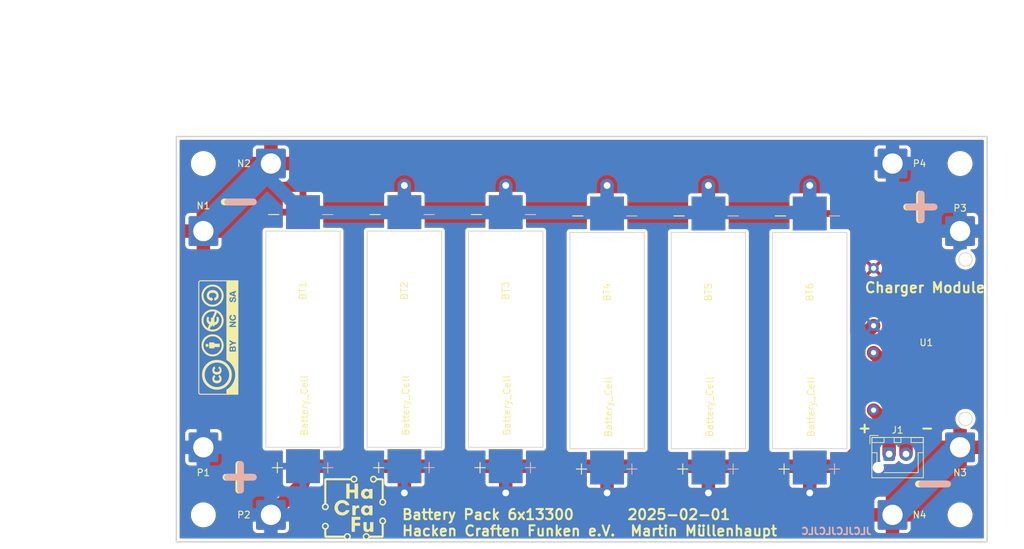
<source format=kicad_pcb>
(kicad_pcb (version 20240108) (generator "pcbnew") (generator_version "8.0")
  (title_block (title "Battery Pack 6x13300") (date "2025-02-01") (company "Hacken Craften Funken e.V.") (comment 1 "Martin Müllenhaupt"))
  (layers (0 "F.Cu" signal) (31 "B.Cu" signal) (34 "B.Paste" user) (35 "F.Paste" user) (36 "B.SilkS" user "B.Silkscreen") (37 "F.SilkS" user "F.Silkscreen") (38 "B.Mask" user) (39 "F.Mask" user) (44 "Edge.Cuts" user))
  (net 0 "")
  (net 1 "/BAT+")
  (net 2 "/BAT-")
  (net 3 "/OUT-")
  (net 4 "/OUT+")
  (footprint "Connector_Wire:SolderWire-2.5sqmm_1x01_D2.4mm_OD4.4mm" (layer "F.Cu") (at 54 53)
    (property "Reference" "N1")
    (property "Value" "-")
  )
  (footprint "Connector_Wire:SolderWire-2.5sqmm_1x01_D2.4mm_OD4.4mm" (layer "F.Cu") (at 156 95)
    (property "Reference" "N4")
    (property "Value" "-")
  )
  (footprint "Connector_Wire:SolderWire-2.5sqmm_1x01_D2.4mm_OD4.4mm" (layer "F.Cu") (at 54 85)
    (property "Reference" "P1")
    (property "Value" "+")
  )
  (footprint "Connector_Wire:SolderWire-2.5sqmm_1x01_D2.4mm_OD4.4mm" (layer "F.Cu") (at 64 43)
    (property "Reference" "N2")
    (property "Value" "-")
  )
  (footprint "MountingHole:MountingHole_3.2mm_M3" (layer "F.Cu") (at 54 43)
    (property "Reference" "REF**" (hide yes))
    (property "Value" "MountingHole_3.2mm_M3")
  )
  (footprint "Connector_Wire:SolderWire-2.5sqmm_1x01_D2.4mm_OD4.4mm" (layer "F.Cu") (at 156 43)
    (property "Reference" "P4")
    (property "Value" "+")
  )
  (footprint "Connector_Wire:SolderWire-2.5sqmm_1x01_D2.4mm_OD4.4mm" (layer "F.Cu") (at 166 53)
    (property "Reference" "P3")
    (property "Value" "+")
  )
  (footprint "Connector_Wire:SolderWire-2.5sqmm_1x01_D2.4mm_OD4.4mm" (layer "F.Cu") (at 64 95)
    (property "Reference" "P2")
    (property "Value" "+")
  )
  (footprint "Connector_Wire:SolderWire-2.5sqmm_1x01_D2.4mm_OD4.4mm" (layer "F.Cu") (at 166 85)
    (property "Reference" "N3")
    (property "Value" "-")
  )
  (footprint "MountingHole:MountingHole_3.2mm_M3" (layer "F.Cu") (at 54 95)
    (property "Reference" "REF**" (hide yes))
    (property "Value" "MountingHole_3.2mm_M3")
  )
  (footprint "hacrafu:LiPo_Recycled_Array" (layer "F.Cu") (at 143.75 69.2 180)
    (property "Reference" "BT6")
    (property "Value" "Battery_Cell")
    (fp_rect (start -5.5 -16) (end 5.5 16) (stroke (width 0.12)) (fill none) (layer "Edge.Cuts"))
  )
  (footprint "hacrafu:LiPo_Recycled_Array" (layer "F.Cu") (at 128.75 69.2 180)
    (property "Reference" "BT5")
    (property "Value" "Battery_Cell")
    (fp_rect (start -5.5 -16) (end 5.5 16) (stroke (width 0.12)) (fill none) (layer "Edge.Cuts"))
  )
  (footprint "MountingHole:MountingHole_3.2mm_M3" (layer "F.Cu") (at 166 43)
    (property "Reference" "REF**" (hide yes))
    (property "Value" "MountingHole_3.2mm_M3")
  )
  (footprint "hacrafu:LiPo_Recycled_Array" (layer "F.Cu") (at 113.76 69.2 180)
    (property "Reference" "BT4")
    (property "Value" "Battery_Cell")
    (fp_rect (start -5.5 -16) (end 5.5 16) (stroke (width 0.12)) (fill none) (layer "Edge.Cuts"))
  )
  (footprint "hacrafu:LiPo_Recycled_Array" (layer "F.Cu") (at 68.75 69 180)
    (property "Reference" "BT1")
    (property "Value" "Battery_Cell")
    (fp_rect (start -5.5 -16) (end 5.5 16) (stroke (width 0.12)) (fill none) (layer "Edge.Cuts"))
  )
  (footprint "hacrafu:LiPo_Recycled_Array" (layer "F.Cu") (at 83.75 69 180)
    (property "Reference" "BT2")
    (property "Value" "Battery_Cell")
    (fp_rect (start -5.5 -16) (end 5.5 16) (stroke (width 0.12)) (fill none) (layer "Edge.Cuts"))
  )
  (footprint "hacrafu:boost_converter_module" (layer "F.Cu") (at 161 69 180)
    (property "Reference" "U1")
    (property "Value" "~")
    (fp_circle (center -5.8 11.8) (end -4.8 11.8) (stroke (width 0.12)) (fill none) (layer "Edge.Cuts"))
    (fp_circle (center -5.8 -11.8) (end -4.8 -11.8) (stroke (width 0.12)) (fill none) (layer "Edge.Cuts"))
  )
  (footprint "MountingHole:MountingHole_3.2mm_M3" (layer "F.Cu") (at 166 95)
    (property "Reference" "REF**" (hide yes))
    (property "Value" "MountingHole_3.2mm_M3")
  )
  (footprint "hacrafu:LiPo_Recycled_Array" (layer "F.Cu") (at 98.75 69 180)
    (property "Reference" "BT3")
    (property "Value" "Battery_Cell")
    (fp_rect (start -5.5 -16) (end 5.5 16) (stroke (width 0.12)) (fill none) (layer "Edge.Cuts"))
  )
  (footprint "Connector_JST:JST_XH_B2B-XH-AM_1x02_P2.50mm_Vertical" (layer "F.Cu") (at 155.5 86)
    (property "Reference" "J1")
    (property "Value" "Conn_01x02_Pin")
  )
  (gr_poly (pts (xy 80.569544 95.384736) (xy 80.595768 95.386744) (xy 80.621626 95.390051) (xy 80.647085 95.394622) (xy 80.67211 95.400426) (xy 80.696668 95.407429) (xy 80.720725 95.415598) (xy 80.744249 95.424899) (xy 80.767206 95.4353) (xy 80.789562 95.446768) (xy 80.811284 95.459269) (xy 80.832339 95.47277) (xy 80.852692 95.487239) (xy 80.872311 95.502641) (xy 80.891162 95.518945) (xy 80.909212 95.536117) (xy 80.926427 95.554123) (xy 80.942774 95.572931) (xy 80.958219 95.592508) (xy 80.972729 95.61282) (xy 80.986271 95.633834) (xy 80.99881 95.655518) (xy 81.010314 95.677838) (xy 81.020749 95.70076) (xy 81.030082 95.724253) (xy 81.038279 95.748283) (xy 81.045306 95.772816) (xy 81.051131 95.797819) (xy 81.05572 95.823261) (xy 81.059039 95.849106) (xy 81.061055 95.875323) (xy 81.061734 95.901878) (xy 81.061288 95.923411) (xy 81.05996 95.94473) (xy 81.05777 95.965817) (xy 81.054734 95.986654) (xy 81.050871 96.007223) (xy 81.046198 96.027507) (xy 81.040732 96.047487) (xy 81.034493 96.067147) (xy 81.027497 96.086467) (xy 81.019762 96.105431) (xy 81.011306 96.124021) (xy 81.002147 96.142219) (xy 80.992303 96.160007) (xy 80.981791 96.177368) (xy 80.970629 96.194283) (xy 80.958836 96.210735) (xy 80.946428 96.226707) (xy 80.933423 96.24218) (xy 80.919839 96.257136) (xy 80.905695 96.271558) (xy 80.891008 96.285429) (xy 80.875795 96.29873) (xy 80.860074 96.311443) (xy 80.843863 96.323552) (xy 80.827181 96.335037) (xy 80.810044 96.345882) (xy 80.79247 96.356069) (xy 80.774478 96.365579) (xy 80.756085 96.374395) (xy 80.737308 96.3825) (xy 80.718166 96.389875) (xy 80.698676 96.396504) (xy 80.701672 96.396504) (xy 80.701672 98.226532) (xy 80.543914 98.385219) (xy 78.599475 98.385219) (xy 78.584507 98.421894) (xy 78.566868 98.457128) (xy 78.546687 98.490794) (xy 78.524092 98.522765) (xy 78.499212 98.552912) (xy 78.472176 98.581109) (xy 78.443114 98.607226) (xy 78.412153 98.631137) (xy 78.379423 98.652713) (xy 78.345053 98.671827) (xy 78.309172 98.688351) (xy 78.271908 98.702157) (xy 78.233391 98.713118) (xy 78.19375 98.721105) (xy 78.153112 98.725991) (xy 78.111608 98.727648) (xy 78.08505 98.726971) (xy 78.058826 98.724963) (xy 78.032968 98.721657) (xy 78.007509 98.717085) (xy 77.982485 98.711281) (xy 77.957927 98.704278) (xy 77.933869 98.69611) (xy 77.910345 98.686808) (xy 77.887388 98.676407) (xy 77.865032 98.66494) (xy 77.84331 98.652438) (xy 77.822256 98.638937) (xy 77.801902 98.624468) (xy 77.782283 98.609066) (xy 77.763432 98.592762) (xy 77.745382 98.57559) (xy 77.728167 98.557584) (xy 77.71182 98.538776) (xy 77.696375 98.519199) (xy 77.681865 98.498887) (xy 77.668323 98.477873) (xy 77.655784 98.456189) (xy 77.64428 98.433869) (xy 77.633845 98.410947) (xy 77.624512 98.387454) (xy 77.616315 98.363425) (xy 77.609287 98.338891) (xy 77.603463 98.313888) (xy 77.598874 98.288447) (xy 77.595555 98.262601) (xy 77.593539 98.236384) (xy 77.59286 98.209831) (xy 77.814653 98.209831) (xy 77.815035 98.225246) (xy 77.81617 98.240444) (xy 77.818038 98.255407) (xy 77.820624 98.270116) (xy 77.823908 98.284554) (xy 77.827872 98.298703) (xy 77.832501 98.312545) (xy 77.837774 98.326063) (xy 77.843675 98.339238) (xy 77.850185 98.352053) (xy 77.857288 98.364491) (xy 77.864964 98.376532) (xy 77.873197 98.388159) (xy 77.881968 98.399355) (xy 77.89126 98.410102) (xy 77.901054 98.420382) (xy 77.911334 98.430176) (xy 77.92208 98.439468) (xy 77.933276 98.448239) (xy 77.944904 98.456472) (xy 77.956945 98.464149) (xy 77.969382 98.471251) (xy 77.982197 98.477762) (xy 77.995372 98.483663) (xy 78.00889 98.488937) (xy 78.022733 98.493565) (xy 78.036882 98.49753) (xy 78.05132 98.500814) (xy 78.066029 98.503399) (xy 78.080992 98.505268) (xy 78.09619 98.506402) (xy 78.111606 98.506784) (xy 78.127023 98.506402) (xy 78.142221 98.505268) (xy 78.157184 98.503399) (xy 78.171894 98.500814) (xy 78.186333 98.49753) (xy 78.200483 98.493565) (xy 78.214326 98.488937) (xy 78.227845 98.483663) (xy 78.241021 98.477762) (xy 78.253837 98.471251) (xy 78.266275 98.464149) (xy 78.278317 98.456472) (xy 78.289945 98.448239) (xy 78.301142 98.439468) (xy 78.31189 98.430176) (xy 78.32217 98.420382) (xy 78.331966 98.410102) (xy 78.341258 98.399355) (xy 78.35003 98.388159) (xy 78.358264 98.376532) (xy 78.365941 98.364491) (xy 78.373044 98.352053) (xy 78.379556 98.339238) (xy 78.385457 98.326063) (xy 78.390731 98.312545) (xy 78.39536 98.298703) (xy 78.399326 98.284554) (xy 78.40261 98.270116) (xy 78.405196 98.255407) (xy 78.407064 98.240444) (xy 78.408199 98.225246) (xy 78.408581 98.209831) (xy 78.408199 98.194411) (xy 78.407064 98.179205) (xy 78.405196 98.164229) (xy 78.40261 98.149502) (xy 78.399326 98.135043) (xy 78.39536 98.120869) (xy 78.390731 98.106998) (xy 78.385457 98.093448) (xy 78.379556 98.080239) (xy 78.373044 98.067387) (xy 78.365941 98.054912) (xy 78.358264 98.042831) (xy 78.35003 98.031162) (xy 78.341258 98.019923) (xy 78.331966 98.009134) (xy 78.32217 97.998811) (xy 78.31189 97.988973) (xy 78.301142 97.979638) (xy 78.289945 97.970824) (xy 78.278317 97.96255) (xy 78.266275 97.954834) (xy 78.253837 97.947693) (xy 78.241021 97.941147) (xy 78.227845 97.935212) (xy 78.214326 97.929907) (xy 78.200483 97.925251) (xy 78.186333 97.921262) (xy 78.171894 97.917957) (xy 78.157184 97.915355) (xy 78.142221 97.913473) (xy 78.127023 97.912331) (xy 78.111606 97.911947) (xy 78.09619 97.912332) (xy 78.080992 97.913474) (xy 78.066029 97.915355) (xy 78.05132 97.917957) (xy 78.036882 97.921262) (xy 78.022733 97.925252) (xy 78.00889 97.929908) (xy 77.995372 97.935212) (xy 77.982197 97.941147) (xy 77.969382 97.947694) (xy 77.956945 97.954834) (xy 77.944904 97.962551) (xy 77.933276 97.970825) (xy 77.92208 97.979638) (xy 77.911334 97.988973) (xy 77.901054 97.998811) (xy 77.89126 98.009134) (xy 77.881968 98.019924) (xy 77.873197 98.031162) (xy 77.864964 98.042831) (xy 77.857288 98.054912) (xy 77.850185 98.067388) (xy 77.843675 98.080239) (xy 77.837774 98.093449) (xy 77.832501 98.106998) (xy 77.827872 98.120869) (xy 77.823908 98.135043) (xy 77.820624 98.149502) (xy 77.818038 98.164229) (xy 77.81617 98.179205) (xy 77.815035 98.194411) (xy 77.814653 98.209831) (xy 77.59286 98.209831) (xy 77.59286 98.209829) (xy 77.593539 98.183271) (xy 77.595555 98.157047) (xy 77.598874 98.131188) (xy 77.603463 98.10573) (xy 77.609287 98.080705) (xy 77.616315 98.056147) (xy 77.624512 98.032089) (xy 77.633845 98.008565) (xy 77.64428 97.985608) (xy 77.655784 97.963252) (xy 77.668323 97.94153) (xy 77.681865 97.920475) (xy 77.696375 97.900122) (xy 77.71182 97.880503) (xy 77.728167 97.861652) (xy 77.745382 97.843602) (xy 77.763432 97.826387) (xy 77.782283 97.81004) (xy 77.801902 97.794595) (xy 77.822256 97.780085) (xy 77.84331 97.766543) (xy 77.865032 97.754004) (xy 77.887388 97.7425) (xy 77.910345 97.732065) (xy 77.933869 97.722733) (xy 77.957927 97.714536) (xy 77.982485 97.707508) (xy 78.007509 97.701684) (xy 78.032968 97.697095) (xy 78.058826 97.693776) (xy 78.08505 97.69176) (xy 78.111608 97.691081) (xy 78.133635 97.691548) (xy 78.155437 97.692937) (xy 78.176995 97.695229) (xy 78.198289 97.698404) (xy 78.219301 97.702444) (xy 78.240012 97.70733) (xy 78.260402 97.713042) (xy 78.280453 97.719562) (xy 78.300145 97.726871) (xy 78.319461 97.734948) (xy 78.33838 97.743776) (xy 78.356883 97.753336) (xy 78.374953 97.763608) (xy 78.392569 97.774573) (xy 78.409714 97.786212) (xy 78.426367 97.798506) (xy 78.44251 97.811436) (xy 78.458123 97.824984) (xy 78.473189 97.839129) (xy 78.487688 97.853854) (xy 78.501601 97.869138) (xy 78.514908 97.884963) (xy 78.527592 97.90131) (xy 78.539633 97.91816) (xy 78.551011 97.935494) (xy 78.561709 97.953292) (xy 78.571707 97.971536) (xy 78.580986 97.990207) (xy 78.589527 98.009285) (xy 78.597311 98.028751) (xy 78.60432 98.048587) (xy 78.610534 98.068773) (xy 80.385226 98.068773) (xy 80.385226 96.396504) (xy 80.387374 96.396504) (xy 80.348791 96.3825) (xy 80.311676 96.365579) (xy 80.276172 96.345882) (xy 80.242418 96.323552) (xy 80.210556 96.29873) (xy 80.180726 96.271558) (xy 80.15307 96.24218) (xy 80.127726 96.210735) (xy 80.104838 96.177368) (xy 80.084544 96.142219) (xy 80.066986 96.105431) (xy 80.052306 96.067147) (xy 80.040642 96.027507) (xy 80.032137 95.986654) (xy 80.029112 95.965817) (xy 80.02693 95.94473) (xy 80.025608 95.923411) (xy 80.025164 95.901878) (xy 80.246008 95.901878) (xy 80.24639 95.917297) (xy 80.247524 95.932504) (xy 80.249393 95.94748) (xy 80.251979 95.962207) (xy 80.255264 95.976667) (xy 80.259229 95.990841) (xy 80.263858 96.004713) (xy 80.269132 96.018263) (xy 80.275034 96.031473) (xy 80.281546 96.044325) (xy 80.288649 96.056801) (xy 80.296326 96.068884) (xy 80.30456 96.080554) (xy 80.313332 96.091793) (xy 80.322625 96.102584) (xy 80.332421 96.112907) (xy 80.342701 96.122746) (xy 80.353449 96.132082) (xy 80.364646 96.140897) (xy 80.376275 96.149172) (xy 80.388317 96.156889) (xy 80.400755 96.164031) (xy 80.41357 96.170578) (xy 80.426747 96.176514) (xy 80.440265 96.181819) (xy 80.454108 96.186476) (xy 80.468258 96.190466) (xy 80.482696 96.193772) (xy 80.497406 96.196374) (xy 80.512368 96.198255) (xy 80.527567 96.199398) (xy 80.542982 96.199782) (xy 80.558401 96.199398) (xy 80.573608 96.198255) (xy 80.588583 96.196374) (xy 80.60331 96.193772) (xy 80.617769 96.190466) (xy 80.631944 96.186476) (xy 80.645815 96.181819) (xy 80.659364 96.176514) (xy 80.672573 96.170578) (xy 80.685425 96.164031) (xy 80.697901 96.156889) (xy 80.709982 96.149172) (xy 80.721651 96.140897) (xy 80.73289 96.132082) (xy 80.74368 96.122746) (xy 80.754003 96.112907) (xy 80.763841 96.102584) (xy 80.773176 96.091793) (xy 80.78199 96.080554) (xy 80.790264 96.068884) (xy 80.79798 96.056801) (xy 80.805121 96.044325) (xy 80.811668 96.031473) (xy 80.817603 96.018263) (xy 80.822907 96.004713) (xy 80.827563 95.990841) (xy 80.831553 95.976667) (xy 80.834857 95.962207) (xy 80.837459 95.94748) (xy 80.83934 95.932504) (xy 80.840481 95.917297) (xy 80.840866 95.901878) (xy 80.840481 95.886462) (xy 80.83934 95.871264) (xy 80.837459 95.856301) (xy 80.834857 95.841591) (xy 80.831553 95.827153) (xy 80.827563 95.813004) (xy 80.822907 95.799161) (xy 80.817603 95.785643) (xy 80.811668 95.772468) (xy 80.805121 95.759653) (xy 80.797981 95.747216) (xy 80.790264 95.735175) (xy 80.78199 95.723547) (xy 80.773176 95.712351) (xy 80.763841 95.701605) (xy 80.754003 95.691325) (xy 80.74368 95.681531) (xy 80.73289 95.672239) (xy 80.721652 95.663468) (xy 80.709983 95.655235) (xy 80.697901 95.647559) (xy 80.685425 95.640456) (xy 80.672574 95.633946) (xy 80.659364 95.628045) (xy 80.645815 95.622772) (xy 80.631944 95.618144) (xy 80.61777 95.614179) (xy 80.60331 95.610895) (xy 80.588583 95.60831) (xy 80.573608 95.606441) (xy 80.558401 95.605307) (xy 80.542982 95.604925) (xy 80.527567 95.605307) (xy 80.512368 95.606441) (xy 80.497406 95.60831) (xy 80.482696 95.610895) (xy 80.468258 95.614179) (xy 80.454108 95.618144) (xy 80.440265 95.622772) (xy 80.426747 95.628045) (xy 80.41357 95.633946) (xy 80.400755 95.640456) (xy 80.388317 95.647559) (xy 80.376275 95.655235) (xy 80.364646 95.663468) (xy 80.353449 95.672239) (xy 80.342701 95.681531) (xy 80.332421 95.691325) (xy 80.322625 95.701605) (xy 80.313332 95.712351) (xy 80.30456 95.723547) (xy 80.296326 95.735175) (xy 80.288649 95.747216) (xy 80.281546 95.759653) (xy 80.275034 95.772468) (xy 80.269132 95.785644) (xy 80.263858 95.799161) (xy 80.259229 95.813004) (xy 80.255264 95.827153) (xy 80.251979 95.841592) (xy 80.249393 95.856301) (xy 80.247524 95.871264) (xy 80.24639 95.886462) (xy 80.246008 95.901878) (xy 80.025164 95.901878) (xy 80.02584 95.875323) (xy 80.027849 95.849106) (xy 80.031155 95.823261) (xy 80.035727 95.797819) (xy 80.041531 95.772816) (xy 80.048533 95.748283) (xy 80.056702 95.724253) (xy 80.066003 95.70076) (xy 80.076404 95.677838) (xy 80.087872 95.655518) (xy 80.100373 95.633834) (xy 80.113875 95.61282) (xy 80.128343 95.592508) (xy 80.143746 95.572931) (xy 80.16005 95.554123) (xy 80.177221 95.536117) (xy 80.195228 95.518945) (xy 80.214036 95.502641) (xy 80.233612 95.487239) (xy 80.253924 95.47277) (xy 80.274939 95.459269) (xy 80.296622 95.446768) (xy 80.318942 95.4353) (xy 80.341865 95.424899) (xy 80.365358 95.415598) (xy 80.389387 95.407429) (xy 80.41392 95.400426) (xy 80.438924 95.394622) (xy 80.464365 95.390051) (xy 80.490211 95.386744) (xy 80.516427 95.384736) (xy 80.542982 95.384059) (xy 80.542986 95.384059)) (stroke (width -0.000001)) (fill solid) (layer "F.SilkS"))
  (gr_poly (pts (xy 78.084131 91.126932) (xy 78.118409 91.128863) (xy 78.152524 91.132175) (xy 78.186395 91.136945) (xy 78.21994 91.14325) (xy 78.253077 91.151165) (xy 78.285725 91.160769) (xy 78.317802 91.172137) (xy 78.349227 91.185347) (xy 78.379918 91.200475) (xy 78.409794 91.217597) (xy 78.438773 91.236791) (xy 78.466774 91.258134) (xy 78.493716 91.281701) (xy 78.506763 91.294343) (xy 78.519516 91.30757) (xy 78.531962 91.321392) (xy 78.544093 91.335818) (xy 78.544093 91.162317) (xy 79.035136 91.162317) (xy 79.035136 92.602715) (xy 78.544093 92.602715) (xy 78.544093 92.42921) (xy 78.534555 92.442763) (xy 78.524371 92.455803) (xy 78.502175 92.480368) (xy 78.477715 92.502947) (xy 78.451203 92.523584) (xy 78.422849 92.542322) (xy 78.392865 92.559204) (xy 78.361462 92.574273) (xy 78.32885 92.587572) (xy 78.295241 92.599146) (xy 78.260845 92.609036) (xy 78.225874 92.617286) (xy 78.190538 92.623939) (xy 78.155049 92.629039) (xy 78.119618 92.632628) (xy 78.084454 92.634749) (xy 78.049771 92.635447) (xy 78.011712 92.634421) (xy 77.974285 92.631379) (xy 77.937528 92.626379) (xy 77.90148 92.619476) (xy 77.866177 92.610726) (xy 77.831657 92.600187) (xy 77.797959 92.587915) (xy 77.76512 92.573965) (xy 77.733177 92.558394) (xy 77.702169 92.541259) (xy 77.672133 92.522616) (xy 77.643107 92.502521) (xy 77.615129 92.481031) (xy 77.588236 92.458201) (xy 77.562467 92.434089) (xy 77.537859 92.40875) (xy 77.514449 92.382241) (xy 77.492276 92.354619) (xy 77.471378 92.325939) (xy 77.451792 92.296258) (xy 77.433555 92.265632) (xy 77.416706 92.234118) (xy 77.401283 92.201772) (xy 77.387323 92.16865) (xy 77.374863 92.134809) (xy 77.363943 92.100305) (xy 77.354599 92.065195) (xy 77.346869 92.029534) (xy 77.340791 91.993379) (xy 77.336403 91.956786) (xy 77.333743 91.919813) (xy 77.332847 91.882514) (xy 77.856628 91.882514) (xy 77.857057 91.900252) (xy 77.858331 91.917848) (xy 77.860432 91.935274) (xy 77.863342 91.952501) (xy 77.867043 91.969504) (xy 77.871518 91.986253) (xy 77.876748 92.002722) (xy 77.882715 92.018882) (xy 77.889402 92.034707) (xy 77.89679 92.050169) (xy 77.904861 92.06524) (xy 77.913598 92.079892) (xy 77.922982 92.094099) (xy 77.932995 92.107832) (xy 77.94362 92.121063) (xy 77.954838 92.133767) (xy 77.966632 92.145913) (xy 77.978983 92.157476) (xy 77.991873 92.168428) (xy 78.005285 92.178741) (xy 78.019201 92.188387) (xy 78.033602 92.197338) (xy 78.048471 92.205569) (xy 78.063789 92.21305) (xy 78.079539 92.219754) (xy 78.095702 92.225653) (xy 78.112261 92.230721) (xy 78.129198 92.234929) (xy 78.146494 92.23825) (xy 78.164132 92.240656) (xy 78.182093 92.24212) (xy 78.200361 92.242614) (xy 78.218628 92.24212) (xy 78.23659 92.240656) (xy 78.254228 92.23825) (xy 78.271524 92.234929) (xy 78.28846 92.230721) (xy 78.305019 92.225653) (xy 78.321183 92.219754) (xy 78.336932 92.21305) (xy 78.352251 92.205569) (xy 78.367119 92.197338) (xy 78.38152 92.188387) (xy 78.395436 92.178741) (xy 78.408848 92.168428) (xy 78.421739 92.157476) (xy 78.43409 92.145913) (xy 78.445883 92.133767) (xy 78.457102 92.121063) (xy 78.467726 92.107832) (xy 78.47774 92.094099) (xy 78.487124 92.079892) (xy 78.49586 92.06524) (xy 78.503932 92.050169) (xy 78.511319 92.034707) (xy 78.518006 92.018882) (xy 78.523973 92.002722) (xy 78.529203 91.986253) (xy 78.533678 91.969504) (xy 78.537379 91.952501) (xy 78.54029 91.935274) (xy 78.542391 91.917848) (xy 78.543664 91.900252) (xy 78.544093 91.882514) (xy 78.543664 91.864776) (xy 78.542391 91.847181) (xy 78.54029 91.829755) (xy 78.537379 91.812528) (xy 78.533678 91.795526) (xy 78.529203 91.778777) (xy 78.523973 91.762308) (xy 78.518006 91.746148) (xy 78.511319 91.730323) (xy 78.503932 91.714862) (xy 78.49586 91.699791) (xy 78.487124 91.685139) (xy 78.47774 91.670933) (xy 78.467726 91.6572) (xy 78.457102 91.643968) (xy 78.445883 91.631265) (xy 78.43409 91.619118) (xy 78.421739 91.607555) (xy 78.408848 91.596604) (xy 78.395436 91.586291) (xy 78.38152 91.576645) (xy 78.367119 91.567693) (xy 78.352251 91.559463) (xy 78.336932 91.551982) (xy 78.321183 91.545278) (xy 78.305019 91.539379) (xy 78.28846 91.534311) (xy 78.271524 91.530103) (xy 78.254228 91.526782) (xy 78.23659 91.524376) (xy 78.218628 91.522912) (xy 78.200361 91.522418) (xy 78.182094 91.522912) (xy 78.164132 91.524376) (xy 78.146494 91.526782) (xy 78.129198 91.530103) (xy 78.112261 91.534311) (xy 78.095702 91.539379) (xy 78.079539 91.545278) (xy 78.063789 91.551982) (xy 78.048471 91.559463) (xy 78.033602 91.567693) (xy 78.019201 91.576645) (xy 78.005286 91.586291) (xy 77.991873 91.596604) (xy 77.978983 91.607555) (xy 77.966632 91.619118) (xy 77.954838 91.631265) (xy 77.94362 91.643968) (xy 77.932995 91.6572) (xy 77.922982 91.670933) (xy 77.913598 91.685139) (xy 77.904861 91.699791) (xy 77.89679 91.714862) (xy 77.889402 91.730323) (xy 77.882715 91.746148) (xy 77.876748 91.762308) (xy 77.871518 91.778777) (xy 77.867043 91.795526) (xy 77.863342 91.812528) (xy 77.860432 91.829755) (xy 77.858331 91.847181) (xy 77.857057 91.864776) (xy 77.856628 91.882514) (xy 77.332847 91.882514) (xy 77.333743 91.845206) (xy 77.336403 91.808205) (xy 77.340791 91.771569) (xy 77.346869 91.735355) (xy 77.354599 91.69962) (xy 77.363943 91.664422) (xy 77.374863 91.629819) (xy 77.387323 91.595868) (xy 77.401283 91.562626) (xy 77.416706 91.530152) (xy 77.433555 91.498503) (xy 77.451792 91.467736) (xy 77.471378 91.437909) (xy 77.492276 91.409079) (xy 77.514449 91.381304) (xy 77.537859 91.354642) (xy 77.562467 91.32915) (xy 77.588236 91.304885) (xy 77.615129 91.281906) (xy 77.643107 91.260269) (xy 77.672133 91.240033) (xy 77.702169 91.221254) (xy 77.733177 91.203991) (xy 77.76512 91.1883) (xy 77.797959 91.17424) (xy 77.831657 91.161868) (xy 77.866177 91.151242) (xy 77.90148 91.142418) (xy 77.937528 91.135455) (xy 77.974285 91.130411) (xy 78.011712 91.127342) (xy 78.049771 91.126306)) (stroke (width -0.000001)) (fill solid) (layer "F.SilkS"))
  (gr_poly (pts (xy 54.309359 69.903388) (xy 54.310243 69.891763) (xy 54.311699 69.880307) (xy 54.313711 69.869034) (xy 54.316267 69.857959) (xy 54.319351 69.847096) (xy 54.32295 69.83646) (xy 54.327048 69.826065) (xy 54.331631 69.815925) (xy 54.336686 69.806055) (xy 54.342197 69.796469) (xy 54.34815 69.787182) (xy 54.354532 69.778207) (xy 54.361326 69.769559) (xy 54.36852 69.761254) (xy 54.376098 69.753304) (xy 54.384047 69.745724) (xy 54.392352 69.73853) (xy 54.400998 69.731734) (xy 54.409972 69.725352) (xy 54.419258 69.719398) (xy 54.428843 69.713887) (xy 54.438712 69.708832) (xy 54.44885 69.704248) (xy 54.459244 69.700149) (xy 54.469879 69.69655) (xy 54.48074 69.693466) (xy 54.491813 69.69091) (xy 54.503085 69.688897) (xy 54.514539 69.687441) (xy 54.526163 69.686557) (xy 54.537941 69.686259) (xy 54.549719 69.686557) (xy 54.561342 69.687441) (xy 54.572797 69.688897) (xy 54.584068 69.69091) (xy 54.595141 69.693466) (xy 54.606003 69.69655) (xy 54.616637 69.700149) (xy 54.627031 69.704248) (xy 54.63717 69.708832) (xy 54.647039 69.713887) (xy 54.656623 69.719398) (xy 54.66591 69.725352) (xy 54.674883 69.731734) (xy 54.68353 69.73853) (xy 54.691835 69.745724) (xy 54.699783 69.753304) (xy 54.707362 69.761254) (xy 54.714556 69.769559) (xy 54.721351 69.778207) (xy 54.727732 69.787182) (xy 54.733685 69.796469) (xy 54.739196 69.806055) (xy 54.744251 69.815925) (xy 54.748834 69.826065) (xy 54.752933 69.83646) (xy 54.756531 69.847096) (xy 54.759615 69.857959) (xy 54.762171 69.869034) (xy 54.764184 69.880307) (xy 54.765639 69.891763) (xy 54.766523 69.903388) (xy 54.766821 69.915168) (xy 54.766523 69.926948) (xy 54.765639 69.938573) (xy 54.764184 69.950029) (xy 54.762171 69.961301) (xy 54.759615 69.972376) (xy 54.756531 69.983238) (xy 54.752933 69.993874) (xy 54.748834 70.004269) (xy 54.744251 70.014409) (xy 54.739196 70.024279) (xy 54.733685 70.033865) (xy 54.727732 70.043152) (xy 54.721351 70.052126) (xy 54.714556 70.060774) (xy 54.707362 70.069079) (xy 54.699783 70.077029) (xy 54.691835 70.084608) (xy 54.68353 70.091803) (xy 54.674883 70.098598) (xy 54.66591 70.10498) (xy 54.656623 70.110934) (xy 54.647039 70.116446) (xy 54.63717 70.121501) (xy 54.627031 70.126085) (xy 54.616637 70.130184) (xy 54.606003 70.133782) (xy 54.595141 70.136867) (xy 54.584068 70.139423) (xy 54.572797 70.141436) (xy 54.561342 70.142892) (xy 54.549719 70.143776) (xy 54.537941 70.144073) (xy 54.526163 70.143776) (xy 54.514539 70.142892) (xy 54.503085 70.141436) (xy 54.491813 70.139423) (xy 54.48074 70.136867) (xy 54.469879 70.133782) (xy 54.459244 70.130184) (xy 54.44885 70.126085) (xy 54.438712 70.121501) (xy 54.428843 70.116446) (xy 54.419258 70.110934) (xy 54.409972 70.10498) (xy 54.400998 70.098598) (xy 54.392352 70.091803) (xy 54.384047 70.084608) (xy 54.376098 70.077029) (xy 54.36852 70.069079) (xy 54.361326 70.060774) (xy 54.354532 70.052126) (xy 54.34815 70.043152) (xy 54.342197 70.033865) (xy 54.336686 70.024279) (xy 54.331631 70.014409) (xy 54.327048 70.004269) (xy 54.32295 69.993874) (xy 54.319351 69.983238) (xy 54.316267 69.972376) (xy 54.313711 69.961301) (xy 54.311699 69.950029) (xy 54.310243 69.938573) (xy 54.309359 69.926948) (xy 54.309061 69.915168)) (stroke (width -0.000001)) (fill solid) (layer "F.SilkS"))
  (gr_poly (pts (xy 74.599987 92.800085) (xy 74.646824 92.80292) (xy 74.693127 92.807599) (xy 74.738861 92.814087) (xy 74.783987 92.822347) (xy 74.828471 92.832342) (xy 74.872274 92.844036) (xy 74.915361 92.857393) (xy 74.957696 92.872375) (xy 74.999241 92.888945) (xy 75.03996 92.907069) (xy 75.079816 92.926708) (xy 75.118774 92.947827) (xy 75.156795 92.970388) (xy 75.193845 92.994356) (xy 75.229885 93.019694) (xy 75.26488 93.046364) (xy 75.298794 93.074331) (xy 75.331588 93.103558) (xy 75.363228 93.134009) (xy 75.393676 93.165646) (xy 75.422896 93.198433) (xy 75.450851 93.232335) (xy 75.477505 93.267313) (xy 75.502821 93.303332) (xy 75.526762 93.340355) (xy 75.549293 93.378346) (xy 75.570376 93.417267) (xy 75.589974 93.457083) (xy 75.608052 93.497756) (xy 75.624573 93.539251) (xy 75.6395 93.58153) (xy 75.092803 93.58153) (xy 75.074113 93.544982) (xy 75.052541 93.510271) (xy 75.028274 93.477469) (xy 75.001499 93.446646) (xy 74.972403 93.417877) (xy 74.941173 93.391231) (xy 74.907996 93.366782) (xy 74.87306 93.344601) (xy 74.83655 93.32476) (xy 74.798655 93.307331) (xy 74.759561 93.292386) (xy 74.719455 93.279997) (xy 74.678524 93.270236) (xy 74.636956 93.263175) (xy 74.594937 93.258885) (xy 74.552654 93.257439) (xy 74.519112 93.258343) (xy 74.486032 93.261024) (xy 74.453453 93.265437) (xy 74.421414 93.271538) (xy 74.389956 93.279281) (xy 74.359117 93.288621) (xy 74.328938 93.299514) (xy 74.299458 93.311915) (xy 74.270717 93.325778) (xy 74.242753 93.341059) (xy 74.215607 93.357712) (xy 74.189318 93.375693) (xy 74.163926 93.394957) (xy 74.13947 93.415459) (xy 74.11599 93.437153) (xy 74.093526 93.459996) (xy 74.072116 93.483941) (xy 74.051801 93.508944) (xy 74.03262 93.534961) (xy 74.014613 93.561945) (xy 73.997819 93.589853) (xy 73.982278 93.618638) (xy 73.968029 93.648257) (xy 73.955112 93.678664) (xy 73.943567 93.709815) (xy 73.933433 93.741664) (xy 73.924749 93.774166) (xy 73.917555 93.807276) (xy 73.911891 93.84095) (xy 73.907797 93.875143) (xy 73.905311 93.909809) (xy 73.904473 93.944903) (xy 73.905311 93.980286) (xy 73.907797 94.015203) (xy 73.911891 94.049612) (xy 73.917555 94.08347) (xy 73.924749 94.116732) (xy 73.933433 94.149358) (xy 73.943567 94.181302) (xy 73.955112 94.212522) (xy 73.968029 94.242975) (xy 73.982278 94.272617) (xy 73.997819 94.301406) (xy 74.014613 94.329298) (xy 74.03262 94.35625) (xy 74.051801 94.38222) (xy 74.072116 94.407163) (xy 74.093526 94.431036) (xy 74.11599 94.453797) (xy 74.13947 94.475403) (xy 74.163926 94.495809) (xy 74.189318 94.514974) (xy 74.215607 94.532853) (xy 74.242753 94.549405) (xy 74.270717 94.564584) (xy 74.299458 94.578349) (xy 74.328938 94.590657) (xy 74.359117 94.601463) (xy 74.389956 94.610725) (xy 74.421414 94.6184) (xy 74.453453 94.624445) (xy 74.486032 94.628816) (xy 74.519112 94.63147) (xy 74.552654 94.632364) (xy 74.574114 94.631973) (xy 74.595513 94.630809) (xy 74.616828 94.628885) (xy 74.638037 94.626213) (xy 74.659116 94.622809) (xy 74.680042 94.618683) (xy 74.700794 94.613851) (xy 74.721348 94.608324) (xy 74.741681 94.602116) (xy 74.761771 94.59524) (xy 74.781595 94.58771) (xy 74.80113 94.579539) (xy 74.820353 94.570739) (xy 74.839242 94.561325) (xy 74.857773 94.551308) (xy 74.875924 94.540703) (xy 74.893673 94.529523) (xy 74.910996 94.51778) (xy 74.927871 94.505488) (xy 74.944274 94.49266) (xy 74.960184 94.47931) (xy 74.975577 94.465449) (xy 74.99043 94.451093) (xy 75.004721 94.436254) (xy 75.018428 94.420944) (xy 75.031526 94.405178) (xy 75.043994 94.388968) (xy 75.055808 94.372328) (xy 75.066946 94.35527) (xy 75.077386 94.337809) (xy 75.087103 94.319956) (xy 75.096077 94.301726) (xy 75.642773 94.301726) (xy 75.611289 94.386114) (xy 75.573509 94.467212) (xy 75.529734 94.544723) (xy 75.480267 94.618349) (xy 75.425411 94.687794) (xy 75.365466 94.75276) (xy 75.300736 94.81295) (xy 75.231522 94.868066) (xy 75.158127 94.917811) (xy 75.080852 94.961888) (xy 75 95) (xy 74.915873 95.031849) (xy 74.828773 95.057137) (xy 74.739001 95.075569) (xy 74.693208 95.08212) (xy 74.646861 95.086846) (xy 74.599997 95.089709) (xy 74.552654 95.090671) (xy 74.493779 95.089177) (xy 74.435667 95.084745) (xy 74.378391 95.077446) (xy 74.322022 95.067353) (xy 74.266635 95.054539) (xy 74.2123 95.039075) (xy 74.159092 95.021036) (xy 74.107081 95.000493) (xy 74.056342 94.977518) (xy 74.006945 94.952185) (xy 73.958965 94.924566) (xy 73.912473 94.894733) (xy 73.867541 94.862759) (xy 73.824244 94.828716) (xy 73.782652 94.792677) (xy 73.742838 94.754715) (xy 73.704876 94.714902) (xy 73.668837 94.67331) (xy 73.634794 94.630012) (xy 73.60282 94.585081) (xy 73.572987 94.538589) (xy 73.545368 94.490609) (xy 73.520035 94.441213) (xy 73.49706 94.390473) (xy 73.476517 94.338463) (xy 73.458477 94.285255) (xy 73.443014 94.230921) (xy 73.4302 94.175533) (xy 73.420107 94.119166) (xy 73.412808 94.061889) (xy 73.408375 94.003778) (xy 73.406882 93.944903) (xy 73.408375 93.886028) (xy 73.412808 93.827916) (xy 73.420107 93.77064) (xy 73.4302 93.714272) (xy 73.443014 93.658884) (xy 73.458477 93.60455) (xy 73.476517 93.551342) (xy 73.49706 93.499331) (xy 73.520035 93.448592) (xy 73.545368 93.399195) (xy 73.572987 93.351215) (xy 73.60282 93.304723) (xy 73.634794 93.259791) (xy 73.668837 93.216494) (xy 73.704876 93.174902) (xy 73.742838 93.135088) (xy 73.782652 93.097126) (xy 73.824244 93.061087) (xy 73.867541 93.027045) (xy 73.912473 92.99507) (xy 73.958965 92.965237) (xy 74.006945 92.937618) (xy 74.056342 92.912285) (xy 74.107081 92.88931) (xy 74.159092 92.868767) (xy 74.2123 92.850728) (xy 74.266635 92.835265) (xy 74.322022 92.82245) (xy 74.378391 92.812357) (xy 74.435667 92.805058) (xy 74.493779 92.800626) (xy 74.552654 92.799132)) (stroke (width -0.000001)) (fill solid) (layer "F.SilkS"))
  (gr_poly (pts (xy 53.731419 66.15032) (xy 53.736978 66.066803) (xy 53.746243 65.98495) (xy 53.759214 65.904761) (xy 53.775893 65.826235) (xy 53.796278 65.749374) (xy 53.820371 65.674175) (xy 53.848171 65.60064) (xy 53.879679 65.528769) (xy 53.914896 65.45856) (xy 53.953821 65.390015) (xy 53.996455 65.323132) (xy 54.042798 65.257911) (xy 54.092851 65.194354) (xy 54.146613 65.132459) (xy 54.204085 65.072225) (xy 54.204085 65.072227) (xy 54.264226 65.014682) (xy 54.326031 64.960848) (xy 54.3895 64.910728) (xy 54.454632 64.86432) (xy 54.521429 64.821625) (xy 54.58989 64.782642) (xy 54.660013 64.747372) (xy 54.731801 64.715815) (xy 54.805251 64.68797) (xy 54.880365 64.663838) (xy 54.957141 64.643418) (xy 55.03558 64.626712) (xy 55.115682 64.613717) (xy 55.197446 64.604436) (xy 55.280873 64.598867) (xy 55.365961 64.59701) (xy 55.450985 64.598835) (xy 55.534252 64.604309) (xy 55.615763 64.613432) (xy 55.695519 64.626204) (xy 55.773518 64.642625) (xy 55.849761 64.662695) (xy 55.924247 64.686413) (xy 55.996976 64.71378) (xy 56.067949 64.744794) (xy 56.137164 64.779457) (xy 56.204623 64.817768) (xy 56.270324 64.859727) (xy 56.334268 64.905334) (xy 56.396454 64.954588) (xy 56.456883 65.007489) (xy 56.515553 65.064038) (xy 56.574497 65.126692) (xy 56.629638 65.190755) (xy 56.680978 65.256226) (xy 56.728516 65.323107) (xy 56.772251 65.391396) (xy 56.812184 65.461093) (xy 56.848315 65.532199) (xy 56.880643 65.604713) (xy 56.909169 65.678635) (xy 56.933891 65.753964) (xy 56.954811 65.830702) (xy 56.971927 65.908847) (xy 56.98524 65.9884) (xy 56.994749 66.06936) (xy 57.000455 66.151728) (xy 57.002357 66.235502) (xy 57.000471 66.318247) (xy 56.994814 66.399551) (xy 56.985386 66.479413) (xy 56.972186 66.557833) (xy 56.955214 66.634812) (xy 56.93447 66.71035) (xy 56.909955 66.784446) (xy 56.881667 66.857102) (xy 56.849607 66.928317) (xy 56.813774 66.998091) (xy 56.774169 67.066425) (xy 56.730791 67.133318) (xy 56.68364 67.198771) (xy 56.632716 67.262784) (xy 56.578019 67.325357) (xy 56.519548 67.386491) (xy 56.458491 67.445033) (xy 56.39596 67.499795) (xy 56.331954 67.550777) (xy 56.266475 67.59798) (xy 56.199524 67.641404) (xy 56.131099 67.68105) (xy 56.061203 67.716919) (xy 55.989835 67.749009) (xy 55.916995 67.777323) (xy 55.842685 67.80186) (xy 55.766905 67.822621) (xy 55.689654 67.839607) (xy 55.610934 67.852817) (xy 55.530745 67.862252) (xy 55.449087 67.867913) (xy 55.365961 67.8698) (xy 55.365961 67.869799) (xy 55.365961 67.57496) (xy 55.433384 67.573408) (xy 55.499658 67.568752) (xy 55.564783 67.560992) (xy 55.628758 67.550128) (xy 55.691584 67.53616) (xy 55.75326 67.519088) (xy 55.813787 67.498912) (xy 55.873165 67.475631) (xy 55.931393 67.449247) (xy 55.988472 67.419759) (xy 56.044402 67.387167) (xy 56.099182 67.351471) (xy 56.152812 67.312671) (xy 56.205294 67.270767) (xy 56.256626 67.225759) (xy 56.306809 67.177647) (xy 56.354866 67.127391) (xy 56.399821 67.07595) (xy 56.441676 67.023325) (xy 56.480429 66.969515) (xy 56.516081 66.91452) (xy 56.548632 66.858342) (xy 56.578082 66.800978) (xy 56.604431 66.74243) (xy 56.627681 66.682698) (xy 56.647829 66.621781) (xy 56.664878 66.55968) (xy 56.678826 66.496394) (xy 56.689675 66.431923) (xy 56.697424 66.366268) (xy 56.702073 66.299429) (xy 56.703623 66.231405) (xy 56.702058 66.163367) (xy 56.697363 66.096449) (xy 56.689537 66.030649) (xy 56.678581 65.965968) (xy 56.664494 65.902406) (xy 56.647276 65.839963) (xy 56.626927 65.778639) (xy 56.603445 65.718434) (xy 56.576832 65.659348) (xy 56.547086 65.601381) (xy 56.514207 65.544533) (xy 56.478196 65.488804) (xy 56.439051 65.434193) (xy 56.396772 65.380702) (xy 56.35136 65.328329) (xy 56.302814 65.277076) (xy 56.302814 65.277075) (xy 56.302814 65.277074) (xy 56.302814 65.277073) (xy 56.302813 65.277072) (xy 56.286239 65.260223) (xy 56.269475 65.24376) (xy 56.252522 65.22768) (xy 56.235381 65.211984) (xy 56.21805 65.19667) (xy 56.200532 65.181738) (xy 56.182826 65.167185) (xy 56.164932 65.153011) (xy 56.146851 65.139216) (xy 56.128584 65.125797) (xy 56.110129 65.112755) (xy 56.091488 65.100087) (xy 56.072661 65.087794) (xy 56.053648 65.075873) (xy 56.034449 65.064325) (xy 56.015065 65.053147) (xy 55.640474 65.89941) (xy 55.640474 66.49498) (xy 55.655662 66.491265) (xy 55.670405 66.487292) (xy 55.684706 66.483063) (xy 55.69857 66.478575) (xy 55.712 66.47383) (xy 55.725 66.468828) (xy 55.737575 66.463568) (xy 55.749727 66.45805) (xy 55.761462 66.452276) (xy 55.772783 66.446243) (xy 55.783694 66.439953) (xy 55.794199 66.433406) (xy 55.804302 66.426601) (xy 55.814007 66.419538) (xy 55.823318 66.412218) (xy 55.832239 66.404641) (xy 55.85007 66.387726) (xy 55.866574 66.369898) (xy 55.881777 66.351205) (xy 55.895702 66.331695) (xy 55.908373 66.311415) (xy 55.919815 66.290413) (xy 55.930052 66.268738) (xy 55.939108 66.246436) (xy 55.947008 66.223556) (xy 55.953775 66.200146) (xy 55.959435 66.176253) (xy 55.964012 66.151926) (xy 55.967529 66.127211) (xy 55.970011 66.102158) (xy 55.971482 66.076813) (xy 55.971967 66.051226) (xy 55.971499 66.027579) (xy 55.970145 66.003981) (xy 55.96798 65.980537) (xy 55.965082 65.957356) (xy 55.961526 65.934546) (xy 55.957388 65.912215) (xy 55.952745 65.890472) (xy 55.947672 65.869423) (xy 55.942246 65.849177) (xy 55.936542 65.829842) (xy 55.930637 65.811526) (xy 55.924607 65.794337) (xy 55.918527 65.778382) (xy 55.912475 65.763771) (xy 55.906525 65.75061) (xy 55.900755 65.739008) (xy 56.204782 65.673188) (xy 56.214544 65.691417) (xy 56.224227 65.711113) (xy 56.233756 65.732203) (xy 56.243054 65.754615) (xy 56.252046 65.778278) (xy 56.260654 65.803119) (xy 56.268804 65.829068) (xy 56.276419 65.856051) (xy 56.283424 65.883998) (xy 56.289741 65.912837) (xy 56.295295 65.942495) (xy 56.300009 65.9729) (xy 56.303809 66.003982) (xy 56.306617 66.035668) (xy 56.308358 66.067886) (xy 56.308955 66.100564) (xy 56.307675 66.150628) (xy 56.303851 66.200074) (xy 56.297507 66.248798) (xy 56.288667 66.296695) (xy 56.277355 66.343661) (xy 56.263595 66.389591) (xy 56.247412 66.434381) (xy 56.228828 66.477928) (xy 56.207868 66.520126) (xy 56.184556 66.560871) (xy 56.158916 66.60006) (xy 56.130973 66.637587) (xy 56.100749 66.673348) (xy 56.068269 66.70724) (xy 56.033557 66.739157) (xy 55.996637 66.768996) (xy 55.978876 66.782636) (xy 55.960535 66.795811) (xy 55.94161 66.808504) (xy 55.922096 66.8207) (xy 55.901989 66.832382) (xy 55.881285 66.843534) (xy 55.85998 66.854141) (xy 55.838069 66.864187) (xy 55.815549 66.873654) (xy 55.792414 66.882528) (xy 55.768661 66.890793) (xy 55.744286 66.898431) (xy 55.719284 66.905428) (xy 55.69365 66.911768) (xy 55.667382 66.917433) (xy 55.640474 66.922409) (xy 55.640474 67.100491) (xy 55.446012 67.100491) (xy 55.446012 66.949775) (xy 55.443267 66.949775) (xy 55.443267 66.344967) (xy 55.446013 66.34137) (xy 55.446013 66.338775) (xy 55.443267 66.344967) (xy 55.443267 66.949775) (xy 55.399369 66.949775) (xy 55.31717 66.947028) (xy 55.31717 67.100491) (xy 55.122709 67.100491) (xy 55.122709 67.069229) (xy 54.930794 67.502847) (xy 54.982457 67.519696) (xy 55.034899 67.534319) (xy 55.088121 67.54671) (xy 55.142123 67.556863) (xy 55.196907 67.564771) (xy 55.252474 67.570427) (xy 55.308825 67.573825) (xy 55.365961 67.57496) (xy 55.365961 67.869799) (xy 55.282788 67.867913) (xy 55.201023 67.862252) (xy 55.120666 67.852817) (xy 55.041718 67.839607) (xy 54.964178 67.822621) (xy 54.888046 67.80186) (xy 54.813321 67.777323) (xy 54.740004 67.749009) (xy 54.668093 67.716919) (xy 54.641749 67.703517) (xy 54.641749 67.358027) (xy 54.879908 66.819886) (xy 54.862206 66.809526) (xy 54.844774 66.798883) (xy 54.82764 66.787936) (xy 54.810829 66.776663) (xy 54.79437 66.765044) (xy 54.77829 66.753058) (xy 54.762614 66.740683) (xy 54.74737 66.727898) (xy 54.715346 66.697886) (xy 54.68504 66.666433) (xy 54.656499 66.633575) (xy 54.629772 66.599349) (xy 54.604906 66.56379) (xy 54.58195 66.526936) (xy 54.560951 66.488821) (xy 54.541959 66.449483) (xy 54.525021 66.408958) (xy 54.510185 66.367281) (xy 54.497499 66.32449) (xy 54.487012 66.28062) (xy 54.478772 66.235707) (xy 54.472826 66.189787) (xy 54.469223 66.142898) (xy 54.468012 66.095075) (xy 54.468453 66.064007) (xy 54.469745 66.033491) (xy 54.47184 66.003562) (xy 54.474688 65.974255) (xy 54.478242 65.945606) (xy 54.482454 65.917652) (xy 54.487275 65.890428) (xy 54.492657 65.863969) (xy 54.498551 65.838313) (xy 54.50491 65.813494) (xy 54.511685 65.789548) (xy 54.518828 65.766512) (xy 54.52629 65.744421) (xy 54.534024 65.72331) (xy 54.54198 65.703217) (xy 54.550111 65.684176) (xy 54.862429 65.760881) (xy 54.850945 65.789447) (xy 54.839435 65.821476) (xy 54.828379 65.856587) (xy 54.818258 65.894394) (xy 54.813697 65.914189) (xy 54.80955 65.934514) (xy 54.805876 65.955321) (xy 54.802736 65.976562) (xy 54.800189 65.99819) (xy 54.798296 66.020156) (xy 54.797116 66.042412) (xy 54.796709 66.064911) (xy 54.797226 66.089439) (xy 54.798793 66.113672) (xy 54.801434 66.137575) (xy 54.805174 66.161112) (xy 54.810038 66.184246) (xy 54.816049 66.206942) (xy 54.823234 66.229164) (xy 54.831616 66.250876) (xy 54.84122 66.272042) (xy 54.852071 66.292626) (xy 54.864193 66.312592) (xy 54.87761 66.331904) (xy 54.892348 66.350527) (xy 54.90843 66.368424) (xy 54.925882 66.385559) (xy 54.944728 66.401897) (xy 54.949595 66.406055) (xy 54.954623 66.410138) (xy 54.959809 66.414146) (xy 54.965146 66.418081) (xy 54.97063 66.421943) (xy 54.976257 66.425731) (xy 54.987919 66.43309) (xy 55.000093 66.440161) (xy 55.012742 66.446947) (xy 55.025828 66.453451) (xy 55.039312 66.459676) (xy 55.12271 66.271256) (xy 55.12271 65.807423) (xy 55.317171 65.807423) (xy 55.317171 65.831896) (xy 55.714734 64.933597) (xy 55.673371 64.923897) (xy 55.631376 64.915475) (xy 55.588747 64.908336) (xy 55.545479 64.902485) (xy 55.501571 64.897925) (xy 55.457018 64.894663) (xy 55.411816 64.892702) (xy 55.365962 64.892047) (xy 55.296558 64.893582) (xy 55.2285 64.898189) (xy 55.161788 64.905867) (xy 55.09642 64.916617) (xy 55.032398 64.930438) (xy 54.969719 64.947329) (xy 54.908386 64.967293) (xy 54.848396 64.990327) (xy 54.78975 65.016432) (xy 54.732447 65.045609) (xy 54.676487 65.077857) (xy 54.62187 65.113177) (xy 54.568596 65.151567) (xy 54.516664 65.193029) (xy 54.466073 65.237562) (xy 54.416825 65.285166) (xy 54.369257 65.334474) (xy 54.324758 65.385093) (xy 54.283328 65.437024) (xy 54.244966 65.490265) (xy 54.209674 65.544817) (xy 54.177451 65.60068) (xy 54.148296 65.657853) (xy 54.12221 65.716338) (xy 54.099194 65.776134) (xy 54.079246 65.83724) (xy 54.062367 65.899657) (xy 54.048557 65.963386) (xy 54.037816 66.028425) (xy 54.030144 66.094775) (xy 54.02554 66.162435) (xy 54.024006 66.231407) (xy 54.02554 66.300379) (xy 54.030144 66.368003) (xy 54.037816 66.434279) (xy 54.048557 66.49921) (xy 54.062367 66.562794) (xy 54.079246 66.625033) (xy 54.099194 66.685927) (xy 54.122211 66.745477) (xy 54.148296 66.803683) (xy 54.177451 66.860546) (xy 54.209674 66.916066) (xy 54.244966 66.970245) (xy 54.283328 67.023082) (xy 54.324758 67.074579) (xy 54.369257 67.124736) (xy 54.416825 67.173552) (xy 54.443842 67.199729) (xy 54.471183 67.225003) (xy 54.498842 67.249381) (xy 54.526815 67.272868) (xy 54.555096 67.295471) (xy 54.583683 67.317194) (xy 54.612568 67.338044) (xy 54.641749 67.358027) (xy 54.641749 67.703517) (xy 54.597589 67.68105) (xy 54.528491 67.641404) (xy 54.460799 67.59798) (xy 54.394512 67.550777) (xy 54.329632 67.499795) (xy 54.266156 67.445033) (xy 54.204085 67.386491) (xy 54.146613 67.326797) (xy 54.092851 67.265472) (xy 54.042798 67.202515) (xy 53.996455 67.137925) (xy 53.953821 67.071704) (xy 53.914896 67.00385) (xy 53.879679 66.934364) (xy 53.848171 66.863245) (xy 53.820371 66.790493) (xy 53.796278 66.716108) (xy 53.775893 66.640091) (xy 53.759214 66.56244) (xy 53.746243 66.483155) (xy 53.736978 66.402238) (xy 53.731419 66.319686) (xy 53.729566 66.235501)) (stroke (width -0.000001)) (fill solid) (layer "F.SilkS"))
  (gr_poly (pts (xy 76.923261 93.581682) (xy 76.931962 93.582132) (xy 76.941057 93.58287) (xy 76.950472 93.583886) (xy 76.960137 93.585171) (xy 76.969979 93.586715) (xy 76.979926 93.588508) (xy 76.989908 93.590541) (xy 76.99985 93.592804) (xy 77.009683 93.595287) (xy 77.019334 93.59798) (xy 77.028731 93.600874) (xy 77.037802 93.60396) (xy 77.046475 93.607227) (xy 77.054679 93.610666) (xy 77.062341 93.614267) (xy 77.062341 94.059478) (xy 77.055786 94.059478) (xy 77.046315 94.048847) (xy 77.036335 94.039041) (xy 77.025876 94.030041) (xy 77.014967 94.021828) (xy 77.003635 94.014383) (xy 76.99191 94.007685) (xy 76.979821 94.001717) (xy 76.967396 93.996459) (xy 76.954664 93.991892) (xy 76.941654 93.987996) (xy 76.928395 93.984752) (xy 76.914915 93.982141) (xy 76.901243 93.980144) (xy 76.887408 93.978741) (xy 76.873439 93.977913) (xy 76.859369 93.977642) (xy 76.842314 93.978182) (xy 76.825523 93.97978) (xy 76.809016 93.982397) (xy 76.792814 93.985998) (xy 76.776932 93.990547) (xy 76.76139 93.996005) (xy 76.746205 94.002338) (xy 76.731395 94.009508) (xy 76.716979 94.017479) (xy 76.702974 94.026214) (xy 76.689398 94.035677) (xy 76.676269 94.045831) (xy 76.663605 94.056639) (xy 76.651424 94.068066) (xy 76.639745 94.080074) (xy 76.628584 94.092626) (xy 76.617961 94.105687) (xy 76.607892 94.11922) (xy 76.589493 94.147555) (xy 76.573529 94.177338) (xy 76.560146 94.208276) (xy 76.549486 94.240078) (xy 76.545222 94.256211) (xy 76.541693 94.27245) (xy 76.538918 94.288759) (xy 76.536913 94.3051) (xy 76.535696 94.321439) (xy 76.535287 94.337737) (xy 76.535287 95.057939) (xy 76.044238 95.057939) (xy 76.044238 93.614267) (xy 76.535287 93.614267) (xy 76.535287 93.791041) (xy 76.549981 93.770886) (xy 76.565835 93.751023) (xy 76.58286 93.731592) (xy 76.601065 93.712731) (xy 76.620458 93.69458) (xy 76.641051 93.677278) (xy 76.662852 93.660963) (xy 76.685872 93.645775) (xy 76.710119 93.631854) (xy 76.735603 93.619337) (xy 76.762334 93.608364) (xy 76.790321 93.599075) (xy 76.819574 93.591608) (xy 76.850103 93.586102) (xy 76.881917 93.582696) (xy 76.915025 93.58153)) (stroke (width -0.000001)) (fill solid) (layer "F.SilkS"))
  (gr_poly (pts (xy 54.855075 69.575102) (xy 54.855483 69.569736) (xy 54.856155 69.564449) (xy 54.857085 69.559245) (xy 54.858265 69.554133) (xy 54.859689 69.549118) (xy 54.86135 69.544207) (xy 54.863243 69.539407) (xy 54.865359 69.534725) (xy 54.867693 69.530167) (xy 54.870238 69.525739) (xy 54.872987 69.52145) (xy 54.875934 69.517304) (xy 54.879071 69.51331) (xy 54.882393 69.509473) (xy 54.885893 69.5058) (xy 54.889564 69.502298) (xy 54.893399 69.498974) (xy 54.897393 69.495834) (xy 54.901537 69.492885) (xy 54.905826 69.490133) (xy 54.910253 69.487586) (xy 54.914811 69.48525) (xy 54.919494 69.483131) (xy 54.924295 69.481237) (xy 54.929207 69.479573) (xy 54.934224 69.478148) (xy 54.939339 69.476966) (xy 54.944546 69.476036) (xy 54.949837 69.475363) (xy 54.955207 69.474954) (xy 54.960648 69.474816) (xy 55.629901 69.474816) (xy 55.629901 69.661609) (xy 56.422393 69.661609) (xy 56.422393 70.168861) (xy 55.629901 70.168861) (xy 55.629901 70.355521) (xy 54.960648 70.355521) (xy 54.955207 70.355383) (xy 54.949837 70.354974) (xy 54.944546 70.354301) (xy 54.939339 70.353371) (xy 54.934224 70.352189) (xy 54.929206 70.350763) (xy 54.924294 70.3491) (xy 54.919493 70.347205) (xy 54.91481 70.345087) (xy 54.910252 70.34275) (xy 54.905825 70.340203) (xy 54.901537 70.337452) (xy 54.897392 70.334502) (xy 54.893399 70.331362) (xy 54.889564 70.328038) (xy 54.885893 70.324536) (xy 54.882393 70.320863) (xy 54.879071 70.317026) (xy 54.875933 70.313032) (xy 54.872987 70.308886) (xy 54.870238 70.304596) (xy 54.867693 70.300169) (xy 54.865359 70.29561) (xy 54.863243 70.290928) (xy 54.86135 70.286128) (xy 54.859689 70.281217) (xy 54.858265 70.276201) (xy 54.857085 70.271088) (xy 54.856155 70.265885) (xy 54.855483 70.260597) (xy 54.855075 70.255231) (xy 54.854938 70.249795) (xy 54.854938 69.580538)) (stroke (width -0.000001)) (fill solid) (layer "F.SilkS"))
  (gr_poly (pts (xy 55.325864 74.829092) (xy 55.329628 74.780842) (xy 55.335901 74.734403) (xy 55.344684 74.689774) (xy 55.355975 74.646955) (xy 55.369774 74.605944) (xy 55.386081 74.56674) (xy 55.404895 74.529343) (xy 55.426217 74.493751) (xy 55.450046 74.459963) (xy 55.476381 74.427979) (xy 55.505223 74.397797) (xy 55.53657 74.369417) (xy 55.570424 74.342836) (xy 55.606783 74.318056) (xy 55.645647 74.295073) (xy 55.795043 74.587045) (xy 55.773217 74.597688) (xy 55.752799 74.608974) (xy 55.733788 74.620903) (xy 55.716184 74.633474) (xy 55.699988 74.646689) (xy 55.6852 74.660549) (xy 55.678334 74.66772) (xy 55.67182 74.675052) (xy 55.665658 74.682546) (xy 55.659848 74.690201) (xy 55.65439 74.698017) (xy 55.649284 74.705995) (xy 55.64453 74.714133) (xy 55.640128 74.722434) (xy 55.636078 74.730896) (xy 55.63238 74.739519) (xy 55.629034 74.748305) (xy 55.626041 74.757251) (xy 55.623399 74.76636) (xy 55.62111 74.77563) (xy 55.619173 74.785062) (xy 55.617588 74.794656) (xy 55.616355 74.804412) (xy 55.615474 74.81433) (xy 55.61477 74.834653) (xy 55.615154 74.852599) (xy 55.616305 74.869976) (xy 55.618223 74.886783) (xy 55.620909 74.90302) (xy 55.624362 74.918687) (xy 55.628583 74.933785) (xy 55.63357 74.948313) (xy 55.639325 74.962271) (xy 55.645848 74.975659) (xy 55.653137 74.988478) (xy 55.661194 75.000727) (xy 55.670018 75.012406) (xy 55.679608 75.023516) (xy 55.689967 75.034055) (xy 55.701092 75.044025) (xy 55.712984 75.053426) (xy 55.725643 75.062256) (xy 55.739069 75.070517) (xy 55.753263 75.078208) (xy 55.768223 75.08533) (xy 55.78395 75.091881) (xy 55.800444 75.097863) (xy 55.817705 75.103276) (xy 55.835733 75.108118) (xy 55.854528 75.112391) (xy 55.874089 75.116094) (xy 55.894417 75.119227) (xy 55.915513 75.121791) (xy 55.937374 75.123785) (xy 55.960003 75.125209) (xy 55.983398 75.126064) (xy 56.00756 75.126349) (xy 56.055127 75.125209) (xy 56.099622 75.121791) (xy 56.141047 75.116094) (xy 56.179402 75.108118) (xy 56.214686 75.097863) (xy 56.231177 75.091881) (xy 56.246901 75.08533) (xy 56.261857 75.078208) (xy 56.276046 75.070517) (xy 56.289468 75.062256) (xy 56.302123 75.053426) (xy 56.31401 75.044025) (xy 56.32513 75.034055) (xy 56.335483 75.023516) (xy 56.345069 75.012406) (xy 56.353887 75.000727) (xy 56.361939 74.988478) (xy 56.369224 74.975659) (xy 56.375742 74.962271) (xy 56.381493 74.948313) (xy 56.386476 74.933785) (xy 56.390694 74.918687) (xy 56.394144 74.90302) (xy 56.396827 74.886783) (xy 56.398744 74.869976) (xy 56.399894 74.852599) (xy 56.400277 74.834653) (xy 56.39953 74.810995) (xy 56.397289 74.788198) (xy 56.393553 74.766262) (xy 56.388322 74.745186) (xy 56.381595 74.724971) (xy 56.373372 74.705616) (xy 56.363653 74.687121) (xy 56.352438 74.669487) (xy 56.339724 74.652714) (xy 56.325514 74.6368) (xy 56.309805 74.621748) (xy 56.292598 74.607555) (xy 56.273891 74.594223) (xy 56.253686 74.581752) (xy 56.231981 74.57014) (xy 56.208775 74.559389) (xy 56.352354 74.289742) (xy 56.393829 74.314603) (xy 56.413565 74.327599) (xy 56.432631 74.340971) (xy 56.451029 74.354719) (xy 56.468759 74.368844) (xy 56.48582 74.383345) (xy 56.502212 74.398223) (xy 56.517936 74.413477) (xy 56.532991 74.429108) (xy 56.547377 74.445115) (xy 56.561095 74.461498) (xy 56.574143 74.478258) (xy 56.586523 74.495394) (xy 56.598234 74.512906) (xy 56.609276 74.530795) (xy 56.619649 74.54906) (xy 56.629354 74.567702) (xy 56.638389 74.58672) (xy 56.646755 74.606114) (xy 56.654452 74.625885) (xy 56.66148 74.646032) (xy 56.667838 74.666555) (xy 56.673528 74.687455) (xy 56.678548 74.708731) (xy 56.682899 74.730383) (xy 56.686581 74.752412) (xy 56.689594 74.774817) (xy 56.691937 74.797598) (xy 56.69361 74.820755) (xy 56.694949 74.868199) (xy 56.694237 74.90492) (xy 56.6921 74.940715) (xy 56.688538 74.975586) (xy 56.683551 75.009531) (xy 56.67714 75.04255) (xy 56.669305 75.074645) (xy 56.660045 75.105813) (xy 56.649361 75.136055) (xy 56.637253 75.165372) (xy 56.623721 75.193761) (xy 56.608765 75.221225) (xy 56.592385 75.247762) (xy 56.574581 75.273372) (xy 56.555354 75.298055) (xy 56.534703 75.32181) (xy 56.512628 75.344639) (xy 56.48929 75.366328) (xy 56.464871 75.386618) (xy 56.439373 75.405509) (xy 56.412796 75.423001) (xy 56.385139 75.439093) (xy 56.356403 75.453787) (xy 56.326588 75.467081) (xy 56.295695 75.478976) (xy 56.263724 75.489471) (xy 56.230674 75.498568) (xy 56.196547 75.506264) (xy 56.161342 75.512562) (xy 56.12506 75.51746) (xy 56.0877 75.520959) (xy 56.049263 75.523058) (xy 56.00975 75.523758) (xy 55.970897 75.523036) (xy 55.933059 75.52087) (xy 55.896234 75.51726) (xy 55.860424 75.512207) (xy 55.825627 75.505712) (xy 55.791843 75.497774) (xy 55.759074 75.488394) (xy 55.727318 75.477573) (xy 55.696575 75.46531) (xy 55.666846 75.451607) (xy 55.63813 75.436463) (xy 55.610427 75.41988) (xy 55.583738 75.401856) (xy 55.558061 75.382394) (xy 55.533397 75.361492) (xy 55.509746 75.339152) (xy 55.487324 75.31574) (xy 55.466349 75.291615) (xy 55.446821 75.266778) (xy 55.42874 75.241228) (xy 55.412107 75.214966) (xy 55.39692 75.187992) (xy 55.383179 75.160307) (xy 55.370886 75.13191) (xy 55.360039 75.102803) (xy 55.350639 75.072984) (xy 55.342685 75.042454) (xy 55.336177 75.011214) (xy 55.331116 74.979264) (xy 55.327501 74.946604) (xy 55.325332 74.913234) (xy 55.324609 74.879155)) (stroke (width -0.000001)) (fill solid) (layer "F.SilkS"))
  (gr_poly (pts (xy 53.251266 60.585199) (xy 53.252493 60.569126) (xy 53.254513 60.553283) (xy 53.257306 60.53769) (xy 53.260853 60.522368) (xy 53.265132 60.507337) (xy 53.270124 60.492616) (xy 53.27581 60.478226) (xy 53.282168 60.464188) (xy 53.289178 60.45052) (xy 53.296821 60.437244) (xy 53.305077 60.42438) (xy 53.313925 60.411946) (xy 53.323346 60.399965) (xy 53.333319 60.388455) (xy 53.343824 60.377437) (xy 53.354841 60.36693) (xy 53.36635 60.356956) (xy 53.378331 60.347534) (xy 53.390763 60.338685) (xy 53.403628 60.330427) (xy 53.416904 60.322783) (xy 53.430572 60.31577) (xy 53.444611 60.309411) (xy 53.459002 60.303724) (xy 53.473724 60.298731) (xy 53.488757 60.29445) (xy 53.504081 60.290903) (xy 53.519676 60.288109) (xy 53.535523 60.286088) (xy 53.5516 60.284861) (xy 53.567888 60.284448) (xy 59.106051 60.284448) (xy 59.109732 60.284541) (xy 59.113365 60.284817) (xy 59.116945 60.285271) (xy 59.120468 60.2859) (xy 59.12393 60.286698) (xy 59.127325 60.287661) (xy 59.13065 60.288785) (xy 59.133899 60.290065) (xy 59.137069 60.291497) (xy 59.140155 60.293076) (xy 59.143152 60.294798) (xy 59.146056 60.296658) (xy 59.148863 60.298652) (xy 59.151567 60.300775) (xy 59.154164 60.303023) (xy 59.15665 60.305392) (xy 59.159021 60.307876) (xy 59.161271 60.310473) (xy 59.163397 60.313176) (xy 59.165393 60.315981) (xy 59.167255 60.318885) (xy 59.168979 60.321882) (xy 59.170561 60.324969) (xy 59.171995 60.32814) (xy 59.173277 60.331391) (xy 59.174403 60.334718) (xy 59.175368 60.338117) (xy 59.176168 60.341582) (xy 59.176797 60.345109) (xy 59.177253 60.348695) (xy 59.17753 60.352333) (xy 59.177623 60.356021) (xy 59.177623 77.146208) (xy 59.17753 77.149895) (xy 59.177253 77.153534) (xy 59.176797 77.157119) (xy 59.176168 77.160646) (xy 59.175368 77.164111) (xy 59.174403 77.167509) (xy 59.173277 77.170836) (xy 59.171995 77.174088) (xy 59.170561 77.177259) (xy 59.16898 77.180345) (xy 59.167255 77.183342) (xy 59.165393 77.186246) (xy 59.163397 77.189052) (xy 59.161271 77.191755) (xy 59.159021 77.194351) (xy 59.156651 77.196835) (xy 59.154165 77.199204) (xy 59.151567 77.201452) (xy 59.148863 77.203575) (xy 59.146057 77.205569) (xy 59.143153 77.20743) (xy 59.140156 77.209151) (xy 59.13707 77.210731) (xy 59.1339 77.212162) (xy 59.13065 77.213442) (xy 59.127325 77.214566) (xy 59.12393 77.21553) (xy 59.120468 77.216328) (xy 59.116945 77.216956) (xy 59.113365 77.217411) (xy 59.109732 77.217687) (xy 59.106051 77.21778) (xy 58.806328 77.21778) (xy 58.806328 70.828506) (xy 58.806328 70.374529) (xy 58.806083 70.358819) (xy 58.805348 70.34322) (xy 58.804121 70.327728) (xy 58.802401 70.312341) (xy 58.800187 70.297058) (xy 58.797477 70.281874) (xy 58.794271 70.266788) (xy 58.790566 70.251798) (xy 58.788546 70.2444) (xy 58.78639 70.237101) (xy 58.784096 70.229902) (xy 58.781667 70.222802) (xy 58.779101 70.215802) (xy 58.7764 70.208904) (xy 58.773563 70.202107) (xy 58.770591 70.195413) (xy 58.767485 70.188821) (xy 58.764244 70.182332) (xy 58.760869 70.175947) (xy 58.75736 70.169667) (xy 58.753717 70.163492) (xy 58.749941 70.157422) (xy 58.746032 70.151459) (xy 58.741991 70.145602) (xy 58.737834 70.139848) (xy 58.73353 70.134243) (xy 58.729078 70.128788) (xy 58.724477 70.123481) (xy 58.719729 70.118324) (xy 58.714834 70.113316) (xy 58.70979 70.108458) (xy 58.704599 70.103748) (xy 58.69926 70.099188) (xy 58.693773 70.094777) (xy 58.688139 70.090516) (xy 58.682357 70.086403) (xy 58.676428 70.08244) (xy 58.670352 70.078626) (xy 58.664129 70.074962) (xy 58.657758 70.071446) (xy 58.651213 70.068114) (xy 58.64452 70.065) (xy 58.637678 70.062103) (xy 58.630687 70.059424) (xy 58.623549 70.056961) (xy 58.616262 70.054715) (xy 58.608827 70.052685) (xy 58.601245 70.05087) (xy 58.593515 70.04927) (xy 58.585638 70.047885) (xy 58.577613 70.046714) (xy 58.569441 70.045757) (xy 58.561122 70.045013) (xy 58.552656 70.044483) (xy 58.544044 70.044165) (xy 58.535285 70.044059) (xy 58.524422 70.044225) (xy 58.51376 70.044722) (xy 58.503298 70.045552) (xy 58.493036 70.046714) (xy 58.482974 70.048209) (xy 58.473112 70.050037) (xy 58.463449 70.052199) (xy 58.453986 70.054693) (xy 58.444721 70.057522) (xy 58.435655 70.060685) (xy 58.426788 70.064182) (xy 58.41812 70.068013) (xy 58.409649 70.07218) (xy 58.401376 70.076682) (xy 58.393301 70.081519) (xy 58.385423 70.086692) (xy 58.37779 70.092205) (xy 58.370449 70.098061) (xy 58.363401 70.104263) (xy 58.356645 70.110808) (xy 58.35018 70.117697) (xy 58.344008 70.124929) (xy 58.338128 70.132506) (xy 58.332541 70.140426) (xy 58.327245 70.148689) (xy 58.322241 70.157296) (xy 58.317529 70.166246) (xy 58.313109 70.175539) (xy 58.308981 70.185175) (xy 58.305145 70.195154) (xy 58.301601 70.205476) (xy 58.298348 70.216141) (xy 58.29451 70.208402) (xy 58.290541 70.2009) (xy 58.286443 70.193636) (xy 58.282214 70.18661) (xy 58.277854 70.179822) (xy 58.273362 70.173273) (xy 58.268739 70.166964) (xy 58.263982 70.160895) (xy 58.259092 70.155067) (xy 58.254069 70.149481) (xy 58.248912 70.144136) (xy 58.243619 70.139033) (xy 58.238192 70.134173) (xy 58.232628 70.129557) (xy 58.226929 70.125184) (xy 58.221092 70.121056) (xy 58.215122 70.117151) (xy 58.208969 70.113497) (xy 58.202635 70.110093) (xy 58.196117 70.106941) (xy 58.189417 70.10404) (xy 58.182533 70.10139) (xy 58.175466 70.098992) (xy 58.168214 70.096846) (xy 58.160778 70.094952) (xy 58.153158 70.093309) (xy 58.145351 70.091919) (xy 58.13736 70.090782) (xy 58.129182 70.089896) (xy 58.120817 70.089264) (xy 58.112266 70.088884) (xy 58.103528 70.088758) (xy 58.09542 70.088844) (xy 58.087476 70.089101) (xy 58.079696 70.089529) (xy 58.07208 70.090127) (xy 58.064628 70.090896) (xy 58.05734 70.091834) (xy 58.050216 70.092941) (xy 58.043255 70.094218) (xy 58.036458 70.095663) (xy 58.029825 70.097276) (xy 58.023355 70.099057) (xy 58.017049 70.101005) (xy 58.010906 70.10312) (xy 58.004926 70.105401) (xy 57.99911 70.107849) (xy 57.993457 70.110463) (xy 57.987978 70.113252) (xy 57.982632 70.116178) (xy 57.977419 70.119239) (xy 57.972341 70.122436) (xy 57.967397 70.12577) (xy 57.96259 70.129239) (xy 57.957919 70.132845) (xy 57.953385 70.136587) (xy 57.948989 70.140465) (xy 57.944732 70.14448) (xy 57.940614 70.148632) (xy 57.936637 70.15292) (xy 57.932801 70.157345) (xy 57.929106 70.161906) (xy 57.925553 70.166605) (xy 57.922144 70.171441) (xy 57.918841 70.176433) (xy 57.91566 70.181548) (xy 57.912599 70.186786) (xy 57.909659 70.192148) (xy 57.906839 70.197633) (xy 57.904139 70.20324) (xy 57.901558 70.208969) (xy 57.899097 70.214821) (xy 57.896754 70.220795) (xy 57.894529 70.226891) (xy 57.892422 70.233108) (xy 57.890433 70.239446) (xy 57.888561 70.245906) (xy 57.886806 70.252486) (xy 57.885167 70.259187) (xy 57.883645 70.266009) (xy 57.880892 70.279961) (xy 57.878493 70.294289) (xy 57.876452 70.30899) (xy 57.874773 70.32406) (xy 57.873461 70.339496) (xy 57.872518 70.355294) (xy 57.87195 70.371451) (xy 57.871759 70.387965) (xy 57.871759 70.007626) (xy 58.442526 69.664753) (xy 58.806328 69.664753) (xy 58.806328 69.458823) (xy 58.806328 67.189194) (xy 58.806328 66.996441) (xy 58.180785 66.996441) (xy 58.180785 66.993856) (xy 58.806328 66.604733) (xy 58.806328 66.39932) (xy 58.342532 66.39932) (xy 58.342532 66.259793) (xy 58.355262 66.259669) (xy 58.367883 66.259298) (xy 58.380394 66.25868) (xy 58.392795 66.257814) (xy 58.405088 66.256702) (xy 58.417272 66.255344) (xy 58.429347 66.253739) (xy 58.441315 66.251889) (xy 58.453175 66.249793) (xy 58.464928 66.247452) (xy 58.476575 66.244866) (xy 58.488115 66.242035) (xy 58.499548 66.23896) (xy 58.510877 66.23564) (xy 58.5221 66.232077) (xy 58.533218 66.22827) (xy 58.544168 66.224231) (xy 58.554937 66.21997) (xy 58.565527 66.215488) (xy 58.575937 66.210787) (xy 58.586168 66.205868) (xy 58.596219 66.20073) (xy 58.606092 66.195376) (xy 58.615786 66.189806) (xy 58.625303 66.184021) (xy 58.634641 66.178021) (xy 58.643802 66.171809) (xy 58.652786 66.165384) (xy 58.661592 66.158747) (xy 58.670223 66.1519) (xy 58.678677 66.144843) (xy 58.686955 66.137578) (xy 58.695013 66.130103) (xy 58.702859 66.122418) (xy 58.71049 66.114524) (xy 58.717907 66.106419) (xy 58.725108 66.098105) (xy 58.732093 66.089582) (xy 58.738859 66.080849) (xy 58.745407 66.071908) (xy 58.751735 66.062758) (xy 58.757842 66.053399) (xy 58.763727 66.043833) (xy 58.76939 66.034058) (xy 58.774829 66.024076) (xy 58.780042 66.013886) (xy 58.78503 66.003489) (xy 58.789791 65.992885) (xy 58.794315 65.982068) (xy 58.798544 65.971083) (xy 58.802477 65.95993) (xy 58.806116 65.948609) (xy 58.809462 65.93712) (xy 58.812513 65.925462) (xy 58.815272 65.913637) (xy 58.817738 65.901642) (xy 58.819913 65.88948) (xy 58.821795 65.877148) (xy 58.823387 65.864648) (xy 58.824688 65.851979) (xy 58.8257 65.839142) (xy 58.826421 65.826135) (xy 58.826854 65.81296) (xy 58.826998 65.799615) (xy 58.826898 65.788887) (xy 58.826596 65.778272) (xy 58.826092 65.767771) (xy 58.825385 65.757382) (xy 58.824476 65.747107) (xy 58.823362 65.736944) (xy 58.822045 65.726893) (xy 58.820522 65.716955) (xy 58.818795 65.70713) (xy 58.816861 65.697416) (xy 58.814721 65.687815) (xy 58.812373 65.678325) (xy 58.809818 65.668948) (xy 58.807055 65.659682) (xy 58.804083 65.650527) (xy 58.800902 65.641484) (xy 58.797523 65.632542) (xy 58.793959 65.623743) (xy 58.79021 65.615086) (xy 58.786277 65.606571) (xy 58.782158 65.598199) (xy 58.777855 65.589971) (xy 58.773367 65.581887) (xy 58.768695 65.573947) (xy 58.763838 65.566151) (xy 58.758797 65.5585) (xy 58.753571 65.550994) (xy 58.748161 65.543633) (xy 58.742567 65.536419) (xy 58.736788 65.52935) (xy 58.730826 65.522428) (xy 58.724679 65.515653) (xy 58.718359 65.509032) (xy 58.711879 65.502576) (xy 58.705236 65.496282) (xy 58.698431 65.490152) (xy 58.691464 65.484185) (xy 58.684334 65.478381) (xy 58.677041 65.472741) (xy 58.669584 65.467265) (xy 58.661964 65.461952) (xy 58.65418 65.456803) (xy 58.646232 65.451818) (xy 58.638119 65.446997) (xy 58.629841 65.44234) (xy 58.621398 65.437846) (xy 58.612789 65.433517) (xy 58.604014 65.429353) (xy 58.595116 65.425366) (xy 58.586083 65.421571) (xy 58.576917 65.417969) (xy 58.567617 65.41456) (xy 58.558183 65.411343) (xy 58.548616 65.40832) (xy 58.538916 65.405491) (xy 58.529082 65.402855) (xy 58.509016 65.398167) (xy 58.506211 65.397635) (xy 58.506211 63.543207) (xy 58.516743 63.542978) (xy 58.527092 63.542477) (xy 58.537256 63.541705) (xy 58.547237 63.540663) (xy 58.557032 63.539352) (xy 58.566644 63.537773) (xy 58.576071 63.535927) (xy 58.585313 63.533815) (xy 58.594371 63.531436) (xy 58.603244 63.528794) (xy 58.611933 63.525887) (xy 58.620437 63.522718) (xy 58.628756 63.519287) (xy 58.63689 63.515594) (xy 58.644839 63.511641) (xy 58.65261 63.507446) (xy 58.660209 63.503076) (xy 58.667637 63.49853) (xy 58.674892 63.493809) (xy 58.681976 63.488912) (xy 58.688887 63.483838) (xy 58.695625 63.478587) (xy 58.70219 63.473158) (xy 58.708582 63.467551) (xy 58.7148 63.461766) (xy 58.720845 63.455801) (xy 58.726715 63.449657) (xy 58.732411 63.443333) (xy 58.737932 63.436828) (xy 58.743279 63.430142) (xy 58.74845 63.423274) (xy 58.753449 63.416274) (xy 58.758277 63.40914) (xy 58.762935 63.401871) (xy 58.767424 63.394468) (xy 58.771743 63.38693) (xy 58.775893 63.379258) (xy 58.779874 63.371451) (xy 58.783686 63.363509) (xy 58.787329 63.355433) (xy 58.790805 63.347221) (xy 58.794112 63.338875) (xy 58.797252 63.330393) (xy 58.800224 63.321777) (xy 58.803028 63.313025) (xy 58.805666 63.304138) (xy 58.808136 63.295116) (xy 58.812564 63.27687) (xy 58.816398 63.25849) (xy 58.81964 63.239972) (xy 58.822291 63.221316) (xy 58.824352 63.202518) (xy 58.825822 63.183577) (xy 58.826704 63.16449) (xy 58.826998 63.145255) (xy 58.826656 63.121687) (xy 58.825625 63.098848) (xy 58.823903 63.076735) (xy 58.821485 63.055349) (xy 58.818367 63.034687) (xy 58.814546 63.014751) (xy 58.812371 63.005054) (xy 58.810018 62.995538) (xy 58.807487 62.986203) (xy 58.806328 62.982286) (xy 58.806328 62.733136) (xy 58.806328 62.526171) (xy 58.598072 62.452791) (xy 58.598072 62.103458) (xy 58.806328 62.032662) (xy 58.806328 61.819239) (xy 57.871759 62.16883) (xy 57.871759 62.379669) (xy 58.806328 62.733136) (xy 58.806328 62.982286) (xy 58.804778 62.977048) (xy 58.801934 62.968052) (xy 58.798951 62.959243) (xy 58.795827 62.950621) (xy 58.792563 62.942184) (xy 58.78916 62.933934) (xy 58.785616 62.925869) (xy 58.781933 62.91799) (xy 58.778109 62.910295) (xy 58.774147 62.902784) (xy 58.770044 62.895458) (xy 58.765803 62.888316) (xy 58.761422 62.881357) (xy 58.756902 62.874581) (xy 58.752243 62.867989) (xy 58.747444 62.861578) (xy 58.742507 62.85535) (xy 58.737468 62.849309) (xy 58.732311 62.843458) (xy 58.727036 62.837797) (xy 58.721644 62.832326) (xy 58.716134 62.827046) (xy 58.710505 62.821955) (xy 58.704759 62.817054) (xy 58.698893 62.812342) (xy 58.692909 62.80782) (xy 58.686807 62.803486) (xy 58.680585 62.799342) (xy 58.674243 62.795387) (xy 58.667783 62.791621) (xy 58.661202 62.788044) (xy 58.654502 62.784655) (xy 58.647681 62.781454) (xy 58.640765 62.778442) (xy 58.633779 62.77562) (xy 58.626722 62.772989) (xy 58.619595 62.770548) (xy 58.612398 62.768299) (xy 58.60513 62.766243) (xy 58.597792 62.764379) (xy 58.590383 62.762709) (xy 58.582904 62.761233) (xy 58.575354 62.759952) (xy 58.567733 62.758866) (xy 58.560041 62.757976) (xy 58.552279 62.757283) (xy 58.544446 62.756787) (xy 58.536542 62.756489) (xy 58.528567 62.756389) (xy 58.518845 62.75652) (xy 58.509345 62.756912) (xy 58.500068 62.757564) (xy 58.491014 62.758478) (xy 58.482181 62.759652) (xy 58.47357 62.761086) (xy 58.465182 62.762781) (xy 58.457014 62.764735) (xy 58.449068 62.76695) (xy 58.441344 62.769425) (xy 58.43384 62.772159) (xy 58.426558 62.775153) (xy 58.419496 62.778406) (xy 58.412655 62.781919) (xy 58.406035 62.78569) (xy 58.399634 62.78972) (xy 58.393421 62.793952) (xy 58.387364 62.798275) (xy 58.381462 62.80269) (xy 58.375715 62.807198) (xy 58.370125 62.811799) (xy 58.364691 62.816495) (xy 58.359414 62.821286) (xy 58.354294 62.826173) (xy 58.349331 62.831156) (xy 58.344526 62.836235) (xy 58.339878 62.841412) (xy 58.335389 62.846688) (xy 58.331058 62.852062) (xy 58.326886 62.857536) (xy 58.322873 62.863111) (xy 58.319019 62.868786) (xy 58.31174 62.880209) (xy 58.304994 62.891673) (xy 58.298775 62.903172) (xy 58.293076 62.914702) (xy 58.287891 62.926258) (xy 58.283213 62.937835) (xy 58.279036 62.949426) (xy 58.275352 62.961029) (xy 58.268975 62.982926) (xy 58.266172 62.992956) (xy 58.263634 63.002364) (xy 58.261366 63.011142) (xy 58.259373 63.019285) (xy 58.25766 63.026785) (xy 58.256232 63.033634) (xy 58.235938 63.11288) (xy 58.219542 63.175486) (xy 58.215951 63.188665) (xy 58.212365 63.201092) (xy 58.208784 63.212772) (xy 58.205204 63.223715) (xy 58.201623 63.233925) (xy 58.198041 63.243411) (xy 58.194454 63.252179) (xy 58.190861 63.260236) (xy 58.189052 63.264008) (xy 58.187221 63.267623) (xy 58.185367 63.27108) (xy 58.183491 63.274379) (xy 58.181593 63.27752) (xy 58.179673 63.280502) (xy 58.177732 63.283326) (xy 58.17577 63.28599) (xy 58.173786 63.288496) (xy 58.171782 63.290843) (xy 58.169758 63.293031) (xy 58.167714 63.295059) (xy 58.165649 63.296928) (xy 58.163565 63.298637) (xy 58.161461 63.300186) (xy 58.159339 63.301576) (xy 58.157191 63.302843) (xy 58.154958 63.304025) (xy 58.15264 63.305123) (xy 58.150238 63.306137) (xy 58.147751 63.307068) (xy 58.145181 63.307915) (xy 58.142526 63.30868) (xy 58.139788 63.309363) (xy 58.136966 63.309964) (xy 58.134061 63.310483) (xy 58.131074 63.310922) (xy 58.128003 63.311279) (xy 58.12485 63.311557) (xy 58.121614 63.311755) (xy 58.118297 63.311873) (xy 58.114897 63.311912) (xy 58.111187 63.311862) (xy 58.107553 63.311711) (xy 58.103997 63.311459) (xy 58.100519 63.311106) (xy 58.097118 63.310653) (xy 58.093797 63.310098) (xy 58.090555 63.309443) (xy 58.087393 63.308686) (xy 58.084311 63.307829) (xy 58.08131 63.30687) (xy 58.07839 63.30581) (xy 58.075552 63.30465) (xy 58.072797 63.303387) (xy 58.070124 63.302024) (xy 58.067535 63.300559) (xy 58.065029 63.298993) (xy 58.062593 63.297323) (xy 58.060215 63.295601) (xy 58.057894 63.293824) (xy 58.055629 63.291994) (xy 58.053418 63.29011) (xy 58.051262 63.288171) (xy 58.049159 63.286176) (xy 58.047108 63.284126) (xy 58.045108 63.282019) (xy 58.043159 63.279856) (xy 58.041259 63.277636) (xy 58.039408 63.275358) (xy 58.037605 63.273022) (xy 58.035849 63.270628) (xy 58.034138 63.268175) (xy 58.032473 63.265662) (xy 58.030863 63.263127) (xy 58.029316 63.260557) (xy 58.027833 63.257949) (xy 58.026413 63.255305) (xy 58.025055 63.252625) (xy 58.023759 63.249908) (xy 58.022525 63.247154) (xy 58.021352 63.244363) (xy 58.02024 63.241536) (xy 58.019188 63.238671) (xy 58.018197 63.235769) (xy 58.017265 63.232831) (xy 58.016393 63.229855) (xy 58.01558 63.226841) (xy 58.014825 63.22379) (xy 58.014128 63.220702) (xy 58.012913 63.214538) (xy 58.011837 63.208369) (xy 58.010907 63.202199) (xy 58.010132 63.196027) (xy 58.009516 63.189855) (xy 58.009068 63.183685) (xy 58.008795 63.177517) (xy 58.008702 63.171352) (xy 58.008811 63.16199) (xy 58.009136 63.152806) (xy 58.009674 63.143802) (xy 58.01042 63.134981) (xy 58.011372 63.126346) (xy 58.012524 63.117901) (xy 58.013875 63.109647) (xy 58.01542 63.101588) (xy 58.016255 63.097635) (xy 58.017166 63.093736) (xy 58.018155 63.089892) (xy 58.019219 63.086102) (xy 58.020359 63.082368) (xy 58.021572 63.078689) (xy 58.02286 63.075065) (xy 58.02422 63.071498) (xy 58.025653 63.067986) (xy 58.027157 63.064531) (xy 58.028731 63.061133) (xy 58.030376 63.057792) (xy 58.03209 63.054508) (xy 58.033873 63.051281) (xy 58.035723 63.048112) (xy 58.037641 63.045002) (xy 58.039661 63.041935) (xy 58.041769 63.038945) (xy 58.043965 63.036034) (xy 58.04625 63.033201) (xy 58.048625 63.030446) (xy 58.051089 63.027768) (xy 58.053643 63.025167) (xy 58.056288 63.022644) (xy 58.059025 63.020197) (xy 58.061854 63.017827) (xy 58.064776 63.015534) (xy 58.06779 63.013318) (xy 58.070898 63.011178) (xy 58.074101 63.009113) (xy 58.077398 63.007125) (xy 58.08079 63.005213) (xy 58.084262 63.003387) (xy 58.087849 63.00166) (xy 58.09155 63.000031) (xy 58.095365 62.998499) (xy 58.099294 62.997065) (xy 58.103338 62.995729) (xy 58.107496 62.994489) (xy 58.111768 62.993345) (xy 58.116153 62.992298) (xy 58.120653 62.991348) (xy 58.125266 62.990492) (xy 58.129993 62.989733) (xy 58.134834 62.989068) (xy 58.139788 62.988498) (xy 58.144856 62.988023) (xy 58.150037 62.987642) (xy 58.150037 62.788171) (xy 58.139992 62.788292) (xy 58.13014 62.788655) (xy 58.120481 62.78926) (xy 58.111013 62.790105) (xy 58.101736 62.791192) (xy 58.092648 62.792519) (xy 58.08375 62.794086) (xy 58.075041 62.795892) (xy 58.066519 62.797938) (xy 58.058184 62.800222) (xy 58.050036 62.802745) (xy 58.042073 62.805506) (xy 58.034295 62.808504) (xy 58.0267 62.811739) (xy 58.019289 62.815211) (xy 58.012061 62.818919) (xy 58.005026 62.822855) (xy 57.998146 62.826959) (xy 57.991421 62.831232) (xy 57.984851 62.835674) (xy 57.978436 62.840284) (xy 57.972178 62.845063) (xy 57.966077 62.85001) (xy 57.960132 62.855126) (xy 57.954344 62.86041) (xy 57.948715 62.865863) (xy 57.943243 62.871485) (xy 57.937929 62.877274) (xy 57.932775 62.883232) (xy 57.92778 62.889359) (xy 57.922944 62.895654) (xy 57.918268 62.902118) (xy 57.913775 62.908699) (xy 57.909438 62.915397) (xy 57.905257 62.922213) (xy 57.901231 62.929147) (xy 57.897363 62.936198) (xy 57.893652 62.943366) (xy 57.890098 62.950652) (xy 57.886703 62.958055) (xy 57.883467 62.965575) (xy 57.880389 62.973212) (xy 57.877472 62.980966) (xy 57.874715 62.988837) (xy 57.872119 62.996826) (xy 57.869684 63.004931) (xy 57.867411 63.013152) (xy 57.8653 63.021491) (xy 57.861446 63.038433) (xy 57.858097 63.055568) (xy 57.855256 63.072895) (xy 57.852926 63.09041) (xy 57.851109 63.108111) (xy 57.849807 63.125997) (xy 57.849025 63.144063) (xy 57.848763 63.162309) (xy 57.84903 63.177972) (xy 57.849829 63.193636) (xy 57.851161 63.209301) (xy 57.853026 63.224966) (xy 57.855424 63.240631) (xy 57.858355 63.256296) (xy 57.861819 63.27196) (xy 57.865817 63.287624) (xy 57.86802 63.295431) (xy 57.870368 63.303137) (xy 57.872859 63.310741) (xy 57.875495 63.318244) (xy 57.878274 63.325646) (xy 57.881197 63.332945) (xy 57.884263 63.340143) (xy 57.887472 63.347237) (xy 57.890824 63.354229) (xy 57.894319 63.361119) (xy 57.897956 63.367905) (xy 57.901735 63.374587) (xy 57.905656 63.381166) (xy 57.909718 63.387641) (xy 57.913923 63.394012) (xy 57.918268 63.400278) (xy 57.922776 63.406394) (xy 57.927418 63.412364) (xy 57.932192 63.418189) (xy 57.937101 63.423869) (xy 57.942145 63.429403) (xy 57.947323 63.434791) (xy 57.952637 63.440033) (xy 57.958087 63.44513) (xy 57.963673 63.45008) (xy 57.969396 63.454885) (xy 57.975257 63.459543) (xy 57.981255 63.464054) (xy 57.987391 63.468419) (xy 57.993666 63.472638) (xy 58.000081 63.47671) (xy 58.006635 63.480635) (xy 58.013333 63.484344) (xy 58.02018 63.487816) (xy 58.027175 63.491052) (xy 58.03432 63.49405) (xy 58.041613 63.496811) (xy 58.049056 63.499333) (xy 58.056647 63.501618) (xy 58.064388 63.503663) (xy 58.072277 63.505469) (xy 58.080317 63.507036) (xy 58.088505 63.508363) (xy 58.096843 63.509449) (xy 58.105331 63.510294) (xy 58.113968 63.510899) (xy 58.122755 63.511262) (xy 58.131692 63.511383) (xy 58.139629 63.511288) (xy 58.147419 63.511002) (xy 58.155061 63.510526) (xy 58.162557 63.50986) (xy 58.169905 63.509004) (xy 58.177105 63.507959) (xy 58.184158 63.506723) (xy 58.191064 63.505299) (xy 58.197822 63.503684) (xy 58.204432 63.501881) (xy 58.210895 63.499888) (xy 58.217209 63.497707) (xy 58.223376 63.495337) (xy 58.229395 63.492778) (xy 58.235265 63.49003) (xy 58.240988 63.487095) (xy 58.246577 63.484029) (xy 58.252047 63.480841) (xy 58.257399 63.477532) (xy 58.262633 63.474103) (xy 58.267748 63.470553) (xy 58.272745 63.466884) (xy 58.277622 63.463097) (xy 58.282382 63.459192) (xy 58.287022 63.455169) (xy 58.291544 63.451031) (xy 58.295946 63.446776) (xy 58.30023 63.442406) (xy 58.304395 63.437922) (xy 58.308442 63.433325) (xy 58.312369 63.428614) (xy 58.316177 63.423791) (xy 58.323549 63.413816) (xy 58.330569 63.403509) (xy 58.337236 63.392875) (xy 58.34355 63.381917) (xy 58.34951 63.370638) (xy 58.355117 63.359041) (xy 58.36037 63.34713) (xy 58.365269 63.334908) (xy 58.369904 63.32244) (xy 58.374358 63.30989) (xy 58.378632 63.297259) (xy 58.382727 63.284545) (xy 58.386642 63.271747) (xy 58.390377 63.258866) (xy 58.393932 63.245899) (xy 58.397309 63.232847) (xy 58.404332 63.207475) (xy 58.411022 63.182284) (xy 58.417381 63.157247) (xy 58.423405 63.132337) (xy 58.426447 63.120114) (xy 58.429612 63.108203) (xy 58.4329 63.096606) (xy 58.436305 63.085327) (xy 58.439826 63.074368) (xy 58.44346 63.063735) (xy 58.447203 63.053428) (xy 58.451052 63.043453) (xy 58.453058 63.03863) (xy 58.455121 63.033919) (xy 58.457242 63.029322) (xy 58.459422 63.024837) (xy 58.461661 63.020468) (xy 58.46396 63.016213) (xy 58.466319 63.012074) (xy 58.468738 63.008052) (xy 58.471218 63.004147) (xy 58.47376 63.000359) (xy 58.476363 62.99669) (xy 58.479029 62.993141) (xy 58.481758 62.989711) (xy 58.48455 62.986402) (xy 58.487406 62.983215) (xy 58.490326 62.980149) (xy 58.493333 62.977213) (xy 58.496451 62.974465) (xy 58.499678 62.971906) (xy 58.503016 62.969536) (xy 58.506464 62.967354) (xy 58.510024 62.965362) (xy 58.513696 62.963558) (xy 58.517479 62.961944) (xy 58.521375 62.96052) (xy 58.525384 62.959285) (xy 58.529505 62.958239) (xy 58.53374 62.957384) (xy 58.538089 62.956718) (xy 58.542551 62.956243) (xy 58.547129 62.955957) (xy 58.551821 62.955862) (xy 58.556188 62.955936) (xy 58.560457 62.956156) (xy 58.564629 62.956523) (xy 58.568703 62.957034) (xy 58.572679 62.95769) (xy 58.576558 62.95849) (xy 58.580338 62.959433) (xy 58.584021 62.960517) (xy 58.587606 62.961743) (xy 58.591093 62.963109) (xy 58.594482 62.964614) (xy 58.597773 62.966258) (xy 58.600966 62.96804) (xy 58.604061 62.969959) (xy 58.607058 62.972015) (xy 58.609957 62.974206) (xy 58.612793 62.976551) (xy 58.61555 62.978963) (xy 58.618228 62.981442) (xy 58.620826 62.98399) (xy 58.623346 62.986606) (xy 58.625787 62.98929) (xy 58.628149 62.992043) (xy 58.630432 62.994865) (xy 58.632637 62.997755) (xy 58.634763 63.000715) (xy 58.63681 63.003744) (xy 58.638779 63.006843) (xy 58.64067 63.010012) (xy 58.642482 63.013251) (xy 58.644217 63.01656) (xy 58.645873 63.01994) (xy 58.64903 63.026875) (xy 58.65193 63.033919) (xy 58.654568 63.041074) (xy 58.656941 63.048342) (xy 58.659045 63.055726) (xy 58.660875 63.063227) (xy 58.662428 63.070849) (xy 58.663701 63.078593) (xy 58.664806 63.086382) (xy 58.665758 63.094035) (xy 58.666559 63.101556) (xy 58.667209 63.108946) (xy 58.667712 63.116208) (xy 58.668069 63.123344) (xy 58.668281 63.130356) (xy 58.668352 63.137246) (xy 58.668199 63.147361) (xy 58.667742 63.157374) (xy 58.666979 63.167289) (xy 58.665908 63.177109) (xy 58.66453 63.18684) (xy 58.662841 63.196485) (xy 58.660843 63.206048) (xy 58.658533 63.215534) (xy 58.657259 63.220246) (xy 58.655903 63.224881) (xy 58.654465 63.229439) (xy 58.652943 63.23392) (xy 58.65134 63.238324) (xy 58.649655 63.24265) (xy 58.647887 63.2469) (xy 58.646038 63.251073) (xy 58.644106 63.255168) (xy 58.642093 63.259187) (xy 58.639998 63.263128) (xy 58.637822 63.266993) (xy 58.635564 63.27078) (xy 58.633225 63.27449) (xy 58.630804 63.278124) (xy 58.628303 63.28168) (xy 58.625713 63.285152) (xy 58.623027 63.288533) (xy 58.620246 63.291822) (xy 58.617369 63.295021) (xy 58.614395 63.298131) (xy 58.611326 63.301152) (xy 58.608161 63.304086) (xy 58.604899 63.306931) (xy 58.601541 63.30969) (xy 58.598087 63.312364) (xy 58.594536 63.314952) (xy 58.590889 63.317455) (xy 58.587145 63.319875) (xy 58.583304 63.322212) (xy 58.579367 63.324467) (xy 58.575334 63.32664) (xy 58.571194 63.328705) (xy 58.566938 63.330637) (xy 58.562568 63.332435) (xy 58.558084 63.334101) (xy 58.553485 63.335633) (xy 58.548773 63.337032) (xy 58.543947 63.338298) (xy 58.539009 63.339431) (xy 58.533958 63.34043) (xy 58.528795 63.341296) (xy 58.523521 63.342029) (xy 58.518136 63.342628) (xy 58.512641 63.343094) (xy 58.507035 63.343427) (xy 58.501319 63.343626) (xy 58.495494 63.343692) (xy 58.495494 63.543164) (xy 58.506211 63.543207) (xy 58.506211 65.397635) (xy 58.488417 65.394258) (xy 58.467287 65.391131) (xy 58.445626 65.388787) (xy 58.445626 65.587741) (xy 58.457269 65.589367) (xy 58.468627 65.59132) (xy 58.4797 65.593597) (xy 58.490489 65.596199) (xy 58.500991 65.599125) (xy 58.511208 65.602376) (xy 58.521138 65.605949) (xy 58.530782 65.609846) (xy 58.540138 65.614065) (xy 58.549207 65.618607) (xy 58.557987 65.62347) (xy 58.566479 65.628654) (xy 58.574683 65.634159) (xy 58.582597 65.639984) (xy 58.590221 65.64613) (xy 58.597555 65.652594) (xy 58.604543 65.659379) (xy 58.611078 65.666484) (xy 58.61716 65.673908) (xy 58.62279 65.681652) (xy 58.627968 65.689717) (xy 58.632695 65.698102) (xy 58.63697 65.706807) (xy 58.640793 65.715834) (xy 58.644166 65.725181) (xy 58.647088 65.73485) (xy 58.64956 65.74484) (xy 58.651582 65.755151) (xy 58.653154 65.765784) (xy 58.654277 65.776739) (xy 58.65495 65.788016) (xy 58.655174 65.799615) (xy 58.655069 65.808214) (xy 58.654755 65.816653) (xy 58.654231 65.824931) (xy 58.653498 65.833048) (xy 58.652555 65.841003) (xy 58.651401 65.848796) (xy 58.650038 65.856426) (xy 58.648465 65.863893) (xy 58.646681 65.871197) (xy 58.644688 65.878336) (xy 58.642483 65.88531) (xy 58.640069 65.89212) (xy 58.637443 65.898763) (xy 58.634607 65.905241) (xy 58.63156 65.911551) (xy 58.628303 65.917695) (xy 58.624872 65.923681) (xy 58.621307 65.929518) (xy 58.617606 65.935208) (xy 58.61377 65.940751) (xy 58.609798 65.946147) (xy 58.60569 65.951397) (xy 58.601444 65.956502) (xy 58.597061 65.961462) (xy 58.59254 65.966277) (xy 58.587881 65.970949) (xy 58.583082 65.975477) (xy 58.578144 65.979862) (xy 58.573066 65.984105) (xy 58.567848 65.988206) (xy 58.562489 65.992166) (xy 58.556989 65.995985) (xy 58.551396 65.999698) (xy 58.545711 66.003287) (xy 58.539933 66.006752) (xy 58.534065 66.010092) (xy 58.528105 66.013306) (xy 58.522055 66.016394) (xy 58.515915 66.019355) (xy 58.509687 66.022187) (xy 58.50337 66.024892) (xy 58.496966 66.027467) (xy 58.490474 66.029912) (xy 58.483897 66.032227) (xy 58.477233 66.03441) (xy 58.470485 66.036462) (xy 58.463653 66.038382) (xy 58.456736 66.040168) (xy 58.442815 66.043393) (xy 58.42878 66.046183) (xy 58.414634 66.048538) (xy 58.400377 66.05046) (xy 58.386012 66.051951) (xy 58.371538 66.053014) (xy 58.356958 66.053651) (xy 58.342273 66.053862) (xy 58.326984 66.05365) (xy 58.311821 66.053012) (xy 58.296784 66.051948) (xy 58.28187 66.050454) (xy 58.267078 66.048531) (xy 58.252406 66.046177) (xy 58.237854 66.043389) (xy 58.223418 66.040168) (xy 58.216275 66.038381) (xy 58.209226 66.036461) (xy 58.202271 66.034409) (xy 58.19541 66.032225) (xy 58.188644 66.02991) (xy 58.181973 66.027464) (xy 58.175398 66.024889) (xy 58.168918 66.022185) (xy 58.162535 66.019353) (xy 58.156248 66.016392) (xy 58.150059 66.013305) (xy 58.143967 66.010091) (xy 58.137972 66.006752) (xy 58.132077 66.003287) (xy 58.12628 65.999698) (xy 58.120582 65.995985) (xy 58.115006 65.992166) (xy 58.109576 65.988206) (xy 58.104291 65.984105) (xy 58.099152 65.979862) (xy 58.094158 65.975477) (xy 58.089308 65.970949) (xy 58.084604 65.966277) (xy 58.080044 65.961462) (xy 58.075629 65.956502) (xy 58.071358 65.951397) (xy 58.067231 65.946147) (xy 58.063248 65.940751) (xy 58.059408 65.935208) (xy 58.055713 65.929518) (xy 58.05216 65.923681) (xy 58.048751 65.917695) (xy 58.045494 65.911551) (xy 58.042447 65.905241) (xy 58.039611 65.898763) (xy 58.036986 65.89212) (xy 58.034571 65.88531) (xy 58.032367 65.878336) (xy 58.030373 65.871197) (xy 58.02859 65.863893) (xy 58.027016 65.856426) (xy 58.025653 65.848796) (xy 58.0245 65.841003) (xy 58.023556 65.833048) (xy 58.022822 65.824931) (xy 58.022299 65.816653) (xy 58.021984 65.808214) (xy 58.02188 65.799615) (xy 58.02193 65.794901) (xy 58.022081 65.79021) (xy 58.022332 65.785541) (xy 58.022683 65.780894) (xy 58.023133 65.776271) (xy 58.023682 65.771671) (xy 58.02433 65.767095) (xy 58.025076 65.762542) (xy 58.02592 65.758013) (xy 58.026862 65.753509) (xy 58.027901 65.749029) (xy 58.029036 65.744574) (xy 58.030268 65.740144) (xy 58.031597 65.73574) (xy 58.033021 65.731361) (xy 58.03454 65.727009) (xy 58.03612 65.7227) (xy 58.03778 65.718452) (xy 58.039519 65.714265) (xy 58.041336 65.710137) (xy 58.043232 65.706067) (xy 58.045206 65.702056) (xy 58.047258 65.698103) (xy 58.049387 65.694206) (xy 58.051593 65.690366) (xy 58.053875 65.68658) (xy 58.056235 65.68285) (xy 58.05867 65.679174) (xy 58.06118 65.675551) (xy 58.063767 65.671981) (xy 58.066428 65.668463) (xy 58.069163 65.664997) (xy 58.071964 65.66159) (xy 58.074821 65.658252) (xy 58.077734 65.654983) (xy 58.080704 65.651783) (xy 58.08373 65.648653) (xy 58.086814 65.645594) (xy 58.089955 65.642606) (xy 58.093153 65.63969) (xy 58.096409 65.636846) (xy 58.099724 65.634074) (xy 58.103096 65.631376) (xy 58.106527 65.628752) (xy 58.110016 65.626202) (xy 58.113565 65.623728) (xy 58.117173 65.621328) (xy 58.12084 65.619005) (xy 58.124536 65.616773) (xy 58.128283 65.614644) (xy 58.132078 65.612618) (xy 58.135922 65.610694) (xy 58.139814 65.608872) (xy 58.143755 65.607152) (xy 58.147743 65.605534) (xy 58.151778 65.604017) (xy 58.155859 65.602601) (xy 58.159986 65.601286) (xy 58.164159 65.600071) (xy 58.168378 65.598956) (xy 58.172641 65.597941) (xy 58.176948 65.597026) (xy 58.181299 65.59621) (xy 58.185694 65.595492) (xy 58.185694 65.396539) (xy 58.175621 65.397794) (xy 58.165688 65.399251) (xy 58.155894 65.400909) (xy 58.14624 65.40277) (xy 58.136726 65.404832) (xy 58.127354 65.407097) (xy 58.118123 65.409565) (xy 58.109035 65.412237) (xy 58.100089 65.415112) (xy 58.091287 65.418192) (xy 58.082629 65.421476) (xy 58.074115 65.424965) (xy 58.065746 65.42866) (xy 58.057523 65.43256) (xy 58.049446 65.436667) (xy 58.041516 65.44098) (xy 58.033739 65.44547) (xy 58.026119 65.450107) (xy 58.018657 65.454891) (xy 58.011353 65.459823) (xy 58.004208 65.464903) (xy 57.997221 65.470131) (xy 57.990392 65.475508) (xy 57.983723 65.481033) (xy 57.977212 65.486708) (xy 57.97086 65.492533) (xy 57.964667 65.498507) (xy 57.958634 65.504632) (xy 57.95276 65.510907) (xy 57.947046 65.517333) (xy 57.941491 65.52391) (xy 57.936097 65.530639) (xy 57.930837 65.537477) (xy 57.925739 65.544433) (xy 57.920803 65.551507) (xy 57.916028 65.558697) (xy 57.911413 65.566004) (xy 57.90696 65.573427) (xy 57.902667 65.580964) (xy 57.898535 65.588617) (xy 57.894563 65.596383) (xy 57.890752 65.604262) (xy 57.887101 65.612255) (xy 57.88361 65.620359) (xy 57.880279 65.628575) (xy 57.877107 65.636902) (xy 57.874095 65.64534) (xy 57.871242 65.653887) (xy 57.86599 65.671169) (xy 57.861431 65.688712) (xy 57.857569 65.70652) (xy 57.854404 65.724594) (xy 57.851939 65.742938) (xy 57.850176 65.761554) (xy 57.849117 65.780445) (xy 57.848763 65.799615) (xy 57.848912 65.81296) (xy 57.849356 65.826135) (xy 57.850098 65.839142) (xy 57.851136 65.851979) (xy 57.852471 65.864648) (xy 57.854102 65.877148) (xy 57.85603 65.88948) (xy 57.858255 65.901642) (xy 57.860777 65.913637) (xy 57.863596 65.925462) (xy 57.866711 65.93712) (xy 57.870124 65.948609) (xy 57.873834 65.95993) (xy 57.87784 65.971083) (xy 57.882144 65.982068) (xy 57.886745 65.992885) (xy 57.891609 66.003489) (xy 57.896701 66.013886) (xy 57.90202 66.024076) (xy 57.907565 66.034058) (xy 57.913337 66.043833) (xy 57.919336 66.053399) (xy 57.925559 66.062758) (xy 57.932008 66.071908) (xy 57.938682 66.080849) (xy 57.945579 66.089582) (xy 57.952701 66.098105) (xy 57.960045 66.106419) (xy 57.967613 66.114524) (xy 57.975403 66.122418) (xy 57.983415 66.130103) (xy 57.991649 66.137578) (xy 58.000081 66.144844) (xy 58.008688 66.151901) (xy 58.017472 66.158748) (xy 58.026433 66.165384) (xy 58.035572 66.17181) (xy 58.044888 66.178022) (xy 58.054384 66.184022) (xy 58.064058 66.189807) (xy 58.073912 66.195377) (xy 58.083946 66.200731) (xy 58.094162 66.205869) (xy 58.104558 66.210788) (xy 58.115137 66.215489) (xy 58.125898 66.21997) (xy 58.136842 66.224231) (xy 58.14797 66.22827) (xy 58.170646 66.23564) (xy 58.193794 66.242035) (xy 58.217413 66.247452) (xy 58.241502 66.251889) (xy 58.26606 66.255344) (xy 58.291084 66.257814) (xy 58.316576 66.259298) (xy 58.342532 66.259793) (xy 58.342532 66.39932) (xy 57.871759 66.39932) (xy 57.871759 66.592072) (xy 58.498853 66.592072) (xy 58.498853 66.594397) (xy 57.871759 66.984814) (xy 57.871759 67.189194) (xy 58.806328 67.189194) (xy 58.806328 69.458823) (xy 58.447693 69.458823) (xy 57.871759 69.111815) (xy 57.871759 69.341) (xy 58.240988 69.558558) (xy 57.871759 69.777408) (xy 57.871759 70.007626) (xy 57.871759 70.387965) (xy 57.871759 70.828506) (xy 58.806328 70.828506) (xy 58.806328 77.21778) (xy 53.567888 77.21778) (xy 53.567888 77.074636) (xy 57.408997 77.074636) (xy 57.408997 76.464854) (xy 57.550858 76.380272) (xy 57.686487 76.286813) (xy 57.815483 76.18488) (xy 57.93744 76.074874) (xy 58.051957 75.957195) (xy 58.15863 75.832247) (xy 58.257057 75.700429) (xy 58.346834 75.562143) (xy 58.427558 75.417791) (xy 58.498827 75.267775) (xy 58.560237 75.112494) (xy 58.611385 74.952352) (xy 58.651868 74.787749) (xy 58.681284 74.619087) (xy 58.699229 74.446767) (xy 58.7053 74.27119) (xy 58.703773 74.183044) (xy 58.699224 74.095659) (xy 58.691704 74.009085) (xy 58.681264 73.923372) (xy 58.667955 73.838571) (xy 58.651827 73.754732) (xy 58.632931 73.671906) (xy 58.611317 73.590142) (xy 58.587037 73.509491) (xy 58.56014 73.430002) (xy 58.530678 73.351728) (xy 58.4987 73.274716) (xy 58.464259 73.199019) (xy 58.427403 73.124686) (xy 58.388185 73.051767) (xy 58.346654 72.980313) (xy 58.302861 72.910374) (xy 58.256858 72.842) (xy 58.208694 72.775242) (xy 58.15842 72.710149) (xy 58.106086 72.646773) (xy 58.051745 72.585163) (xy 57.995445 72.525369) (xy 57.937238 72.467442) (xy 57.877174 72.411433) (xy 57.815305 72.35739) (xy 57.75168 72.305366) (xy 57.68635 72.255409) (xy 57.619366 72.207571) (xy 57.550779 72.161901) (xy 57.480639 72.118449) (xy 57.408997 72.077267) (xy 57.408997 60.427592) (xy 53.567888 60.427592) (xy 53.558956 60.427819) (xy 53.550139 60.428492) (xy 53.541449 60.4296) (xy 53.532896 60.431132) (xy 53.524492 60.433078) (xy 53.516247 60.435425) (xy 53.508172 60.438164) (xy 53.50028 60.441282) (xy 53.49258 60.44477) (xy 53.485083 60.448615) (xy 53.477801 60.452808) (xy 53.470745 60.457336) (xy 53.463926 60.46219) (xy 53.457354 60.467357) (xy 53.451041 60.472828) (xy 53.444998 60.47859) (xy 53.439235 60.484633) (xy 53.433765 60.490945) (xy 53.428597 60.497517) (xy 53.423743 60.504336) (xy 53.419215 60.511393) (xy 53.415022 60.518674) (xy 53.411176 60.526171) (xy 53.407688 60.533871) (xy 53.404569 60.541764) (xy 53.40183 60.549839) (xy 53.399483 60.558084) (xy 53.397537 60.566489) (xy 53.396005 60.575042) (xy 53.394897 60.583733) (xy 53.394224 60.59255) (xy 53.393997 60.601483) (xy 53.393997 76.900487) (xy 53.394224 76.909421) (xy 53.394897 76.91824) (xy 53.396005 76.926935) (xy 53.397537 76.935493) (xy 53.399483 76.943904) (xy 53.40183 76.952156) (xy 53.404569 76.960238) (xy 53.407688 76.96814) (xy 53.411176 76.97585) (xy 53.415022 76.983357) (xy 53.419215 76.990649) (xy 53.423743 76.997716) (xy 53.428597 77.004547) (xy 53.433765 77.011131) (xy 53.439235 77.017456) (xy 53.444998 77.023511) (xy 53.451041 77.029285) (xy 53.457354 77.034767) (xy 53.463926 77.039946) (xy 53.470745 77.044811) (xy 53.477801 77.049351) (xy 53.485083 77.053554) (xy 53.49258 77.05741) (xy 53.50028 77.060907) (xy 53.508172 77.064034) (xy 53.516247 77.06678) (xy 53.524492 77.069134) (xy 53.532896 77.071086) (xy 53.541449 77.072622) (xy 53.550139 77.073734) (xy 53.558956 77.074409) (xy 53.567888 77.074636) (xy 53.567888 77.21778) (xy 53.5516 77.217366) (xy 53.535523 77.216138) (xy 53.519676 77.214116) (xy 53.504081 77.211319) (xy 53.488757 77.207769) (xy 53.473724 77.203485) (xy 53.459002 77.198487) (xy 53.444611 77.192795) (xy 53.430572 77.186431) (xy 53.416904 77.179413) (xy 53.403628 77.171762) (xy 53.390763 77.163497) (xy 53.378331 77.15464) (xy 53.36635 77.145211) (xy 53.354841 77.135228) (xy 53.343824 77.124713) (xy 53.333319 77.113686) (xy 53.323346 77.102167) (xy 53.313925 77.090175) (xy 53.305077 77.077732) (xy 53.296821 77.064857) (xy 53.289178 77.05157) (xy 53.282168 77.037891) (xy 53.27581 77.023841) (xy 53.270124 77.00944) (xy 53.265132 76.994708) (xy 53.260853 76.979664) (xy 53.257306 76.96433) (xy 53.254513 76.948725) (xy 53.252493 76.932869) (xy 53.251266 76.916783) (xy 53.250853 76.900487) (xy 53.250853 60.601483)) (stroke (width -0.000001)) (fill solid) (layer "F.SilkS"))
  (gr_poly (pts (xy 75.641571 91.263795) (xy 76.374868 91.263795) (xy 76.374868 90.376646) (xy 76.898649 90.376646) (xy 76.898649 92.602715) (xy 76.374868 92.602715) (xy 76.374868 91.709013) (xy 75.641571 91.709013) (xy 75.641571 92.602715) (xy 75.150527 92.602715) (xy 75.150527 90.376646) (xy 75.641571 90.376646)) (stroke (width -0.000001)) (fill solid) (layer "F.SilkS"))
  (gr_poly (pts (xy 58.444851 62.156944) (xy 58.444851 62.399048) (xy 58.102236 62.277609) (xy 58.102236 62.274766)) (stroke (width -0.000001)) (fill solid) (layer "F.SilkS"))
  (gr_poly (pts (xy 58.390195 70.389798) (xy 58.390559 70.381757) (xy 58.391163 70.373919) (xy 58.392009 70.366284) (xy 58.393096 70.358852) (xy 58.394423 70.351623) (xy 58.39599 70.344598) (xy 58.397797 70.337777) (xy 58.399842 70.331159) (xy 58.402127 70.324745) (xy 58.404649 70.318536) (xy 58.40741 70.31253) (xy 58.410408 70.306729) (xy 58.413642 70.301133) (xy 58.417114 70.295742) (xy 58.420822 70.290555) (xy 58.424832 70.285631) (xy 58.42916 70.281027) (xy 58.433808 70.276743) (xy 58.438774 70.272778) (xy 58.444061 70.269132) (xy 58.449667 70.265805) (xy 58.455593 70.262795) (xy 58.46184 70.260104) (xy 58.468408 70.257731) (xy 58.475297 70.255675) (xy 58.482508 70.253936) (xy 58.490041 70.252514) (xy 58.497896 70.251409) (xy 58.506074 70.250619) (xy 58.514575 70.250146) (xy 58.523399 70.249988) (xy 58.52792 70.250037) (xy 58.532344 70.250184) (xy 58.536668 70.250429) (xy 58.540893 70.250771) (xy 58.545018 70.25121) (xy 58.549043 70.251746) (xy 58.552966 70.252379) (xy 58.556787 70.253108) (xy 58.560505 70.253934) (xy 58.56412 70.254856) (xy 58.567631 70.255873) (xy 58.571037 70.256986) (xy 58.574338 70.258195) (xy 58.577533 70.259499) (xy 58.580621 70.260898) (xy 58.583602 70.262391) (xy 58.586514 70.263989) (xy 58.589346 70.265649) (xy 58.592097 70.267372) (xy 58.594769 70.269159) (xy 58.597362 70.27101) (xy 58.599877 70.272926) (xy 58.602313 70.274906) (xy 58.604672 70.276952) (xy 58.606953 70.279063) (xy 58.609159 70.281241) (xy 58.611288 70.283485) (xy 58.613341 70.285797) (xy 58.61532 70.288176) (xy 58.617223 70.290623) (xy 58.619053 70.293138) (xy 58.620809 70.295723) (xy 58.622475 70.298394) (xy 58.624085 70.301118) (xy 58.625637 70.303895) (xy 58.627132 70.306723) (xy 58.628569 70.309603) (xy 58.629947 70.312534) (xy 58.631267 70.315516) (xy 58.632528 70.318548) (xy 58.63373 70.321629) (xy 58.634872 70.32476) (xy 58.635953 70.32794) (xy 58.636975 70.331168) (xy 58.637935 70.334444) (xy 58.638834 70.337768) (xy 58.639671 70.341139) (xy 58.640446 70.344556) (xy 58.641841 70.351475) (xy 58.643049 70.35847) (xy 58.64407 70.365544) (xy 58.644905 70.372699) (xy 58.645554 70.379937) (xy 58.646018 70.387261) (xy 58.646296 70.394673) (xy 58.646388 70.402176) (xy 58.646388 70.622318) (xy 58.390074 70.622318) (xy 58.390074 70.398042)) (stroke (width -0.000001)) (fill solid) (layer "F.SilkS"))
  (gr_poly (pts (xy 53.805188 74.158411) (xy 53.812689 74.045898) (xy 53.825189 73.93563) (xy 53.842691 73.827607) (xy 53.865192 73.721829) (xy 53.892695 73.618294) (xy 53.925198 73.517002) (xy 53.962701 73.417953) (xy 54.005206 73.321146) (xy 54.052712 73.22658) (xy 54.105219 73.134255) (xy 54.162727 73.04417) (xy 54.225237 72.956325) (xy 54.292748 72.870719) (xy 54.36526 72.787351) (xy 54.442774 72.706221) (xy 54.523886 72.628734) (xy 54.607242 72.556245) (xy 54.692843 72.488754) (xy 54.780688 72.426261) (xy 54.870776 72.368766) (xy 54.963108 72.31627) (xy 55.057683 72.268773) (xy 55.154501 72.226274) (xy 55.253562 72.188774) (xy 55.354864 72.156274) (xy 55.458409 72.128773) (xy 55.564195 72.106272) (xy 55.672222 72.088771) (xy 55.782491 72.07627) (xy 55.895 72.068769) (xy 56.00975 72.066269) (xy 56.124447 72.068726) (xy 56.236771 72.076097) (xy 56.346725 72.088382) (xy 56.454306 72.105581) (xy 56.559516 72.127695) (xy 56.662354 72.154722) (xy 56.762821 72.186664) (xy 56.860916 72.223519) (xy 56.956639 72.265288) (xy 57.049991 72.311972) (xy 57.14097 72.363569) (xy 57.229579 72.420081) (xy 57.315815 72.481506) (xy 57.39968 72.547845) (xy 57.481172 72.619098) (xy 57.560294 72.695266) (xy 57.639798 72.779665) (xy 57.714172 72.865958) (xy 57.783416 72.954146) (xy 57.84753 73.044228) (xy 57.906514 73.136206) (xy 57.960369 73.230079) (xy 58.009094 73.325849) (xy 58.05269 73.423514) (xy 58.091157 73.523077) (xy 58.124494 73.624538) (xy 58.152702 73.727896) (xy 58.175782 73.833153) (xy 58.193732 73.940308) (xy 58.206554 74.049362) (xy 58.214246 74.160317) (xy 58.216811 74.273171) (xy 58.214268 74.384618) (xy 58.20664 74.494127) (xy 58.193926 74.601695) (xy 58.176126 74.707323) (xy 58.153239 74.811011) (xy 58.125266 74.912758) (xy 58.092206 75.012563) (xy 58.054058 75.110427) (xy 58.010823 75.206349) (xy 57.962501 75.300328) (xy 57.90909 75.392365) (xy 57.85059 75.482459) (xy 57.787002 75.570609) (xy 57.718325 75.656815) (xy 57.644558 75.741077) (xy 57.565702 75.823395) (xy 57.483347 75.902248) (xy 57.399007 75.976011) (xy 57.312681 76.044685) (xy 57.22437 76.108269) (xy 57.134074 76.166764) (xy 57.041792 76.22017) (xy 56.947524 76.268488) (xy 56.851271 76.311719) (xy 56.753032 76.349862) (xy 56.652808 76.382918) (xy 56.550597 76.410887) (xy 56.4464 76.433771) (xy 56.340217 76.451568) (xy 56.232048 76.46428) (xy 56.121892 76.471907) (xy 56.010295 76.474437) (xy 56.010295 76.077307) (xy 56.101291 76.075214) (xy 56.190733 76.068936) (xy 56.278621 76.058474) (xy 56.364954 76.043827) (xy 56.449732 76.024996) (xy 56.532956 76.001982) (xy 56.614626 75.974785) (xy 56.694741 75.943405) (xy 56.773302 75.907843) (xy 56.85031 75.868099) (xy 56.925763 75.824174) (xy 56.999662 75.776068) (xy 57.072008 75.723782) (xy 57.1428 75.667316) (xy 57.212038 75.60667) (xy 57.279723 75.541844) (xy 57.344565 75.474084) (xy 57.405223 75.404733) (xy 57.461698 75.333793) (xy 57.513989 75.261261) (xy 57.562097 75.187138) (xy 57.606022 75.111423) (xy 57.645764 75.034116) (xy 57.681322 74.955216) (xy 57.712697 74.874722) (xy 57.739889 74.792633) (xy 57.762897 74.70895) (xy 57.781722 74.623671) (xy 57.796364 74.536797) (xy 57.806822 74.448325) (xy 57.813097 74.358257) (xy 57.815189 74.266591) (xy 57.813076 74.174881) (xy 57.806738 74.084683) (xy 57.796175 73.995997) (xy 57.781387 73.908821) (xy 57.762373 73.823155) (xy 57.739134 73.738999) (xy 57.711669 73.656352) (xy 57.679978 73.575215) (xy 57.644061 73.495586) (xy 57.603919 73.417466) (xy 57.55955 73.340853) (xy 57.510956 73.265747) (xy 57.458135 73.192149) (xy 57.401088 73.120057) (xy 57.339814 73.049471) (xy 57.274314 72.98039) (xy 57.210502 72.917555) (xy 57.144668 72.858774) (xy 57.07681 72.804047) (xy 57.006929 72.753374) (xy 56.935024 72.706755) (xy 56.861093 72.664189) (xy 56.785138 72.625678) (xy 56.707156 72.59122) (xy 56.627148 72.560817) (xy 56.545113 72.534467) (xy 56.46105 72.512171) (xy 56.374958 72.493929) (xy 56.286837 72.479741) (xy 56.196687 72.469606) (xy 56.104506 72.463526) (xy 56.010295 72.461499) (xy 55.916691 72.463559) (xy 55.824873 72.469741) (xy 55.73484 72.480043) (xy 55.646592 72.494466) (xy 55.560131 72.51301) (xy 55.475456 72.535673) (xy 55.392567 72.562457) (xy 55.311466 72.593361) (xy 55.232153 72.628384) (xy 55.154627 72.667527) (xy 55.078889 72.710789) (xy 55.004941 72.75817) (xy 54.932781 72.80967) (xy 54.862411 72.865289) (xy 54.79383 72.925027) (xy 54.72704 72.988882) (xy 54.663218 73.055643) (xy 54.603512 73.12415) (xy 54.547922 73.194402) (xy 54.496449 73.266401) (xy 54.449092 73.340146) (xy 54.405852 73.415637) (xy 54.366729 73.492875) (xy 54.331723 73.571858) (xy 54.300835 73.652588) (xy 54.274064 73.735064) (xy 54.251411 73.819286) (xy 54.232877 73.905254) (xy 54.218461 73.992969) (xy 54.208163 74.08243) (xy 54.201985 74.173637) (xy 54.199925 74.266591) (xy 54.201995 74.359517) (xy 54.208205 74.450637) (xy 54.218555 74.539952) (xy 54.233045 74.627459) (xy 54.251674 74.713158) (xy 54.274443 74.797048) (xy 54.301351 74.879128) (xy 54.332399 74.959396) (xy 54.367586 75.037852) (xy 54.406912 75.114495) (xy 54.450376 75.189324) (xy 54.49798 75.262338) (xy 54.549722 75.333535) (xy 54.605603 75.402915) (xy 54.665623 75.470477) (xy 54.729781 75.53622) (xy 54.79882 75.601743) (xy 54.869323 75.663038) (xy 54.94129 75.720106) (xy 55.014722 75.772947) (xy 55.089619 75.82156) (xy 55.165981 75.865946) (xy 55.24381 75.906105) (xy 55.323104 75.942036) (xy 55.403865 75.973741) (xy 55.486094 76.001217) (xy 55.569789 76.024467) (xy 55.654953 76.043489) (xy 55.741585 76.058285) (xy 55.829686 76.068853) (xy 55.919255 76.075193) (xy 56.010295 76.077307) (xy 56.010295 76.474437) (xy 56.00975 76.474449) (xy 55.897588 76.471907) (xy 55.787323 76.46428) (xy 55.678954 76.451568) (xy 55.572483 76.433771) (xy 55.467908 76.410887) (xy 55.36523 76.382918) (xy 55.264449 76.349862) (xy 55.165565 76.311719) (xy 55.068577 76.268488) (xy 54.973487 76.22017) (xy 54.880293 76.166764) (xy 54.788995 76.108269) (xy 54.699595 76.044685) (xy 54.612091 75.976011) (xy 54.526484 75.902248) (xy 54.442774 75.823395) (xy 54.36526 75.743003) (xy 54.292748 75.66041) (xy 54.225237 75.575615) (xy 54.162727 75.48862) (xy 54.105219 75.399424) (xy 54.052712 75.308029) (xy 54.005206 75.214434) (xy 53.962701 75.11864) (xy 53.925198 75.020648) (xy 53.892695 74.920457) (xy 53.865192 74.818068) (xy 53.842691 74.713482) (xy 53.825189 74.606699) (xy 53.812689 74.497719) (xy 53.805188 74.386543) (xy 53.802688 74.273171)) (stroke (width -0.000001)) (fill solid) (layer "F.SilkS"))
  (gr_poly (pts (xy 77.231367 95.732304) (xy 76.432602 95.732304) (xy 76.432602 96.174247) (xy 77.198631 96.174247) (xy 77.198631 96.61946) (xy 76.432601 96.61946) (xy 76.432601 97.513163) (xy 75.941558 97.513163) (xy 75.941558 95.287092) (xy 77.231367 95.287092)) (stroke (width -0.000001)) (fill solid) (layer "F.SilkS"))
  (gr_poly (pts (xy 78.084131 93.582156) (xy 78.118409 93.584087) (xy 78.152524 93.587399) (xy 78.186395 93.592169) (xy 78.21994 93.598473) (xy 78.253077 93.606388) (xy 78.285725 93.615992) (xy 78.317802 93.62736) (xy 78.349227 93.640569) (xy 78.379918 93.655697) (xy 78.409794 93.67282) (xy 78.438773 93.692014) (xy 78.466774 93.713356) (xy 78.493716 93.736923) (xy 78.506763 93.749565) (xy 78.519516 93.762792) (xy 78.531962 93.776614) (xy 78.544093 93.79104) (xy 78.544093 93.617539) (xy 79.035136 93.617539) (xy 79.035136 95.057939) (xy 78.544093 95.057939) (xy 78.544093 94.884434) (xy 78.534555 94.897987) (xy 78.524371 94.911027) (xy 78.502175 94.935591) (xy 78.477715 94.95817) (xy 78.451203 94.978807) (xy 78.422849 94.997544) (xy 78.392865 95.014426) (xy 78.361462 95.029495) (xy 78.32885 95.042795) (xy 78.295241 95.054368) (xy 78.260845 95.064259) (xy 78.225874 95.072509) (xy 78.190538 95.079162) (xy 78.155049 95.084262) (xy 78.119618 95.087851) (xy 78.084454 95.089973) (xy 78.049771 95.09067) (xy 78.011712 95.089644) (xy 77.974285 95.086602) (xy 77.937528 95.081602) (xy 77.90148 95.074699) (xy 77.866177 95.06595) (xy 77.831657 95.055411) (xy 77.797959 95.043138) (xy 77.76512 95.029188) (xy 77.733177 95.013618) (xy 77.702169 94.996483) (xy 77.672133 94.977839) (xy 77.643107 94.957744) (xy 77.615129 94.936254) (xy 77.588236 94.913424) (xy 77.562467 94.889312) (xy 77.537859 94.863973) (xy 77.514449 94.837464) (xy 77.492276 94.809842) (xy 77.471378 94.781162) (xy 77.451792 94.751481) (xy 77.433555 94.720855) (xy 77.416706 94.689341) (xy 77.401283 94.656995) (xy 77.387323 94.623873) (xy 77.374863 94.590032) (xy 77.363943 94.555528) (xy 77.354599 94.520417) (xy 77.346869 94.484756) (xy 77.340791 94.448601) (xy 77.336403 94.412009) (xy 77.333743 94.375035) (xy 77.332847 94.337736) (xy 77.856628 94.337736) (xy 77.857057 94.355475) (xy 77.858331 94.37307) (xy 77.860432 94.390496) (xy 77.863342 94.407724) (xy 77.867043 94.424726) (xy 77.871518 94.441476) (xy 77.876748 94.457945) (xy 77.882715 94.474105) (xy 77.889402 94.48993) (xy 77.89679 94.505392) (xy 77.904861 94.520463) (xy 77.913598 94.535116) (xy 77.922982 94.549322) (xy 77.932995 94.563055) (xy 77.94362 94.576287) (xy 77.954838 94.58899) (xy 77.966632 94.601137) (xy 77.978983 94.6127) (xy 77.991873 94.623652) (xy 78.005285 94.633964) (xy 78.019201 94.64361) (xy 78.033602 94.652562) (xy 78.048471 94.660793) (xy 78.063789 94.668274) (xy 78.079539 94.674978) (xy 78.095702 94.680877) (xy 78.112261 94.685945) (xy 78.129198 94.690153) (xy 78.146494 94.693474) (xy 78.164132 94.69588) (xy 78.182093 94.697344) (xy 78.200361 94.697838) (xy 78.218628 94.697344) (xy 78.23659 94.69588) (xy 78.254228 94.693474) (xy 78.271524 94.690153) (xy 78.28846 94.685945) (xy 78.305019 94.680877) (xy 78.321183 94.674978) (xy 78.336932 94.668274) (xy 78.352251 94.660793) (xy 78.367119 94.652562) (xy 78.38152 94.64361) (xy 78.395436 94.633964) (xy 78.408848 94.623652) (xy 78.421739 94.6127) (xy 78.43409 94.601137) (xy 78.445883 94.58899) (xy 78.457102 94.576287) (xy 78.467726 94.563055) (xy 78.47774 94.549322) (xy 78.487124 94.535116) (xy 78.49586 94.520463) (xy 78.503932 94.505392) (xy 78.511319 94.48993) (xy 78.518006 94.474105) (xy 78.523973 94.457945) (xy 78.529203 94.441476) (xy 78.533678 94.424726) (xy 78.537379 94.407724) (xy 78.54029 94.390496) (xy 78.542391 94.37307) (xy 78.543664 94.355475) (xy 78.544093 94.337736) (xy 78.543664 94.319998) (xy 78.542391 94.302402) (xy 78.54029 94.284977) (xy 78.537379 94.26775) (xy 78.533678 94.250748) (xy 78.529203 94.233999) (xy 78.523973 94.217531) (xy 78.518006 94.20137) (xy 78.511319 94.185546) (xy 78.503932 94.170084) (xy 78.49586 94.155014) (xy 78.487124 94.140361) (xy 78.47774 94.126155) (xy 78.467726 94.112422) (xy 78.457102 94.099191) (xy 78.445883 94.086488) (xy 78.43409 94.074341) (xy 78.421739 94.062778) (xy 78.408848 94.051827) (xy 78.395436 94.041514) (xy 78.38152 94.031869) (xy 78.367119 94.022917) (xy 78.352251 94.014687) (xy 78.336932 94.007206) (xy 78.321183 94.000502) (xy 78.305019 93.994602) (xy 78.28846 93.989535) (xy 78.271524 93.985327) (xy 78.254228 93.982006) (xy 78.23659 93.979599) (xy 78.218628 93.978135) (xy 78.200361 93.977641) (xy 78.182094 93.978135) (xy 78.164132 93.979599) (xy 78.146494 93.982006) (xy 78.129198 93.985327) (xy 78.112261 93.989535) (xy 78.095702 93.994602) (xy 78.079539 94.000502) (xy 78.063789 94.007206) (xy 78.048471 94.014687) (xy 78.033602 94.022917) (xy 78.019201 94.031869) (xy 78.005286 94.041514) (xy 77.991873 94.051827) (xy 77.978983 94.062778) (xy 77.966632 94.074341) (xy 77.954838 94.086488) (xy 77.94362 94.099191) (xy 77.932995 94.112422) (xy 77.922982 94.126155) (xy 77.913598 94.140361) (xy 77.904861 94.155014) (xy 77.89679 94.170084) (xy 77.889402 94.185546) (xy 77.882715 94.20137) (xy 77.876748 94.217531) (xy 77.871518 94.233999) (xy 77.867043 94.250748) (xy 77.863342 94.26775) (xy 77.860432 94.284977) (xy 77.858331 94.302402) (xy 77.857057 94.319998) (xy 77.856628 94.337736) (xy 77.332847 94.337736) (xy 77.333743 94.300428) (xy 77.336403 94.263428) (xy 77.340791 94.226791) (xy 77.346869 94.190577) (xy 77.354599 94.154842) (xy 77.363943 94.119645) (xy 77.374863 94.085041) (xy 77.387323 94.051091) (xy 77.401283 94.017849) (xy 77.416706 93.985375) (xy 77.433555 93.953726) (xy 77.451792 93.922959) (xy 77.471378 93.893132) (xy 77.492276 93.864302) (xy 77.514449 93.836528) (xy 77.537859 93.809865) (xy 77.562467 93.784373) (xy 77.588236 93.760109) (xy 77.615129 93.73713) (xy 77.643107 93.715493) (xy 77.672133 93.695256) (xy 77.702169 93.676478) (xy 77.733177 93.659215) (xy 77.76512 93.643524) (xy 77.797959 93.629464) (xy 77.831657 93.617092) (xy 77.866177 93.606465) (xy 77.90148 93.597642) (xy 77.937528 93.590679) (xy 77.974285 93.585634) (xy 78.011712 93.582565) (xy 78.049771 93.58153)) (stroke (width -0.000001)) (fill solid) (layer "F.SilkS"))
  (gr_poly (pts (xy 58.031774 70.42298) (xy 58.032001 70.416212) (xy 58.032375 70.409512) (xy 58.032893 70.402876) (xy 58.033552 70.396298) (xy 58.03435 70.389772) (xy 58.035283 70.383292) (xy 58.036349 70.376854) (xy 58.036943 70.373692) (xy 58.037594 70.370575) (xy 58.038302 70.367501) (xy 58.039066 70.364473) (xy 58.039888 70.361489) (xy 58.040765 70.358549) (xy 58.0417 70.355655) (xy 58.04269 70.352805) (xy 58.043737 70.35) (xy 58.04484 70.347241) (xy 58.045998 70.344527) (xy 58.047213 70.341858) (xy 58.048483 70.339234) (xy 58.049809 70.336656) (xy 58.05119 70.334124) (xy 58.052627 70.331637) (xy 58.054151 70.329204) (xy 58.055744 70.326834) (xy 58.057407 70.324527) (xy 58.059141 70.322282) (xy 58.060944 70.3201) (xy 58.062817 70.317979) (xy 58.064761 70.31592) (xy 58.066775 70.313923) (xy 58.06886 70.311986) (xy 58.071015 70.310111) (xy 58.073242 70.308295) (xy 58.075539 70.30654) (xy 58.077908 70.304845) (xy 58.080348 70.303209) (xy 58.082859 70.301633) (xy 58.085442 70.300115) (xy 58.088082 70.298694) (xy 58.090818 70.297362) (xy 58.093648 70.296118) (xy 58.096572 70.294962) (xy 58.09959 70.293897) (xy 58.102702 70.292922) (xy 58.105907 70.292037) (xy 58.109206 70.291243) (xy 58.112598 70.29054) (xy 58.116083 70.28993) (xy 58.11966 70.289412) (xy 58.123329 70.288988) (xy 58.127091 70.288656) (xy 58.130945 70.288419) (xy 58.13489 70.288277) (xy 58.138926 70.288229) (xy 58.146141 70.288366) (xy 58.153098 70.288778) (xy 58.159799 70.289465) (xy 58.166244 70.290428) (xy 58.172433 70.291667) (xy 58.178366 70.293182) (xy 58.184043 70.294974) (xy 58.189465 70.297044) (xy 58.194632 70.299391) (xy 58.19712 70.300668) (xy 58.199544 70.302016) (xy 58.201905 70.303432) (xy 58.204201 70.304919) (xy 58.206435 70.306475) (xy 58.208604 70.308101) (xy 58.21071 70.309797) (xy 58.212753 70.311563) (xy 58.214732 70.313399) (xy 58.216648 70.315304) (xy 58.2185 70.31728) (xy 58.220288 70.319326) (xy 58.222014 70.321442) (xy 58.223676 70.323628) (xy 58.226834 70.328122) (xy 58.22979 70.332771) (xy 58.232541 70.337575) (xy 58.23509 70.342534) (xy 58.237434 70.347648) (xy 58.239575 70.352916) (xy 58.241512 70.358338) (xy 58.243245 70.363915) (xy 58.244775 70.369645) (xy 58.2461 70.37553) (xy 58.247222 70.381568) (xy 58.24814 70.38776) (xy 58.248854 70.394106) (xy 58.249364 70.400605) (xy 58.24967 70.407257) (xy 58.249772 70.414062) (xy 58.249772 70.622318) (xy 58.031698 70.622318) (xy 58.031698 70.429822)) (stroke (width -0.000001)) (fill solid) (layer "F.SilkS"))
  (gr_poly (pts (xy 72.082036 96.164265) (xy 72.108253 96.166273) (xy 72.134099 96.169579) (xy 72.15954 96.174151) (xy 72.184545 96.179954) (xy 72.209078 96.186957) (xy 72.233109 96.195126) (xy 72.256602 96.204427) (xy 72.279526 96.214828) (xy 72.301846 96.226295) (xy 72.323531 96.238796) (xy 72.344546 96.252297) (xy 72.364859 96.266766) (xy 72.384436 96.282168) (xy 72.403245 96.298472) (xy 72.421253 96.315643) (xy 72.438425 96.33365) (xy 72.45473 96.352458) (xy 72.470133 96.372034) (xy 72.484603 96.392346) (xy 72.498105 96.41336) (xy 72.510607 96.435044) (xy 72.522075 96.457364) (xy 72.532477 96.480287) (xy 72.541779 96.50378) (xy 72.549948 96.527809) (xy 72.556952 96.552343) (xy 72.562756 96.577346) (xy 72.567328 96.602788) (xy 72.570635 96.628634) (xy 72.572643 96.654851) (xy 72.57332 96.681407) (xy 72.572853 96.703475) (xy 72.571464 96.725317) (xy 72.569172 96.746914) (xy 72.565996 96.768246) (xy 72.561955 96.789295) (xy 72.557069 96.810041) (xy 72.551355 96.830465) (xy 72.544834 96.850548) (xy 72.537523 96.870271) (xy 72.529443 96.889615) (xy 72.520611 96.908561) (xy 72.511047 96.92709) (xy 72.50077 96.945182) (xy 72.489799 96.96282) (xy 72.478153 96.979982) (xy 72.46585 96.996651) (xy 72.45291 97.012808) (xy 72.439352 97.028432) (xy 72.425194 97.043506) (xy 72.410456 97.05801) (xy 72.395157 97.071925) (xy 72.379315 97.085232) (xy 72.36295 97.097912) (xy 72.34608 97.109946) (xy 72.328725 97.121315) (xy 72.310903 97.131999) (xy 72.292633 97.141979) (xy 72.273935 97.151238) (xy 72.254827 97.159754) (xy 72.235328 97.16751) (xy 72.215458 97.174486) (xy 72.195234 97.180663) (xy 72.203048 97.180663) (xy 72.203048 98.068774) (xy 74.811943 98.068774) (xy 74.825119 98.028752) (xy 74.84139 97.990208) (xy 74.860605 97.953293) (xy 74.882613 97.918162) (xy 74.907266 97.884965) (xy 74.934412 97.853855) (xy 74.963902 97.824985) (xy 74.995584 97.798507) (xy 75.02931 97.774574) (xy 75.064929 97.753337) (xy 75.10229 97.734949) (xy 75.141244 97.719563) (xy 75.18164 97.707331) (xy 75.202332 97.702445) (xy 75.223328 97.698405) (xy 75.24461 97.695229) (xy 75.266158 97.692938) (xy 75.287954 97.691548) (xy 75.30998 97.691081) (xy 75.336537 97.691761) (xy 75.362762 97.693777) (xy 75.38862 97.697096) (xy 75.414079 97.701684) (xy 75.439103 97.707509) (xy 75.463661 97.714536) (xy 75.487719 97.722733) (xy 75.511243 97.732066) (xy 75.5342 97.742501) (xy 75.556556 97.754005) (xy 75.578278 97.766544) (xy 75.599333 97.780085) (xy 75.619686 97.794595) (xy 75.639305 97.810041) (xy 75.658157 97.826387) (xy 75.676206 97.843602) (xy 75.693422 97.861652) (xy 75.709768 97.880503) (xy 75.725214 97.900122) (xy 75.739724 97.920476) (xy 75.753265 97.941531) (xy 75.765805 97.963253) (xy 75.777309 97.985609) (xy 75.787744 98.008566) (xy 75.797076 98.03209) (xy 75.805273 98.056147) (xy 75.812301 98.080706) (xy 75.818125 98.10573) (xy 75.822714 98.131189) (xy 75.826033 98.157047) (xy 75.828049 98.183272) (xy 75.828728 98.20983) (xy 75.828049 98.236385) (xy 75.826033 98.262602) (xy 75.822714 98.288447) (xy 75.818125 98.313889) (xy 75.812301 98.338892) (xy 75.805273 98.363425) (xy 75.797076 98.387455) (xy 75.787744 98.410948) (xy 75.777309 98.43387) (xy 75.765805 98.45619) (xy 75.753265 98.477874) (xy 75.739724 98.498888) (xy 75.725214 98.5192) (xy 75.709768 98.538777) (xy 75.693422 98.557585) (xy 75.676206 98.575591) (xy 75.658157 98.592763) (xy 75.639305 98.609066) (xy 75.619686 98.624469) (xy 75.599333 98.638938) (xy 75.578278 98.652439) (xy 75.556556 98.66494) (xy 75.5342 98.676408) (xy 75.511243 98.686809) (xy 75.487719 98.69611) (xy 75.463661 98.704279) (xy 75.439103 98.711282) (xy 75.414079 98.717086) (xy 75.38862 98.721657) (xy 75.362762 98.724964) (xy 75.336537 98.726972) (xy 75.30998 98.727649) (xy 75.289129 98.727232) (xy 75.268482 98.725992) (xy 75.248055 98.723944) (xy 75.227864 98.721106) (xy 75.207924 98.717492) (xy 75.188252 98.713118) (xy 75.168863 98.708002) (xy 75.149774 98.702158) (xy 75.131 98.695603) (xy 75.112558 98.688352) (xy 75.094463 98.680422) (xy 75.076731 98.671828) (xy 75.059378 98.662587) (xy 75.042421 98.652714) (xy 75.025875 98.642226) (xy 75.009755 98.631138) (xy 74.994079 98.619466) (xy 74.978862 98.607227) (xy 74.96412 98.594436) (xy 74.949868 98.58111) (xy 74.936123 98.567263) (xy 74.922901 98.552913) (xy 74.910218 98.538075) (xy 74.898089 98.522766) (xy 74.886531 98.507) (xy 74.875559 98.490795) (xy 74.86519 98.474166) (xy 74.85544 98.457129) (xy 74.846323 98.439699) (xy 74.837857 98.421894) (xy 74.830057 98.403729) (xy 74.82294 98.38522) (xy 72.045269 98.38522) (xy 71.887512 98.226532) (xy 71.887512 98.209831) (xy 75.013026 98.209831) (xy 75.013408 98.225246) (xy 75.014542 98.240444) (xy 75.01641 98.255407) (xy 75.018996 98.270116) (xy 75.02228 98.284554) (xy 75.026244 98.298703) (xy 75.030872 98.312545) (xy 75.036146 98.326063) (xy 75.042046 98.339238) (xy 75.048557 98.352053) (xy 75.055659 98.364491) (xy 75.063336 98.376532) (xy 75.071568 98.388159) (xy 75.080339 98.399355) (xy 75.089631 98.410102) (xy 75.099425 98.420382) (xy 75.109705 98.430176) (xy 75.120451 98.439468) (xy 75.131647 98.448239) (xy 75.143275 98.456472) (xy 75.155316 98.464149) (xy 75.167753 98.471251) (xy 75.180568 98.477762) (xy 75.193744 98.483663) (xy 75.207261 98.488937) (xy 75.221104 98.493565) (xy 75.235253 98.49753) (xy 75.249692 98.500814) (xy 75.264401 98.503399) (xy 75.279364 98.505268) (xy 75.294563 98.506402) (xy 75.309979 98.506784) (xy 75.325398 98.506402) (xy 75.340604 98.505268) (xy 75.35558 98.503399) (xy 75.370306 98.500814) (xy 75.384766 98.49753) (xy 75.39894 98.493565) (xy 75.41281 98.488937) (xy 75.426359 98.483663) (xy 75.439569 98.477762) (xy 75.45242 98.471251) (xy 75.464896 98.464149) (xy 75.476977 98.456472) (xy 75.488646 98.448239) (xy 75.499885 98.439468) (xy 75.510674 98.430176) (xy 75.520997 98.420382) (xy 75.530835 98.410102) (xy 75.54017 98.399355) (xy 75.548984 98.388159) (xy 75.557258 98.376532) (xy 75.564975 98.364491) (xy 75.572115 98.352053) (xy 75.578662 98.339238) (xy 75.584597 98.326063) (xy 75.589902 98.312545) (xy 75.594558 98.298703) (xy 75.598548 98.284554) (xy 75.601853 98.270116) (xy 75.604455 98.255407) (xy 75.606336 98.240444) (xy 75.607478 98.225246) (xy 75.607863 98.209831) (xy 75.607478 98.194411) (xy 75.606336 98.179205) (xy 75.604455 98.164229) (xy 75.601853 98.149502) (xy 75.598548 98.135043) (xy 75.594558 98.120869) (xy 75.589902 98.106998) (xy 75.584597 98.093448) (xy 75.578662 98.080239) (xy 75.572115 98.067387) (xy 75.564975 98.054912) (xy 75.557258 98.042831) (xy 75.548984 98.031162) (xy 75.54017 98.019923) (xy 75.530835 98.009134) (xy 75.520997 97.998811) (xy 75.510674 97.988973) (xy 75.499885 97.979638) (xy 75.488646 97.970824) (xy 75.476977 97.96255) (xy 75.464896 97.954834) (xy 75.45242 97.947693) (xy 75.439569 97.941147) (xy 75.426359 97.935212) (xy 75.41281 97.929907) (xy 75.39894 97.925251) (xy 75.384766 97.921262) (xy 75.370306 97.917957) (xy 75.35558 97.915355) (xy 75.340604 97.913473) (xy 75.325398 97.912331) (xy 75.309979 97.911947) (xy 75.294563 97.912332) (xy 75.279364 97.913474) (xy 75.264401 97.915355) (xy 75.249692 97.917957) (xy 75.235253 97.921262) (xy 75.221104 97.925252) (xy 75.207261 97.929908) (xy 75.193744 97.935212) (xy 75.180568 97.941147) (xy 75.167753 97.947694) (xy 75.155316 97.954834) (xy 75.143275 97.962551) (xy 75.131647 97.970825) (xy 75.120451 97.979638) (xy 75.109705 97.988973) (xy 75.099425 97.998811) (xy 75.089631 98.009134) (xy 75.080339 98.019924) (xy 75.071568 98.031162) (xy 75.063336 98.042831) (xy 75.055659 98.054912) (xy 75.048557 98.067388) (xy 75.042046 98.080239) (xy 75.036146 98.093449) (xy 75.030872 98.106998) (xy 75.026244 98.120869) (xy 75.02228 98.135043) (xy 75.018996 98.149502) (xy 75.01641 98.164229) (xy 75.014542 98.179205) (xy 75.013408 98.194411) (xy 75.013026 98.209831) (xy 71.887512 98.209831) (xy 71.887512 97.180663) (xy 71.915665 97.180663) (xy 71.875525 97.16751) (xy 71.836865 97.151238) (xy 71.799836 97.132) (xy 71.764593 97.109947) (xy 71.731289 97.085234) (xy 71.700077 97.058012) (xy 71.67111 97.028434) (xy 71.644542 96.996653) (xy 71.620526 96.962821) (xy 71.599214 96.927092) (xy 71.580761 96.889617) (xy 71.565319 96.85055) (xy 71.553042 96.810042) (xy 71.548138 96.789296) (xy 71.544083 96.768247) (xy 71.540896 96.746915) (xy 71.538595 96.725318) (xy 71.537201 96.703475) (xy 71.536732 96.681407) (xy 71.757597 96.681407) (xy 71.757982 96.696825) (xy 71.759124 96.71203) (xy 71.761005 96.727005) (xy 71.763607 96.741732) (xy 71.766912 96.756191) (xy 71.770902 96.770364) (xy 71.775558 96.784235) (xy 71.780863 96.797784) (xy 71.786798 96.810993) (xy 71.793345 96.823845) (xy 71.800486 96.83632) (xy 71.808202 96.848402) (xy 71.816476 96.860071) (xy 71.82529 96.871309) (xy 71.834625 96.882099) (xy 71.844463 96.892422) (xy 71.854786 96.90226) (xy 71.865576 96.911595) (xy 71.876814 96.920409) (xy 71.888483 96.928683) (xy 71.900565 96.9364) (xy 71.91304 96.943541) (xy 71.925892 96.950088) (xy 71.939101 96.956023) (xy 71.95265 96.961328) (xy 71.966521 96.965984) (xy 71.980695 96.969974) (xy 71.995154 96.97328) (xy 72.009881 96.975882) (xy 72.024856 96.977763) (xy 72.040062 96.978905) (xy 72.055481 96.97929) (xy 72.070897 96.978905) (xy 72.086095 96.977763) (xy 72.101059 96.975882) (xy 72.115768 96.97328) (xy 72.130207 96.969974) (xy 72.144357 96.965985) (xy 72.1582 96.961328) (xy 72.171719 96.956023) (xy 72.184895 96.950088) (xy 72.197711 96.943541) (xy 72.210149 96.9364) (xy 72.222191 96.928684) (xy 72.233819 96.920409) (xy 72.245016 96.911596) (xy 72.255764 96.90226) (xy 72.266044 96.892422) (xy 72.275839 96.882099) (xy 72.285132 96.871309) (xy 72.293904 96.860071) (xy 72.302138 96.848402) (xy 72.309815 96.83632) (xy 72.316918 96.823845) (xy 72.323429 96.810994) (xy 72.329331 96.797784) (xy 72.334605 96.784235) (xy 72.339234 96.770365) (xy 72.343199 96.756191) (xy 72.346484 96.741732) (xy 72.349069 96.727006) (xy 72.350938 96.712031) (xy 72.352072 96.696825) (xy 72.352455 96.681407) (xy 72.352072 96.66599) (xy 72.350938 96.650792) (xy 72.349069 96.635829) (xy 72.346484 96.62112) (xy 72.343199 96.606681) (xy 72.339234 96.592532) (xy 72.334605 96.57869) (xy 72.329331 96.565172) (xy 72.323429 96.551996) (xy 72.316918 96.539181) (xy 72.309815 96.526744) (xy 72.302138 96.514703) (xy 72.293904 96.503075) (xy 72.285132 96.49188) (xy 72.275839 96.481133) (xy 72.266044 96.470854) (xy 72.255764 96.461059) (xy 72.245016 96.451767) (xy 72.233819 96.442996) (xy 72.222191 96.434764) (xy 72.210149 96.427087) (xy 72.197711 96.419985) (xy 72.184895 96.413475) (xy 72.171719 96.407574) (xy 72.1582 96.4023) (xy 72.144357 96.397672) (xy 72.130207 96.393707) (xy 72.115768 96.390424) (xy 72.101059 96.387838) (xy 72.086095 96.38597) (xy 72.070897 96.384835) (xy 72.055481 96.384453) (xy 72.05548 96.384453) (xy 72.040062 96.384835) (xy 72.024856 96.385969) (xy 72.009881 96.387837) (xy 71.995154 96.390422) (xy 71.980695 96.393705) (xy 71.966521 96.39767) (xy 71.95265 96.402298) (xy 71.939101 96.407571) (xy 71.925892 96.413472) (xy 71.91304 96.419982) (xy 71.900565 96.427085) (xy 71.888483 96.434761) (xy 71.876814 96.442994) (xy 71.865576 96.451765) (xy 71.854786 96.461057) (xy 71.844463 96.470851) (xy 71.834625 96.481131) (xy 71.82529 96.491878) (xy 71.816476 96.503074) (xy 71.808202 96.514701) (xy 71.800486 96.526743) (xy 71.793345 96.53918) (xy 71.786798 96.551995) (xy 71.780863 96.565171) (xy 71.775558 96.578689) (xy 71.770902 96.592531) (xy 71.766912 96.606681) (xy 71.763607 96.621119) (xy 71.761005 96.635829) (xy 71.759124 96.650792) (xy 71.757982 96.66599) (xy 71.757597 96.681407) (xy 71.536732 96.681407) (xy 71.537411 96.654851) (xy 71.539427 96.628634) (xy 71.542746 96.602788) (xy 71.547335 96.577346) (xy 71.55316 96.552342) (xy 71.560187 96.527809) (xy 71.568384 96.503779) (xy 71.577717 96.480286) (xy 71.588152 96.457364) (xy 71.599656 96.435044) (xy 71.612195 96.41336) (xy 71.625737 96.392346) (xy 71.640247 96.372034) (xy 71.655692 96.352457) (xy 71.672039 96.333649) (xy 71.689254 96.315643) (xy 71.707304 96.298472) (xy 71.726155 96.282168) (xy 71.745774 96.266766) (xy 71.766128 96.252297) (xy 71.787182 96.238796) (xy 71.808904 96.226295) (xy 71.83126 96.214828) (xy 71.854217 96.204427) (xy 71.877741 96.195126) (xy 71.901799 96.186957) (xy 71.926357 96.179954) (xy 71.951382 96.174151) (xy 71.97684 96.169579) (xy 72.002698 96.166273) (xy 72.028923 96.164265) (xy 72.055481 96.163588)) (stroke (width -0.000001)) (fill solid) (layer "F.SilkS"))
  (gr_poly (pts (xy 76.320229 89.203328) (xy 76.346454 89.205344) (xy 76.372312 89.208663) (xy 76.397771 89.213252) (xy 76.422796 89.219077) (xy 76.447354 89.226104) (xy 76.471411 89.234301) (xy 76.494935 89.243634) (xy 76.517892 89.254068) (xy 76.540248 89.265572) (xy 76.56197 89.278112) (xy 76.583025 89.291653) (xy 76.603378 89.306163) (xy 76.622997 89.321608) (xy 76.641849 89.337955) (xy 76.659898 89.35517) (xy 76.677113 89.37322) (xy 76.69346 89.392071) (xy 76.708905 89.41169) (xy 76.723415 89.432044) (xy 76.736957 89.453098) (xy 76.749496 89.47482) (xy 76.761 89.497176) (xy 76.771435 89.520133) (xy 76.780768 89.543657) (xy 76.788964 89.567715) (xy 76.795992 89.592273) (xy 76.801817 89.617298) (xy 76.806405 89.642757) (xy 76.809724 89.668615) (xy 76.81174 89.69484) (xy 76.812419 89.721398) (xy 76.81174 89.747953) (xy 76.809724 89.77417) (xy 76.806405 89.800015) (xy 76.801817 89.825457) (xy 76.795992 89.850461) (xy 76.788964 89.874995) (xy 76.780768 89.899025) (xy 76.771435 89.922518) (xy 76.761 89.945442) (xy 76.749496 89.967762) (xy 76.736957 89.989447) (xy 76.723415 90.010462) (xy 76.708905 90.030775) (xy 76.69346 90.050353) (xy 76.677113 90.069162) (xy 76.659898 90.087169) (xy 76.641849 90.104341) (xy 76.622997 90.120646) (xy 76.603378 90.13605) (xy 76.583025 90.150519) (xy 76.56197 90.164022) (xy 76.540248 90.176524) (xy 76.517892 90.187992) (xy 76.494935 90.198394) (xy 76.471411 90.207696) (xy 76.447354 90.215865) (xy 76.422796 90.222869) (xy 76.397771 90.228673) (xy 76.372312 90.233245) (xy 76.346454 90.236552) (xy 76.320229 90.23856) (xy 76.293671 90.239237) (xy 76.272469 90.238805) (xy 76.251478 90.237523) (xy 76.230715 90.235406) (xy 76.210198 90.232471) (xy 76.189942 90.228735) (xy 76.169964 90.224215) (xy 76.150282 90.218928) (xy 76.130912 90.21289) (xy 76.11187 90.206119) (xy 76.093174 90.198631) (xy 76.07484 90.190443) (xy 76.056884 90.181572) (xy 76.039325 90.172034) (xy 76.022178 90.161847) (xy 76.00546 90.151027) (xy 75.989188 90.139591) (xy 75.973378 90.127557) (xy 75.958048 90.114939) (xy 75.943214 90.101757) (xy 75.928893 90.088025) (xy 75.915102 90.073762) (xy 75.901856 90.058984) (xy 75.889174 90.043708) (xy 75.877072 90.02795) (xy 75.865567 90.011728) (xy 75.854674 89.995058) (xy 75.844412 89.977957) (xy 75.834797 89.960441) (xy 75.825845 89.942529) (xy 75.817573 89.924236) (xy 75.809999 89.90558) (xy 75.803138 89.886576) (xy 72.203048 89.886576) (xy 72.203048 93.301933) (xy 72.242399 93.315468) (xy 72.280271 93.332014) (xy 72.316519 93.351424) (xy 72.350996 93.373553) (xy 72.383555 93.398256) (xy 72.414051 93.425386) (xy 72.442337 93.454798) (xy 72.468267 93.486345) (xy 72.491694 93.519882) (xy 72.512472 93.555263) (xy 72.530455 93.592343) (xy 72.545496 93.630975) (xy 72.557449 93.671013) (xy 72.562222 93.691514) (xy 72.566169 93.712312) (xy 72.56927 93.733389) (xy 72.571508 93.754726) (xy 72.572864 93.776306) (xy 72.57332 93.798109) (xy 72.572643 93.824667) (xy 72.570635 93.850892) (xy 72.567328 93.87675) (xy 72.562756 93.902208) (xy 72.556952 93.927232) (xy 72.549948 93.95179) (xy 72.541779 93.975848) (xy 72.532477 93.999372) (xy 72.522075 94.022329) (xy 72.510607 94.044685) (xy 72.498105 94.066407) (xy 72.484603 94.087462) (xy 72.470133 94.107815) (xy 72.45473 94.127434) (xy 72.438425 94.146286) (xy 72.421253 94.164335) (xy 72.403245 94.181551) (xy 72.384436 94.197898) (xy 72.364859 94.213343) (xy 72.344546 94.227853) (xy 72.323531 94.241394) (xy 72.301846 94.253934) (xy 72.279526 94.265438) (xy 72.256602 94.275873) (xy 72.233109 94.285206) (xy 72.209078 94.293403) (xy 72.184545 94.30043) (xy 72.15954 94.306255) (xy 72.134099 94.310844) (xy 72.108253 94.314163) (xy 72.082036 94.316179) (xy 72.055481 94.316858) (xy 72.028923 94.316179) (xy 72.002698 94.314163) (xy 71.97684 94.310844) (xy 71.951382 94.306255) (xy 71.926357 94.30043) (xy 71.901799 94.293403) (xy 71.877741 94.285206) (xy 71.854217 94.275873) (xy 71.83126 94.265438) (xy 71.808904 94.253934) (xy 71.787182 94.241394) (xy 71.766128 94.227853) (xy 71.745774 94.213343) (xy 71.726155 94.197898) (xy 71.707304 94.181551) (xy 71.689254 94.164335) (xy 71.672039 94.146286) (xy 71.655692 94.127434) (xy 71.640247 94.107815) (xy 71.625737 94.087462) (xy 71.612195 94.066407) (xy 71.599656 94.044685) (xy 71.588152 94.022329) (xy 71.577717 93.999372) (xy 71.568384 93.975848) (xy 71.560187 93.95179) (xy 71.55316 93.927232) (xy 71.547335 93.902208) (xy 71.542746 93.87675) (xy 71.539427 93.850892) (xy 71.537411 93.824667) (xy 71.536732 93.798109) (xy 71.757597 93.798109) (xy 71.757982 93.813525) (xy 71.759124 93.828723) (xy 71.761005 93.843686) (xy 71.763607 93.858395) (xy 71.766912 93.872833) (xy 71.770902 93.886982) (xy 71.775558 93.900824) (xy 71.780863 93.914342) (xy 71.786798 93.927517) (xy 71.793345 93.940333) (xy 71.800486 93.95277) (xy 71.808202 93.964811) (xy 71.816476 93.976438) (xy 71.82529 93.987634) (xy 71.834625 93.998381) (xy 71.844463 94.008661) (xy 71.854786 94.018455) (xy 71.865576 94.027747) (xy 71.876814 94.036518) (xy 71.888483 94.044751) (xy 71.900565 94.052428) (xy 71.91304 94.05953) (xy 71.925892 94.066041) (xy 71.939101 94.071942) (xy 71.95265 94.077216) (xy 71.966521 94.081844) (xy 71.980695 94.085809) (xy 71.995154 94.089093) (xy 72.009881 94.091678) (xy 72.024856 94.093547) (xy 72.040062 94.094681) (xy 72.055481 94.095063) (xy 72.070897 94.094681) (xy 72.086095 94.093547) (xy 72.101059 94.091678) (xy 72.115768 94.089093) (xy 72.130207 94.085809) (xy 72.144357 94.081844) (xy 72.1582 94.077215) (xy 72.171719 94.071942) (xy 72.184895 94.066041) (xy 72.197711 94.05953) (xy 72.210149 94.052428) (xy 72.222191 94.044751) (xy 72.233819 94.036518) (xy 72.245016 94.027747) (xy 72.255764 94.018455) (xy 72.266044 94.00866) (xy 72.275839 93.998381) (xy 72.285132 93.987634) (xy 72.293904 93.976438) (xy 72.302138 93.964811) (xy 72.309815 93.952769) (xy 72.316918 93.940332) (xy 72.323429 93.927517) (xy 72.329331 93.914342) (xy 72.334605 93.900824) (xy 72.339234 93.886982) (xy 72.343199 93.872833) (xy 72.346484 93.858395) (xy 72.349069 93.843686) (xy 72.350938 93.828723) (xy 72.352072 93.813525) (xy 72.352455 93.798109) (xy 72.352072 93.782693) (xy 72.350938 93.767495) (xy 72.349069 93.752532) (xy 72.346484 93.737823) (xy 72.343199 93.723384) (xy 72.339234 93.709235) (xy 72.334605 93.695393) (xy 72.329331 93.681875) (xy 72.323429 93.668699) (xy 72.316918 93.655884) (xy 72.309815 93.643447) (xy 72.302138 93.631406) (xy 72.293904 93.619778) (xy 72.285132 93.608583) (xy 72.275839 93.597836) (xy 72.266044 93.587557) (xy 72.255764 93.577762) (xy 72.245016 93.56847) (xy 72.233819 93.559699) (xy 72.222191 93.551467) (xy 72.210149 93.54379) (xy 72.197711 93.536688) (xy 72.184895 93.530177) (xy 72.171719 93.524277) (xy 72.1582 93.519003) (xy 72.144357 93.514375) (xy 72.130207 93.51041) (xy 72.115768 93.507126) (xy 72.101059 93.504541) (xy 72.086095 93.502673) (xy 72.070897 93.501538) (xy 72.055481 93.501156) (xy 72.05548 93.501157) (xy 72.040062 93.501539) (xy 72.024856 93.502673) (xy 72.009881 93.504542) (xy 71.995154 93.507127) (xy 71.980695 93.510411) (xy 71.966521 93.514376) (xy 71.95265 93.519004) (xy 71.939101 93.524277) (xy 71.925892 93.530178) (xy 71.91304 93.536688) (xy 71.900565 93.543791) (xy 71.888483 93.551467) (xy 71.876814 93.5597) (xy 71.865576 93.568471) (xy 71.854786 93.577762) (xy 71.844463 93.587557) (xy 71.834625 93.597836) (xy 71.82529 93.608583) (xy 71.816476 93.619779) (xy 71.808202 93.631406) (xy 71.800486 93.643447) (xy 71.793345 93.655884) (xy 71.786798 93.668699) (xy 71.780863 93.681875) (xy 71.775558 93.695393) (xy 71.770902 93.709235) (xy 71.766912 93.723384) (xy 71.763607 93.737823) (xy 71.761005 93.752532) (xy 71.759124 93.767495) (xy 71.757982 93.782693) (xy 71.757597 93.798109) (xy 71.536732 93.798109) (xy 71.537161 93.777) (xy 71.538438 93.7561) (xy 71.540544 93.735427) (xy 71.543465 93.714996) (xy 71.547182 93.694824) (xy 71.551679 93.674928) (xy 71.55694 93.655324) (xy 71.562947 93.636029) (xy 71.569685 93.617059) (xy 71.577135 93.598431) (xy 71.585281 93.580161) (xy 71.594107 93.562265) (xy 71.603596 93.544762) (xy 71.613731 93.527666) (xy 71.624495 93.510994) (xy 71.635872 93.494763) (xy 71.647844 93.47899) (xy 71.660395 93.46369) (xy 71.673508 93.448881) (xy 71.687167 93.434579) (xy 71.701354 93.4208) (xy 71.716054 93.407561) (xy 71.731248 93.394879) (xy 71.746921 93.38277) (xy 71.763055 93.37125) (xy 71.779634 93.360336) (xy 71.796641 93.350045) (xy 71.81406 93.340393) (xy 71.831873 93.331397) (xy 71.850064 93.323073) (xy 71.868616 93.315437) (xy 71.887512 93.308506) (xy 71.887512 89.728818) (xy 71.89489 89.721398) (xy 75.996697 89.721398) (xy 75.997079 89.736813) (xy 75.998213 89.752011) (xy 76.000082 89.766974) (xy 76.002668 89.781684) (xy 76.005952 89.796122) (xy 76.009918 89.810272) (xy 76.014547 89.824115) (xy 76.019821 89.837633) (xy 76.025723 89.850809) (xy 76.032234 89.863625) (xy 76.039338 89.876063) (xy 76.047015 89.888105) (xy 76.055249 89.899734) (xy 76.064021 89.910931) (xy 76.073314 89.921678) (xy 76.083109 89.931959) (xy 76.09339 89.941754) (xy 76.104138 89.951047) (xy 76.115335 89.959819) (xy 76.126963 89.968053) (xy 76.139005 89.975731) (xy 76.151443 89.982834) (xy 76.164259 89.989345) (xy 76.177435 89.995247) (xy 76.190954 90.000521) (xy 76.204796 90.00515) (xy 76.218946 90.009116) (xy 76.233385 90.0124) (xy 76.248094 90.014986) (xy 76.263057 90.016855) (xy 76.278255 90.017989) (xy 76.293671 90.018372) (xy 76.309089 90.017989) (xy 76.324296 90.016855) (xy 76.339271 90.014986) (xy 76.353997 90.0124) (xy 76.368457 90.009116) (xy 76.382631 90.00515) (xy 76.396502 90.000521) (xy 76.410051 89.995247) (xy 76.42326 89.989345) (xy 76.436112 89.982834) (xy 76.448587 89.975731) (xy 76.460668 89.968053) (xy 76.472337 89.959819) (xy 76.483576 89.951047) (xy 76.494366 89.941754) (xy 76.504689 89.931959) (xy 76.514527 89.921678) (xy 76.523861 89.910931) (xy 76.532675 89.899734) (xy 76.540949 89.888105) (xy 76.548666 89.876063) (xy 76.555807 89.863625) (xy 76.562353 89.850809) (xy 76.568288 89.837633) (xy 76.573593 89.824115) (xy 76.578249 89.810272) (xy 76.582239 89.796122) (xy 76.585544 89.781684) (xy 76.588146 89.766974) (xy 76.590027 89.752011) (xy 76.591169 89.736813) (xy 76.591554 89.721398) (xy 76.591169 89.705978) (xy 76.590027 89.690772) (xy 76.588146 89.675796) (xy 76.585544 89.66107) (xy 76.582239 89.64661) (xy 76.578249 89.632436) (xy 76.573593 89.618565) (xy 76.568288 89.605016) (xy 76.562353 89.591806) (xy 76.555807 89.578955) (xy 76.548666 89.566479) (xy 76.540949 89.554398) (xy 76.532675 89.542729) (xy 76.523861 89.531491) (xy 76.514527 89.520701) (xy 76.504689 89.510378) (xy 76.494366 89.50054) (xy 76.483576 89.491205) (xy 76.472337 89.482392) (xy 76.460668 89.474118) (xy 76.448587 89.466401) (xy 76.436112 89.459261) (xy 76.42326 89.452714) (xy 76.410051 89.446779) (xy 76.396502 89.441475) (xy 76.382631 89.436819) (xy 76.368457 89.432829) (xy 76.353997 89.429524) (xy 76.339271 89.426922) (xy 76.324296 89.425041) (xy 76.309089 89.423899) (xy 76.293671 89.423514) (xy 76.278255 89.423899) (xy 76.263057 89.425041) (xy 76.248094 89.426922) (xy 76.233385 89.429524) (xy 76.218946 89.432829) (xy 76.204796 89.436818) (xy 76.190954 89.441475) (xy 76.177435 89.446779) (xy 76.164259 89.452714) (xy 76.151443 89.459261) (xy 76.139005 89.466401) (xy 76.126963 89.474118) (xy 76.115335 89.482392) (xy 76.104138 89.491205) (xy 76.09339 89.50054) (xy 76.083109 89.510378) (xy 76.073314 89.520701) (xy 76.064021 89.531491) (xy 76.055249 89.542729) (xy 76.047015 89.554398) (xy 76.039338 89.566479) (xy 76.032234 89.578955) (xy 76.025723 89.591806) (xy 76.019821 89.605016) (xy 76.014547 89.618565) (xy 76.009918 89.632436) (xy 76.005952 89.64661) (xy 76.002668 89.66107) (xy 76.000082 89.675796) (xy 75.998213 89.690772) (xy 75.997079 89.705978) (xy 75.996697 89.721398) (xy 71.89489 89.721398) (xy 72.045269 89.570151) (xy 75.798528 89.570151) (xy 75.812254 89.531097) (xy 75.828946 89.493509) (xy 75.84846 89.457533) (xy 75.870654 89.423315) (xy 75.895382 89.391) (xy 75.922502 89.360732) (xy 75.951871 89.332657) (xy 75.983344 89.306921) (xy 76.016778 89.283669) (xy 76.05203 89.263045) (xy 76.088956 89.245196) (xy 76.127412 89.230267) (xy 76.167255 89.218402) (xy 76.187652 89.213664) (xy 76.208342 89.209747) (xy 76.229307 89.206669) (xy 76.250529 89.204448) (xy 76.271989 89.203102) (xy 76.293671 89.202649)) (stroke (width -0.000001)) (fill solid) (layer "F.SilkS"))
  (gr_poly (pts (xy 55.325864 73.553668) (xy 55.329628 73.505507) (xy 55.335901 73.45915) (xy 55.344684 73.414597) (xy 55.355975 73.371849) (xy 55.369774 73.330906) (xy 55.386081 73.291767) (xy 55.404895 73.254435) (xy 55.426217 73.218907) (xy 55.450046 73.185185) (xy 55.476381 73.153269) (xy 55.505223 73.123159) (xy 55.53657 73.094855) (xy 55.570424 73.068358) (xy 55.606783 73.043668) (xy 55.645647 73.020784) (xy 55.795043 73.318371) (xy 55.773217 73.329021) (xy 55.752799 73.340275) (xy 55.733788 73.352131) (xy 55.716184 73.36459) (xy 55.699988 73.377652) (xy 55.6852 73.391317) (xy 55.67182 73.405583) (xy 55.665658 73.412942) (xy 55.659848 73.420452) (xy 55.65439 73.428112) (xy 55.649284 73.435922) (xy 55.64453 73.443883) (xy 55.640128 73.451994) (xy 55.636078 73.460255) (xy 55.63238 73.468667) (xy 55.629034 73.477229) (xy 55.626041 73.485941) (xy 55.623399 73.494803) (xy 55.62111 73.503816) (xy 55.619173 73.512979) (xy 55.617588 73.522292) (xy 55.616355 73.531755) (xy 55.615474 73.541368) (xy 55.61477 73.561044) (xy 55.615154 73.579356) (xy 55.616305 73.597088) (xy 55.618223 73.614238) (xy 55.620909 73.630808) (xy 55.624362 73.646796) (xy 55.628583 73.662204) (xy 55.63357 73.67703) (xy 55.639325 73.691276) (xy 55.645848 73.70494) (xy 55.653137 73.718023) (xy 55.661194 73.730525) (xy 55.670018 73.742446) (xy 55.679608 73.753786) (xy 55.689967 73.764544) (xy 55.701092 73.774721) (xy 55.712984 73.784317) (xy 55.725643 73.793332) (xy 55.739069 73.801765) (xy 55.753263 73.809617) (xy 55.768223 73.816887) (xy 55.78395 73.823576) (xy 55.800444 73.829683) (xy 55.817705 73.835209) (xy 55.835733 73.840154) (xy 55.854528 73.844516) (xy 55.874089 73.848297) (xy 55.894417 73.851497) (xy 55.915513 73.854115) (xy 55.937374 73.856151) (xy 55.960003 73.857605) (xy 55.983398 73.858478) (xy 56.00756 73.858769) (xy 56.055127 73.857605) (xy 56.099622 73.854115) (xy 56.141047 73.848297) (xy 56.179402 73.840154) (xy 56.214686 73.829683) (xy 56.231177 73.823576) (xy 56.246901 73.816887) (xy 56.261857 73.809617) (xy 56.276046 73.801765) (xy 56.289468 73.793332) (xy 56.302123 73.784317) (xy 56.31401 73.774721) (xy 56.32513 73.764544) (xy 56.335483 73.753786) (xy 56.345069 73.742446) (xy 56.353887 73.730525) (xy 56.361939 73.718023) (xy 56.369224 73.70494) (xy 56.375742 73.691276) (xy 56.381493 73.67703) (xy 56.386476 73.662204) (xy 56.390694 73.646796) (xy 56.394144 73.630808) (xy 56.396827 73.614238) (xy 56.398744 73.597088) (xy 56.399894 73.579356) (xy 56.400277 73.561044) (xy 56.39953 73.537359) (xy 56.397289 73.51458) (xy 56.393553 73.492706) (xy 56.388322 73.471739) (xy 56.381595 73.451677) (xy 56.373372 73.432522) (xy 56.363653 73.414274) (xy 56.352438 73.396931) (xy 56.339724 73.380496) (xy 56.325514 73.364967) (xy 56.309805 73.350345) (xy 56.292598 73.33663) (xy 56.273891 73.323823) (xy 56.253686 73.311923) (xy 56.231981 73.30093) (xy 56.208775 73.290845) (xy 56.352354 73.015177) (xy 56.393829 73.03999) (xy 56.413565 73.052961) (xy 56.432631 73.066308) (xy 56.451029 73.080031) (xy 56.468759 73.09413) (xy 56.48582 73.108605) (xy 56.502212 73.123457) (xy 56.517936 73.138685) (xy 56.532991 73.154288) (xy 56.547377 73.170268) (xy 56.561095 73.186624) (xy 56.574143 73.203356) (xy 56.586523 73.220464) (xy 56.598234 73.237948) (xy 56.609276 73.255807) (xy 56.619649 73.274043) (xy 56.629354 73.292655) (xy 56.638389 73.311642) (xy 56.646755 73.331006) (xy 56.654452 73.350745) (xy 56.66148 73.37086) (xy 56.667838 73.391351) (xy 56.673528 73.412218) (xy 56.678548 73.433461) (xy 56.682899 73.455079) (xy 56.686581 73.477073) (xy 56.689594 73.499443) (xy 56.691937 73.522188) (xy 56.69361 73.545309) (xy 56.694949 73.592678) (xy 56.694237 73.629344) (xy 56.6921 73.665083) (xy 56.688538 73.699895) (xy 56.683551 73.733781) (xy 56.67714 73.766742) (xy 56.669305 73.798779) (xy 56.660045 73.829892) (xy 56.649361 73.860081) (xy 56.637253 73.889348) (xy 56.623721 73.917693) (xy 56.608765 73.945117) (xy 56.592385 73.97162) (xy 56.574581 73.997203) (xy 56.555354 74.021866) (xy 56.534703 74.045611) (xy 56.512628 74.068437) (xy 56.48929 74.090055) (xy 56.464871 74.110283) (xy 56.439373 74.12912) (xy 56.412796 74.146566) (xy 56.385139 74.162619) (xy 56.356403 74.17728) (xy 56.326588 74.190547) (xy 56.295695 74.20242) (xy 56.263724 74.212899) (xy 56.230674 74.221983) (xy 56.196547 74.229671) (xy 56.161342 74.235962) (xy 56.12506 74.240857) (xy 56.0877 74.244354) (xy 56.049263 74.246452) (xy 56.00975 74.247152) (xy 55.970897 74.246442) (xy 55.933059 74.244314) (xy 55.896234 74.240768) (xy 55.860424 74.235802) (xy 55.825627 74.229418) (xy 55.791843 74.221615) (xy 55.759074 74.212393) (xy 55.727318 74.201753) (xy 55.696575 74.189694) (xy 55.666846 74.176216) (xy 55.63813 74.161319) (xy 55.610427 74.145003) (xy 55.583738 74.127269) (xy 55.558061 74.108115) (xy 55.533397 74.087543) (xy 55.509746 74.065552) (xy 55.487324 74.042492) (xy 55.466349 74.018659) (xy 55.446821 73.994051) (xy 55.42874 73.96867) (xy 55.412107 73.942514) (xy 55.39692 73.915583) (xy 55.383179 73.887878) (xy 55.370886 73.859398) (xy 55.360039 73.830142) (xy 55.350639 73.800112) (xy 55.342685 73.769305) (xy 55.336177 73.737723) (xy 55.331116 73.705365) (xy 55.327501 73.672231) (xy 55.325332 73.638321) (xy 55.324609 73.603634)) (stroke (width -0.000001)) (fill solid) (layer "F.SilkS"))
  (gr_poly (pts (xy 53.73142 69.83208) (xy 53.73698 69.748537) (xy 53.746247 69.666663) (xy 53.75922 69.586456) (xy 53.775901 69.507917) (xy 53.796288 69.431045) (xy 53.820382 69.35584) (xy 53.848182 69.282301) (xy 53.87969 69.210428) (xy 53.914904 69.140221) (xy 53.953825 69.071678) (xy 53.996453 69.0048) (xy 54.042788 68.939586) (xy 54.092829 68.876036) (xy 54.146577 68.81415) (xy 54.204032 68.753926) (xy 54.264171 68.696391) (xy 54.325971 68.64257) (xy 54.389432 68.592461) (xy 54.454555 68.546066) (xy 54.521339 68.503383) (xy 54.589785 68.464413) (xy 54.659893 68.429155) (xy 54.731663 68.39761) (xy 54.805096 68.369776) (xy 54.880191 68.345654) (xy 54.95695 68.325244) (xy 55.035371 68.308545) (xy 55.115455 68.295558) (xy 55.197203 68.286281) (xy 55.280615 68.280715) (xy 55.36569 68.27886) (xy 55.450719 68.280683) (xy 55.533988 68.286152) (xy 55.615499 68.295268) (xy 55.695251 68.308031) (xy 55.773244 68.324441) (xy 55.849479 68.344498) (xy 55.923954 68.368202) (xy 55.996671 68.395554) (xy 56.06763 68.426554) (xy 56.13683 68.461201) (xy 56.20427 68.499497) (xy 56.269953 68.541442) (xy 56.333876 68.587035) (xy 56.396041 68.636277) (xy 56.456447 68.689169) (xy 56.515095 68.745709) (xy 56.574054 68.808374) (xy 56.629206 68.872447) (xy 56.680553 68.937929) (xy 56.728095 69.00482) (xy 56.771831 69.073118) (xy 56.811763 69.142825) (xy 56.847891 69.213939) (xy 56.880214 69.286461) (xy 56.908733 69.360391) (xy 56.933449 69.435728) (xy 56.954361 69.512472) (xy 56.971471 69.590623) (xy 56.984778 69.67018) (xy 56.994283 69.751144) (xy 56.999985 69.833515) (xy 57.001886 69.917292) (xy 57 70) (xy 56.994341 70.081273) (xy 56.984911 70.161111) (xy 56.97171 70.239513) (xy 56.954738 70.316479) (xy 56.933995 70.392008) (xy 56.909482 70.466099) (xy 56.881199 70.538754) (xy 56.849147 70.60997) (xy 56.813326 70.679748) (xy 56.773736 70.748088) (xy 56.730378 70.814988) (xy 56.683252 70.880449) (xy 56.632359 70.944469) (xy 56.577699 71.00705) (xy 56.519272 71.06819) (xy 56.458189 71.126721) (xy 56.395636 71.181473) (xy 56.331614 71.232449) (xy 56.266122 71.279647) (xy 56.199161 71.323069) (xy 56.130732 71.362713) (xy 56.060834 71.398581) (xy 55.989467 71.430672) (xy 55.916632 71.458988) (xy 55.842329 71.483527) (xy 55.766558 71.50429) (xy 55.68932 71.521278) (xy 55.610614 71.53449) (xy 55.53044 71.543927) (xy 55.4488 71.54959) (xy 55.365693 71.551477) (xy 55.36569 71.551477) (xy 55.36569 71.256624) (xy 55.433127 71.255072) (xy 55.499411 71.250416) (xy 55.564543 71.242657) (xy 55.628523 71.231794) (xy 55.691352 71.217827) (xy 55.753028 71.200757) (xy 55.813554 71.180582) (xy 55.872928 71.157304) (xy 55.93115 71.130923) (xy 55.988221 71.101437) (xy 56.044141 71.068848) (xy 56.09891 71.033155) (xy 56.152529 70.994358) (xy 56.204996 70.952457) (xy 56.256312 70.907452) (xy 56.306478 70.859344) (xy 56.354531 70.809091) (xy 56.399482 70.757653) (xy 56.441331 70.705031) (xy 56.48008 70.651224) (xy 56.515727 70.596232) (xy 56.548273 70.540054) (xy 56.577719 70.482691) (xy 56.604065 70.424142) (xy 56.62731 70.364408) (xy 56.647455 70.303487) (xy 56.6645 70.24138) (xy 56.678446 70.178086) (xy 56.689292 70.113605) (xy 56.69704 70.047938) (xy 56.701688 69.981083) (xy 56.703237 69.913041) (xy 56.701672 69.845014) (xy 56.696975 69.778105) (xy 56.689148 69.712313) (xy 56.67819 69.647639) (xy 56.664101 69.584083) (xy 56.646881 69.521645) (xy 56.626529 69.460324) (xy 56.603046 69.400123) (xy 56.576432 69.34104) (xy 56.546685 69.283075) (xy 56.513808 69.22623) (xy 56.477798 69.170503) (xy 56.438656 69.115896) (xy 56.396383 69.062409) (xy 56.350977 69.010041) (xy 56.302439 68.958793) (xy 56.255153 68.912153) (xy 56.206365 68.868524) (xy 56.156075 68.827905) (xy 56.104283 68.790297) (xy 56.05099 68.755697) (xy 55.996196 68.724108) (xy 55.9399 68.695528) (xy 55.882103 68.669957) (xy 55.822805 68.647395) (xy 55.762005 68.627842) (xy 55.699705 68.611298) (xy 55.635904 68.597762) (xy 55.570602 68.587235) (xy 55.503799 68.579715) (xy 55.435495 68.575204) (xy 55.365692 68.5737) (xy 55.296321 68.575236) (xy 55.228291 68.579844) (xy 55.161602 68.587523) (xy 55.096253 68.598276) (xy 55.032245 68.6121) (xy 54.969579 68.628998) (xy 54.908254 68.648968) (xy 54.848271 68.672011) (xy 54.789631 68.698128) (xy 54.732333 68.727318) (xy 54.676377 68.759582) (xy 54.621766 68.79492) (xy 54.568497 68.833331) (xy 54.516573 68.874818) (xy 54.465992 68.919378) (xy 54.416756 68.967013) (xy 54.3692 69.016301) (xy 54.32471 69.066899) (xy 54.283287 69.118807) (xy 54.244931 69.172026) (xy 54.209643 69.226556) (xy 54.177422 69.282398) (xy 54.148268 69.339552) (xy 54.122183 69.398017) (xy 54.099166 69.457796) (xy 54.079217 69.518888) (xy 54.062336 69.581294) (xy 54.048525 69.645014) (xy 54.037782 69.710048) (xy 54.030108 69.776397) (xy 54.025504 69.844061) (xy 54.023969 69.913041) (xy 54.023968 69.913041) (xy 54.025503 69.982006) (xy 54.030107 70.049626) (xy 54.037781 70.115902) (xy 54.048524 70.180833) (xy 54.062336 70.24442) (xy 54.079216 70.306664) (xy 54.099165 70.367564) (xy 54.122182 70.42712) (xy 54.148268 70.485334) (xy 54.177421 70.542204) (xy 54.209642 70.597732) (xy 54.244931 70.651917) (xy 54.283286 70.70476) (xy 54.324709 70.75626) (xy 54.369199 70.806419) (xy 54.416755 70.855236) (xy 54.467915 70.903842) (xy 54.52016 70.949312) (xy 54.573491 70.991646) (xy 54.627907 71.030844) (xy 54.683409 71.066906) (xy 54.739997 71.099832) (xy 54.797672 71.129623) (xy 54.856434 71.156277) (xy 54.916283 71.179796) (xy 54.977219 71.200179) (xy 55.039244 71.217426) (xy 55.102356 71.231537) (xy 55.166556 71.242512) (xy 55.231845 71.250352) (xy 55.298223 71.255056) (xy 55.36569 71.256624) (xy 55.36569 71.551477) (xy 55.282553 71.54959) (xy 55.200817 71.543927) (xy 55.120484 71.53449) (xy 55.041555 71.521278) (xy 54.964029 71.50429) (xy 54.887909 71.483527) (xy 54.813193 71.458988) (xy 54.739882 71.430672) (xy 54.667977 71.398581) (xy 54.597478 71.362713) (xy 54.528386 71.323069) (xy 54.4607 71.279647) (xy 54.394422 71.232449) (xy 54.329551 71.181473) (xy 54.266089 71.126721) (xy 54.204034 71.06819) (xy 54.146579 71.008494) (xy 54.092831 70.947166) (xy 54.04279 70.884204) (xy 53.996455 70.81961) (xy 53.953827 70.753383) (xy 53.914906 70.685525) (xy 53.879692 70.616036) (xy 53.848184 70.544916) (xy 53.820383 70.472166) (xy 53.796289 70.397785) (xy 53.775902 70.321775) (xy 53.759221 70.244135) (xy 53.746248 70.164866) (xy 53.736981 70.083969) (xy 53.731421 70.001444) (xy 53.729567 69.917292) (xy 53.729566 69.917292)) (stroke (width -0.000001)) (fill solid) (layer "F.SilkS"))
  (gr_poly (pts (xy 78.172983 96.89117) (xy 78.173756 96.921625) (xy 78.176097 96.950358) (xy 78.177866 96.964068) (xy 78.18004 96.977336) (xy 78.182622 96.990156) (xy 78.185618 97.002525) (xy 78.189031 97.014438) (xy 78.192865 97.025892) (xy 78.197124 97.036881) (xy 78.201814 97.047403) (xy 78.206937 97.057452) (xy 78.212499 97.067025) (xy 78.218503 97.076117) (xy 78.224953 97.084724) (xy 78.231854 97.092841) (xy 78.23921 97.100466) (xy 78.247026 97.107593) (xy 78.255304 97.114218) (xy 78.264051 97.120338) (xy 78.273269 97.125947) (xy 78.282962 97.131042) (xy 78.293136 97.135618) (xy 78.303795 97.139672) (xy 78.314942 97.143199) (xy 78.326581 97.146195) (xy 78.338717 97.148655) (xy 78.351355 97.150576) (xy 78.364498 97.151954) (xy 78.37815 97.152783) (xy 78.392316 97.153061) (xy 78.406642 97.152576) (xy 78.42076 97.151139) (xy 78.434654 97.148775) (xy 78.448307 97.14551) (xy 78.461704 97.14137) (xy 78.474828 97.13638) (xy 78.487663 97.130567) (xy 78.500193 97.123956) (xy 78.512402 97.116574) (xy 78.524273 97.108444) (xy 78.53579 97.099595) (xy 78.546938 97.09005) (xy 78.5577 97.079837) (xy 78.568059 97.068981) (xy 78.587506 97.045441) (xy 78.605151 97.019638) (xy 78.620862 96.991778) (xy 78.634512 96.962067) (xy 78.645971 96.930711) (xy 78.655108 96.897916) (xy 78.661795 96.863888) (xy 78.665902 96.828834) (xy 78.6673 96.792961) (xy 78.6673 96.06949) (xy 79.158345 96.06949) (xy 79.158345 97.513163) (xy 78.6673 97.513163) (xy 78.6673 97.336383) (xy 78.648238 97.359237) (xy 78.627901 97.381103) (xy 78.606317 97.401913) (xy 78.583515 97.421602) (xy 78.559524 97.440101) (xy 78.534373 97.457344) (xy 78.508089 97.473263) (xy 78.480703 97.487792) (xy 78.452243 97.500862) (xy 78.422738 97.512408) (xy 78.392216 97.522362) (xy 78.360706 97.530656) (xy 78.328237 97.537224) (xy 78.294838 97.541999) (xy 78.260537 97.544913) (xy 78.225363 97.545899) (xy 78.189818 97.545127) (xy 78.155602 97.542826) (xy 78.122702 97.539024) (xy 78.091105 97.533745) (xy 78.060799 97.527015) (xy 78.031769 97.51886) (xy 78.004003 97.509307) (xy 77.977487 97.49838) (xy 77.952208 97.486105) (xy 77.928154 97.472509) (xy 77.90531 97.457617) (xy 77.883664 97.441455) (xy 77.863202 97.424048) (xy 77.843912 97.405423) (xy 77.82578 97.385605) (xy 77.808792 97.36462) (xy 77.792937 97.342493) (xy 77.7782 97.319252) (xy 77.764568 97.29492) (xy 77.752028 97.269524) (xy 77.740568 97.24309) (xy 77.730173 97.215644) (xy 77.712528 97.157818) (xy 77.698987 97.096251) (xy 77.689446 97.03115) (xy 77.683799 96.962721) (xy 77.68194 96.891171) (xy 77.68194 96.069489) (xy 78.172983 96.069489)) (stroke (width -0.000001)) (fill solid) (layer "F.SilkS"))
  (gr_poly (pts (xy 54.503236 62.512278) (xy 54.506513 62.465128) (xy 54.511919 62.419215) (xy 54.519407 62.37456) (xy 54.52893 62.331183) (xy 54.540443 62.289106) (xy 54.5539 62.24835) (xy 54.569253 62.208935) (xy 54.586457 62.170882) (xy 54.605466 62.134213) (xy 54.626233 62.098948) (xy 54.648712 62.065109) (xy 54.672856 62.032716) (xy 54.698621 62.00179) (xy 54.725958 61.972353) (xy 54.754822 61.944425) (xy 54.785167 61.918027) (xy 54.816947 61.89318) (xy 54.850115 61.869905) (xy 54.884624 61.848224) (xy 54.920429 61.828156) (xy 54.957484 61.809724) (xy 54.995742 61.792947) (xy 55.035157 61.777847) (xy 55.075682 61.764446) (xy 55.117272 61.752763) (xy 55.159879 61.74282) (xy 55.203459 61.734638) (xy 55.247964 61.728237) (xy 55.293349 61.72364) (xy 55.339566 61.720866) (xy 55.386571 61.719936) (xy 55.43248 61.720924) (xy 55.477692 61.723866) (xy 55.52216 61.728732) (xy 55.565831 61.735491) (xy 55.608657 61.744112) (xy 55.650587 61.754566) (xy 55.691572 61.76682) (xy 55.731561 61.780845) (xy 55.770505 61.79661) (xy 55.808353 61.814084) (xy 55.845056 61.833237) (xy 55.880564 61.854038) (xy 55.914826 61.876455) (xy 55.947794 61.90046) (xy 55.979416 61.92602) (xy 56.009643 61.953105) (xy 56.038426 61.981685) (xy 56.065713 62.011729) (xy 56.091455 62.043205) (xy 56.115603 62.076085) (xy 56.138106 62.110336) (xy 56.158914 62.145929) (xy 56.177977 62.182832) (xy 56.195246 62.221015) (xy 56.21067 62.260447) (xy 56.2242 62.301097) (xy 56.235785 62.342936) (xy 56.245376 62.385932) (xy 56.252923 62.430054) (xy 56.258375 62.475272) (xy 56.261683 62.521555) (xy 56.262797 62.568873) (xy 56.260269 62.634199) (xy 56.252693 62.698342) (xy 56.24008 62.760979) (xy 56.231889 62.791632) (xy 56.222442 62.821787) (xy 56.211742 62.851405) (xy 56.199791 62.880443) (xy 56.186588 62.908864) (xy 56.172137 62.936625) (xy 56.156437 62.963686) (xy 56.139492 62.990008) (xy 56.121301 63.01555) (xy 56.101867 63.04027) (xy 56.081191 63.06413) (xy 56.059275 63.087089) (xy 56.036119 63.109106) (xy 56.011726 63.130141) (xy 55.986096 63.150153) (xy 55.959232 63.169103) (xy 55.931134 63.186949) (xy 55.901804 63.203652) (xy 55.871243 63.219171) (xy 55.839454 63.233466) (xy 55.806436 63.246495) (xy 55.772193 63.25822) (xy 55.736724 63.2686) (xy 55.700032 63.277593) (xy 55.662119 63.285161) (xy 55.622984 63.291262) (xy 55.622984 62.879056) (xy 55.643198 62.87752) (xy 55.662589 62.875232) (xy 55.681168 62.872205) (xy 55.698948 62.868452) (xy 55.71594 62.863984) (xy 55.732157 62.858815) (xy 55.74761 62.852957) (xy 55.762311 62.846423) (xy 55.776271 62.839227) (xy 55.789504 62.831379) (xy 55.802021 62.822894) (xy 55.813833 62.813784) (xy 55.824953 62.804061) (xy 55.835393 62.793738) (xy 55.845164 62.782829) (xy 55.854279 62.771345) (xy 55.862749 62.759299) (xy 55.870586 62.746704) (xy 55.877802 62.733573) (xy 55.884409 62.719919) (xy 55.890419 62.705753) (xy 55.895845 62.691089) (xy 55.900697 62.67594) (xy 55.904987 62.660318) (xy 55.908728 62.644235) (xy 55.911932 62.627705) (xy 55.916775 62.593354) (xy 55.919611 62.557365) (xy 55.920535 62.51984) (xy 55.919905 62.49828) (xy 55.918028 62.477211) (xy 55.914923 62.456644) (xy 55.910608 62.436594) (xy 55.905103 62.417071) (xy 55.898424 62.39809) (xy 55.890592 62.379663) (xy 55.881625 62.361802) (xy 55.871542 62.34452) (xy 55.86036 62.327831) (xy 55.8481 62.311747) (xy 55.834779 62.29628) (xy 55.820416 62.281443) (xy 55.80503 62.26725) (xy 55.78864 62.253712) (xy 55.771263 62.240843) (xy 55.75292 62.228655) (xy 55.733628 62.217161) (xy 55.713406 62.206374) (xy 55.692273 62.196307) (xy 55.670247 62.186971) (xy 55.647347 62.178381) (xy 55.623592 62.170548) (xy 55.599 62.163485) (xy 55.57359 62.157206) (xy 55.547381 62.151723) (xy 55.520392 62.147048) (xy 55.49264 62.143195) (xy 55.464145 62.140176) (xy 55.434925 62.138004) (xy 55.404999 62.136691) (xy 55.374386 62.13625) (xy 55.311322 62.137776) (xy 55.252114 62.142337) (xy 55.196792 62.149909) (xy 55.145385 62.160471) (xy 55.097922 62.173997) (xy 55.054433 62.190464) (xy 55.034187 62.199794) (xy 55.014946 62.20985) (xy 54.996713 62.22063) (xy 54.979492 62.23213) (xy 54.963286 62.244349) (xy 54.948099 62.257282) (xy 54.933935 62.270927) (xy 54.920797 62.285281) (xy 54.908689 62.300341) (xy 54.897614 62.316104) (xy 54.887577 62.332567) (xy 54.878582 62.349728) (xy 54.87063 62.367583) (xy 54.863727 62.386129) (xy 54.857876 62.405364) (xy 54.853081 62.425284) (xy 54.849344 62.445887) (xy 54.846671 62.467169) (xy 54.845065 62.489129) (xy 54.844528 62.511762) (xy 54.845316 62.545114) (xy 54.84777 62.577748) (xy 54.852027 62.609522) (xy 54.858225 62.640291) (xy 54.866502 62.669913) (xy 54.876993 62.698244) (xy 54.883113 62.711881) (xy 54.889837 62.725142) (xy 54.897184 62.738008) (xy 54.905171 62.750462) (xy 54.913814 62.762486) (xy 54.923132 62.774062) (xy 54.93314 62.785172) (xy 54.943856 62.795798) (xy 54.955298 62.805922) (xy 54.967482 62.815527) (xy 54.980426 62.824594) (xy 54.994147 62.833106) (xy 55.008661 62.841045) (xy 55.023987 62.848392) (xy 55.040141 62.85513) (xy 55.05714 62.861241) (xy 55.075002 62.866707) (xy 55.093743 62.87151) (xy 55.113381 62.875632) (xy 55.133933 62.879056) (xy 55.133145 62.759228) (xy 55.457676 63.083648) (xy 55.133145 63.408081) (xy 55.133933 63.278937) (xy 55.095894 63.272172) (xy 55.058983 63.264119) (xy 55.023206 63.254805) (xy 54.988568 63.244258) (xy 54.955073 63.232506) (xy 54.922728 63.219576) (xy 54.891537 63.205496) (xy 54.861506 63.190294) (xy 54.83264 63.173997) (xy 54.804944 63.156633) (xy 54.778422 63.13823) (xy 54.753082 63.118815) (xy 54.728926 63.098416) (xy 54.705962 63.07706) (xy 54.684193 63.054776) (xy 54.663626 63.03159) (xy 54.644265 63.007532) (xy 54.626115 62.982627) (xy 54.609182 62.956904) (xy 54.593471 62.930391) (xy 54.578987 62.903115) (xy 54.565735 62.875104) (xy 54.553721 62.846385) (xy 54.542949 62.816987) (xy 54.533425 62.786936) (xy 54.525154 62.756261) (xy 54.518142 62.724989) (xy 54.512393 62.693147) (xy 54.507912 62.660764) (xy 54.504705 62.627868) (xy 54.502777 62.594485) (xy 54.502133 62.560643)) (stroke (width -0.000001)) (fill solid) (layer "F.SilkS"))
  (gr_poly (pts (xy 53.73046 62.468484) (xy 53.736022 62.384961) (xy 53.745292 62.303104) (xy 53.758269 62.222913) (xy 53.774952 62.144387) (xy 53.795342 62.067525) (xy 53.819438 61.992329) (xy 53.84724 61.918797) (xy 53.878747 61.846929) (xy 53.913958 61.776726) (xy 53.952874 61.708187) (xy 53.995494 61.641311) (xy 54.041817 61.576099) (xy 54.091843 61.512551) (xy 54.145573 61.450666) (xy 54.203004 61.390444) (xy 54.263157 61.332883) (xy 54.324971 61.279039) (xy 54.388448 61.228911) (xy 54.453586 61.182499) (xy 54.520386 61.139802) (xy 54.588848 61.10082) (xy 54.658971 61.065553) (xy 54.730755 61.033999) (xy 54.804199 61.00616) (xy 54.879305 60.982033) (xy 54.95607 60.96162) (xy 55.034497 60.944918) (xy 55.114583 60.931929) (xy 55.196329 60.922652) (xy 55.279735 60.917086) (xy 55.3648 60.915231) (xy 55.449816 60.917055) (xy 55.533074 60.922529) (xy 55.614576 60.931653) (xy 55.694321 60.944425) (xy 55.77231 60.960846) (xy 55.848542 60.980915) (xy 55.923017 61.004632) (xy 55.995736 61.031998) (xy 56.066699 61.063011) (xy 56.135906 61.097672) (xy 56.203357 61.135981) (xy 56.269051 61.177937) (xy 56.33299 61.223539) (xy 56.395173 61.272789) (xy 56.4556 61.325685) (xy 56.514271 61.382227) (xy 56.573196 61.444888) (xy 56.628321 61.508956) (xy 56.679648 61.57443) (xy 56.727175 61.641311) (xy 56.770902 61.709599) (xy 56.810829 61.779294) (xy 56.846955 61.850396) (xy 56.87928 61.922905) (xy 56.907804 61.996822) (xy 56.932525 62.072147) (xy 56.953445 62.14888) (xy 56.970562 62.227021) (xy 56.983875 62.306571) (xy 56.993386 62.387529) (xy 56.999092 62.469896) (xy 57.000994 62.553672) (xy 56.999109 62.636404) (xy 56.993453 62.717697) (xy 56.984025 62.797553) (xy 56.970827 62.875969) (xy 56.953858 62.952946) (xy 56.933118 63.028483) (xy 56.908606 63.102579) (xy 56.880324 63.175235) (xy 56.848271 63.24645) (xy 56.812447 63.316224) (xy 56.772852 63.384555) (xy 56.729486 63.451445) (xy 56.682349 63.516891) (xy 56.63144 63.580894) (xy 56.576761 63.643454) (xy 56.518311 63.70457) (xy 56.457229 63.7631) (xy 56.394681 63.817856) (xy 56.330665 63.868838) (xy 56.265182 63.916044) (xy 56.19823 63.959475) (xy 56.129811 63.99913) (xy 56.059922 64.03501) (xy 55.988566 64.067114) (xy 55.91574 64.095441) (xy 55.841444 64.119993) (xy 55.765679 64.140768) (xy 55.688445 64.157766) (xy 55.60974 64.170987) (xy 55.529564 64.180431) (xy 55.447918 64.186097) (xy 55.3648 64.187986) (xy 55.3648 63.893008) (xy 55.432236 63.891456) (xy 55.498518 63.886801) (xy 55.563647 63.879041) (xy 55.627623 63.868178) (xy 55.690448 63.854211) (xy 55.752121 63.83714) (xy 55.812642 63.816965) (xy 55.872012 63.793687) (xy 55.930232 63.767305) (xy 55.987301 63.73782) (xy 56.043221 63.70523) (xy 56.097992 63.669537) (xy 56.151613 63.63074) (xy 56.204086 63.58884) (xy 56.25541 63.543836) (xy 56.305587 63.495728) (xy 56.353628 63.445475) (xy 56.398571 63.394037) (xy 56.440415 63.341415) (xy 56.47916 63.287609) (xy 56.514806 63.232618) (xy 56.547353 63.176444) (xy 56.5768 63.119085) (xy 56.603149 63.060543) (xy 56.626398 63.000815) (xy 56.646547 62.939904) (xy 56.663597 62.877808) (xy 56.677547 62.814528) (xy 56.688397 62.750064) (xy 56.696147 62.684415) (xy 56.700798 62.617581) (xy 56.702348 62.549563) (xy 56.700782 62.481535) (xy 56.696086 62.414621) (xy 56.688259 62.348823) (xy 56.677302 62.284141) (xy 56.663214 62.220576) (xy 56.645995 62.158128) (xy 56.625645 62.0968) (xy 56.602165 62.036591) (xy 56.575554 61.977502) (xy 56.545813 61.919534) (xy 56.51294 61.862688) (xy 56.476937 61.806965) (xy 56.437804 61.752366) (xy 56.395539 61.698891) (xy 56.350144 61.646542) (xy 56.301619 61.595319) (xy 56.254309 61.548677) (xy 56.205501 61.505046) (xy 56.155196 61.464426) (xy 56.103393 61.426816) (xy 56.050092 61.392217) (xy 55.995291 61.360627) (xy 55.938992 61.332047) (xy 55.881194 61.306476) (xy 55.821896 61.283914) (xy 55.761099 61.264362) (xy 55.698801 61.247818) (xy 55.635003 61.234282) (xy 55.569704 61.223755) (xy 55.502904 61.216236) (xy 55.434603 61.211725) (xy 55.3648 61.210221) (xy 55.295396 61.211757) (xy 55.22734 61.216364) (xy 55.160633 61.224043) (xy 55.095273 61.234794) (xy 55.031261 61.248616) (xy 54.968595 61.26551) (xy 54.907275 61.285475) (xy 54.8473 61.308512) (xy 54.788671 61.334621) (xy 54.731385 61.363802) (xy 54.675444 61.396054) (xy 54.620845 61.431378) (xy 54.567588 61.469774) (xy 54.515674 61.511242) (xy 54.465101 61.555782) (xy 54.415868 61.603393) (xy 54.3683 61.652706) (xy 54.323803 61.703325) (xy 54.282377 61.755252) (xy 54.244022 61.808487) (xy 54.208737 61.863031) (xy 54.176521 61.918884) (xy 54.147376 61.976047) (xy 54.121299 62.03452) (xy 54.098292 62.094305) (xy 54.078353 62.155402) (xy 54.061482 62.217811) (xy 54.04768 62.281533) (xy 54.036945 62.346569) (xy 54.029278 62.412919) (xy 54.024678 62.480583) (xy 54.023144 62.549563) (xy 54.024678 62.618528) (xy 54.029278 62.686148) (xy 54.036945 62.752422) (xy 54.04768 62.817352) (xy 54.061482 62.880937) (xy 54.078353 62.943178) (xy 54.098292 63.004073) (xy 54.121299 63.063624) (xy 54.147376 63.121829) (xy 54.176521 63.178691) (xy 54.208737 63.234207) (xy 54.244022 63.288379) (xy 54.282377 63.341206) (xy 54.323803 63.392689) (xy 54.3683 63.442827) (xy 54.415868 63.49162) (xy 54.467016 63.540248) (xy 54.519253 63.585734) (xy 54.572577 63.628079) (xy 54.62699 63.667284) (xy 54.68249 63.703349) (xy 54.739078 63.736275) (xy 54.796754 63.766062) (xy 54.855519 63.792712) (xy 54.915371 63.816223) (xy 54.976311 63.836598) (xy 55.038339 63.853837) (xy 55.101455 63.86794) (xy 55.16566 63.878908) (xy 55.230952 63.886742) (xy 55.297332 63.891442) (xy 55.3648 63.893008) (xy 55.3648 64.187986) (xy 55.281649 64.186097) (xy 55.199902 64.180431) (xy 55.11956 64.170987) (xy 55.040622 64.157766) (xy 54.963089 64.140768) (xy 54.886962 64.119993) (xy 54.812239 64.095441) (xy 54.738922 64.067114) (xy 54.66701 64.03501) (xy 54.596505 63.99913) (xy 54.527405 63.959475) (xy 54.459712 63.916044) (xy 54.393425 63.868838) (xy 54.328544 63.817856) (xy 54.265071 63.7631) (xy 54.203004 63.70457) (xy 54.145573 63.644898) (xy 54.091843 63.583591) (xy 54.041817 63.520646) (xy 53.995494 63.456067) (xy 53.952874 63.389851) (xy 53.913958 63.322001) (xy 53.878747 63.252517) (xy 53.84724 63.181398) (xy 53.819438 63.108646) (xy 53.795342 63.03426) (xy 53.774952 62.958242) (xy 53.758269 62.880591) (xy 53.745292 62.801308) (xy 53.736022 62.720394) (xy 53.73046 62.637848) (xy 53.728606 62.553672)) (stroke (width -0.000001)) (fill solid) (layer "F.SilkS"))
  (gr_poly (pts (xy 79.204212 89.203102) (xy 79.225678 89.204448) (xy 79.246908 89.206669) (xy 79.267884 89.209747) (xy 79.288588 89.213664) (xy 79.309002 89.218402) (xy 79.329107 89.223942) (xy 79.348887 89.230267) (xy 79.368321 89.237357) (xy 79.387393 89.245196) (xy 79.406084 89.253765) (xy 79.424376 89.263046) (xy 79.442251 89.27302) (xy 79.459691 89.283669) (xy 79.476677 89.294976) (xy 79.493192 89.306921) (xy 79.509218 89.319488) (xy 79.524735 89.332657) (xy 79.539727 89.346412) (xy 79.554175 89.360732) (xy 79.568061 89.375601) (xy 79.581366 89.391) (xy 79.594073 89.406911) (xy 79.606164 89.423315) (xy 79.617619 89.440196) (xy 79.628423 89.457534) (xy 79.638555 89.475311) (xy 79.647998 89.493509) (xy 79.656734 89.51211) (xy 79.664745 89.531097) (xy 79.672012 89.55045) (xy 79.678518 89.570151) (xy 80.543912 89.570151) (xy 80.701671 89.728818) (xy 80.701671 92.604694) (xy 80.639927 92.604694) (xy 80.662177 92.609458) (xy 80.684073 92.615167) (xy 80.705592 92.6218) (xy 80.726711 92.629334) (xy 80.747406 92.637745) (xy 80.767655 92.647011) (xy 80.787434 92.657109) (xy 80.806721 92.668016) (xy 80.825492 92.67971) (xy 80.843724 92.692168) (xy 80.861394 92.705366) (xy 80.878479 92.719282) (xy 80.910802 92.749177) (xy 80.940506 92.781671) (xy 80.95432 92.798835) (xy 80.967409 92.81658) (xy 80.979751 92.834884) (xy 80.991324 92.853722) (xy 81.002104 92.873074) (xy 81.012067 92.892915) (xy 81.021191 92.913224) (xy 81.029453 92.933977) (xy 81.03683 92.955151) (xy 81.043297 92.976723) (xy 81.048834 92.998672) (xy 81.053415 93.020973) (xy 81.057019 93.043605) (xy 81.059621 93.066544) (xy 81.0612 93.089767) (xy 81.061731 93.113253) (xy 81.061052 93.13981) (xy 81.059036 93.166035) (xy 81.055717 93.191893) (xy 81.051128 93.217351) (xy 81.045303 93.242376) (xy 81.038276 93.266934) (xy 81.030079 93.290991) (xy 81.020746 93.314515) (xy 81.010311 93.337472) (xy 80.998807 93.359828) (xy 80.986268 93.38155) (xy 80.972727 93.402605) (xy 80.958217 93.422958) (xy 80.942771 93.442577) (xy 80.926425 93.461429) (xy 80.909209 93.479479) (xy 80.89116 93.496694) (xy 80.872308 93.513041) (xy 80.852689 93.528486) (xy 80.832336 93.542996) (xy 80.811281 93.556537) (xy 80.789559 93.569077) (xy 80.767203 93.580581) (xy 80.744246 93.591016) (xy 80.720722 93.600349) (xy 80.696665 93.608546) (xy 80.672107 93.615573) (xy 80.647082 93.621398) (xy 80.621624 93.625987) (xy 80.595765 93.629306) (xy 80.569541 93.631322) (xy 80.542983 93.632001) (xy 80.516428 93.631322) (xy 80.490211 93.629306) (xy 80.464366 93.625987) (xy 80.438925 93.621398) (xy 80.413921 93.615573) (xy 80.389388 93.608546) (xy 80.365358 93.600349) (xy 80.341866 93.591016) (xy 80.318943 93.580581) (xy 80.296623 93.569077) (xy 80.274939 93.556537) (xy 80.253925 93.542996) (xy 80.233613 93.528486) (xy 80.214036 93.513041) (xy 80.195228 93.496694) (xy 80.177222 93.479479) (xy 80.16005 93.461429) (xy 80.143747 93.442577) (xy 80.128344 93.422958) (xy 80.113875 93.402605) (xy 80.100374 93.38155) (xy 80.087873 93.359828) (xy 80.076405 93.337472) (xy 80.066004 93.314515) (xy 80.056703 93.290991) (xy 80.048534 93.266934) (xy 80.041531 93.242376) (xy 80.035727 93.217351) (xy 80.031156 93.191893) (xy 80.027849 93.166035) (xy 80.025841 93.13981) (xy 80.025164 93.113253) (xy 80.246008 93.113253) (xy 80.24639 93.128671) (xy 80.247524 93.143878) (xy 80.249393 93.158853) (xy 80.251979 93.173579) (xy 80.255264 93.188039) (xy 80.259229 93.202213) (xy 80.263858 93.216084) (xy 80.269132 93.229633) (xy 80.275034 93.242842) (xy 80.281546 93.255694) (xy 80.288649 93.268169) (xy 80.296326 93.28025) (xy 80.30456 93.291919) (xy 80.313332 93.303158) (xy 80.322625 93.313948) (xy 80.332421 93.324271) (xy 80.342701 93.334109) (xy 80.353449 93.343444) (xy 80.364646 93.352257) (xy 80.376275 93.360531) (xy 80.388317 93.368248) (xy 80.400755 93.375389) (xy 80.41357 93.381936) (xy 80.426747 93.38787) (xy 80.440265 93.393175) (xy 80.454108 93.397831) (xy 80.468258 93.401821) (xy 80.482696 93.405126) (xy 80.497406 93.407728) (xy 80.512368 93.409609) (xy 80.527567 93.410751) (xy 80.542982 93.411136) (xy 80.558401 93.410751) (xy 80.573608 93.409609) (xy 80.588583 93.407728) (xy 80.60331 93.405126) (xy 80.617769 93.401821) (xy 80.631944 93.397831) (xy 80.645815 93.393175) (xy 80.659364 93.38787) (xy 80.672573 93.381936) (xy 80.685425 93.375389) (xy 80.697901 93.368248) (xy 80.709982 93.360531) (xy 80.721651 93.352257) (xy 80.73289 93.343444) (xy 80.74368 93.334109) (xy 80.754003 93.324271) (xy 80.763841 93.313948) (xy 80.773176 93.303158) (xy 80.78199 93.291919) (xy 80.790264 93.28025) (xy 80.79798 93.268169) (xy 80.805121 93.255694) (xy 80.811668 93.242842) (xy 80.817603 93.229633) (xy 80.822907 93.216084) (xy 80.827563 93.202213) (xy 80.831553 93.188039) (xy 80.834857 93.173579) (xy 80.837459 93.158853) (xy 80.83934 93.143878) (xy 80.840481 93.128671) (xy 80.840866 93.113253) (xy 80.840481 93.097836) (xy 80.83934 93.082637) (xy 80.837459 93.067674) (xy 80.834857 93.052964) (xy 80.831553 93.038525) (xy 80.827563 93.024375) (xy 80.822907 93.010532) (xy 80.817603 92.997014) (xy 80.811668 92.983837) (xy 80.805121 92.971021) (xy 80.797981 92.958583) (xy 80.790264 92.946541) (xy 80.78199 92.934913) (xy 80.773176 92.923716) (xy 80.763841 92.912969) (xy 80.754003 92.902688) (xy 80.74368 92.892893) (xy 80.73289 92.8836) (xy 80.721652 92.874828) (xy 80.709983 92.866595) (xy 80.697901 92.858917) (xy 80.685425 92.851814) (xy 80.672574 92.845303) (xy 80.659364 92.839401) (xy 80.645815 92.834127) (xy 80.631944 92.829499) (xy 80.61777 92.825533) (xy 80.60331 92.822249) (xy 80.588583 92.819663) (xy 80.573608 92.817795) (xy 80.558401 92.81666) (xy 80.542982 92.816278) (xy 80.527567 92.81666) (xy 80.512368 92.817795) (xy 80.497406 92.819663) (xy 80.482696 92.822249) (xy 80.468258 92.825533) (xy 80.454108 92.829499) (xy 80.440265 92.834127) (xy 80.426747 92.839401) (xy 80.41357 92.845303) (xy 80.400755 92.851814) (xy 80.388317 92.858917) (xy 80.376275 92.866595) (xy 80.364646 92.874828) (xy 80.353449 92.8836) (xy 80.342701 92.892893) (xy 80.332421 92.902688) (xy 80.322625 92.912969) (xy 80.313332 92.923716) (xy 80.30456 92.934913) (xy 80.296326 92.946541) (xy 80.288649 92.958583) (xy 80.281546 92.971021) (xy 80.275034 92.983837) (xy 80.269132 92.997014) (xy 80.263858 93.010532) (xy 80.259229 93.024375) (xy 80.255264 93.038525) (xy 80.251979 93.052964) (xy 80.249393 93.067674) (xy 80.247524 93.082637) (xy 80.24639 93.097836) (xy 80.246008 93.113253) (xy 80.025164 93.113253) (xy 80.025693 93.089768) (xy 80.027266 93.066544) (xy 80.029858 93.043606) (xy 80.033448 93.020974) (xy 80.038013 92.998673) (xy 80.043529 92.976725) (xy 80.049974 92.955152) (xy 80.057325 92.933978) (xy 80.065558 92.913226) (xy 80.074652 92.892918) (xy 80.084584 92.873076) (xy 80.095329 92.853725) (xy 80.106867 92.834886) (xy 80.119173 92.816582) (xy 80.132225 92.798837) (xy 80.146 92.781673) (xy 80.160474 92.765113) (xy 80.175627 92.74918) (xy 80.191433 92.733896) (xy 80.207871 92.719285) (xy 80.224918 92.705368) (xy 80.24255 92.69217) (xy 80.260745 92.679712) (xy 80.27948 92.668018) (xy 80.298733 92.657111) (xy 80.318479 92.647012) (xy 80.338697 92.637746) (xy 80.359364 92.629335) (xy 80.380456 92.621801) (xy 80.401951 92.615168) (xy 80.423826 92.609458) (xy 80.446058 92.604694) (xy 80.385225 92.604694) (xy 80.385225 89.886576) (xy 79.673888 89.886576) (xy 79.659404 89.924236) (xy 79.642125 89.960441) (xy 79.622186 89.995058) (xy 79.599723 90.02795) (xy 79.574871 90.058984) (xy 79.547765 90.088025) (xy 79.518541 90.114939) (xy 79.487334 90.139591) (xy 79.454279 90.161847) (xy 79.419512 90.181572) (xy 79.383168 90.198631) (xy 79.345382 90.21289) (xy 79.30629 90.224215) (xy 79.266027 90.232471) (xy 79.224728 90.237523) (xy 79.203732 90.238805) (xy 79.182528 90.239237) (xy 79.155973 90.23856) (xy 79.129756 90.236552) (xy 79.103911 90.233245) (xy 79.078469 90.228673) (xy 79.053465 90.222869) (xy 79.028932 90.215865) (xy 79.004903 90.207696) (xy 78.98141 90.198394) (xy 78.958487 90.187992) (xy 78.936168 90.176524) (xy 78.914484 90.164022) (xy 78.893469 90.150519) (xy 78.873157 90.13605) (xy 78.853581 90.120646) (xy 78.834773 90.104341) (xy 78.816766 90.087169) (xy 78.799595 90.069162) (xy 78.783291 90.050353) (xy 78.767889 90.030775) (xy 78.75342 90.010462) (xy 78.739919 89.989447) (xy 78.727418 89.967762) (xy 78.71595 89.945442) (xy 78.705549 89.922518) (xy 78.696248 89.899025) (xy 78.688079 89.874995) (xy 78.681076 89.850461) (xy 78.675273 89.825457) (xy 78.670701 89.800015) (xy 78.667394 89.77417) (xy 78.665386 89.747953) (xy 78.66471 89.721398) (xy 78.885574 89.721398) (xy 78.885956 89.736813) (xy 78.887091 89.752011) (xy 78.888959 89.766974) (xy 78.891545 89.781684) (xy 78.894828 89.796122) (xy 78.898793 89.810272) (xy 78.903421 89.824115) (xy 78.908695 89.837633) (xy 78.914596 89.850809) (xy 78.921106 89.863625) (xy 78.928208 89.876063) (xy 78.935885 89.888105) (xy 78.944118 89.899734) (xy 78.952889 89.910931) (xy 78.96218 89.921678) (xy 78.971975 89.931959) (xy 78.982254 89.941754) (xy 78.993001 89.951047) (xy 79.004197 89.959819) (xy 79.015824 89.968053) (xy 79.027865 89.975731) (xy 79.040303 89.982834) (xy 79.053118 89.989345) (xy 79.066293 89.995247) (xy 79.079811 90.000521) (xy 79.093654 90.00515) (xy 79.107803 90.009116) (xy 79.122241 90.0124) (xy 79.136951 90.014986) (xy 79.151914 90.016855) (xy 79.167112 90.017989) (xy 79.182528 90.018372) (xy 79.197947 90.017989) (xy 79.213153 90.016855) (xy 79.228129 90.014986) (xy 79.242855 90.0124) (xy 79.257314 90.009116) (xy 79.271489 90.00515) (xy 79.285359 90.000521) (xy 79.298908 89.995247) (xy 79.312118 89.989345) (xy 79.324969 89.982834) (xy 79.337445 89.975731) (xy 79.349526 89.968053) (xy 79.361195 89.959819) (xy 79.372433 89.951047) (xy 79.383223 89.941754) (xy 79.393546 89.931959) (xy 79.403384 89.921678) (xy 79.412719 89.910931) (xy 79.421533 89.899734) (xy 79.429807 89.888105) (xy 79.437523 89.876063) (xy 79.444664 89.863625) (xy 79.451211 89.850809) (xy 79.457146 89.837633) (xy 79.46245 89.824115) (xy 79.467107 89.810272) (xy 79.471096 89.796122) (xy 79.474401 89.781684) (xy 79.477004 89.766974) (xy 79.478885 89.752011) (xy 79.480027 89.736813) (xy 79.480411 89.721398) (xy 79.480027 89.705978) (xy 79.478885 89.690772) (xy 79.477004 89.675796) (xy 79.474401 89.66107) (xy 79.471096 89.64661) (xy 79.467107 89.632436) (xy 79.46245 89.618565) (xy 79.457146 89.605016) (xy 79.451211 89.591806) (xy 79.444664 89.578955) (xy 79.437523 89.566479) (xy 79.429807 89.554398) (xy 79.421533 89.542729) (xy 79.412719 89.531491) (xy 79.403384 89.520701) (xy 79.393546 89.510378) (xy 79.383223 89.50054) (xy 79.372433 89.491205) (xy 79.361195 89.482392) (xy 79.349526 89.474118) (xy 79.337445 89.466401) (xy 79.324969 89.459261) (xy 79.312118 89.452714) (xy 79.298908 89.446779) (xy 79.285359 89.441475) (xy 79.271489 89.436819) (xy 79.257314 89.432829) (xy 79.242855 89.429524) (xy 79.228129 89.426922) (xy 79.213153 89.425041) (xy 79.197947 89.423899) (xy 79.182528 89.423514) (xy 79.167112 89.423899) (xy 79.151914 89.425041) (xy 79.136951 89.426922) (xy 79.122241 89.429524) (xy 79.107803 89.432829) (xy 79.093654 89.436818) (xy 79.079811 89.441475) (xy 79.066293 89.446779) (xy 79.053118 89.452714) (xy 79.040303 89.459261) (xy 79.027865 89.466401) (xy 79.015824 89.474118) (xy 79.004197 89.482392) (xy 78.993001 89.491205) (xy 78.982254 89.50054) (xy 78.971975 89.510378) (xy 78.96218 89.520701) (xy 78.952889 89.531491) (xy 78.944118 89.542729) (xy 78.935885 89.554398) (xy 78.928208 89.566479) (xy 78.921106 89.578955) (xy 78.914596 89.591806) (xy 78.908695 89.605016) (xy 78.903421 89.618565) (xy 78.898793 89.632436) (xy 78.894828 89.64661) (xy 78.891545 89.66107) (xy 78.888959 89.675796) (xy 78.887091 89.690772) (xy 78.885956 89.705978) (xy 78.885574 89.721398) (xy 78.66471 89.721398) (xy 78.665386 89.69484) (xy 78.667394 89.668615) (xy 78.670701 89.642757) (xy 78.675273 89.617298) (xy 78.681076 89.592273) (xy 78.688079 89.567715) (xy 78.696248 89.543657) (xy 78.705549 89.520133) (xy 78.71595 89.497176) (xy 78.727418 89.47482) (xy 78.739919 89.453098) (xy 78.75342 89.432044) (xy 78.767888 89.41169) (xy 78.783291 89.392071) (xy 78.799595 89.37322) (xy 78.816766 89.35517) (xy 78.834773 89.337955) (xy 78.853581 89.321608) (xy 78.873157 89.306163) (xy 78.893469 89.291653) (xy 78.914484 89.278112) (xy 78.936167 89.265572) (xy 78.958487 89.254068) (xy 78.98141 89.243634) (xy 79.004903 89.234301) (xy 79.028932 89.226104) (xy 79.053465 89.219077) (xy 79.078469 89.213252) (xy 79.10391 89.208663) (xy 79.129756 89.205344) (xy 79.155973 89.203328) (xy 79.182528 89.202649)) (stroke (width -0.000001)) (fill solid) (layer "F.SilkS"))
  (gr_rect (start 50 39) (end 170 99) (stroke (width 0.2)) (fill none) (layer "Edge.Cuts"))
  (gr_text "-" (at 158.5 93 -0) (layer "B.SilkS") (effects (font (size 5 5) (thickness 1) (bold yes)) (justify left bottom)))
  (gr_text "-" (at 55.75 51.25 -0) (layer "B.SilkS") (effects (font (size 5 5) (thickness 1) (bold yes)) (justify left bottom)))
  (gr_text "+" (at 156.5 52 0) (layer "B.SilkS") (effects (font (size 5 5) (thickness 1) (bold yes)) (justify left bottom)))
  (gr_text "JLCJLCJLCJLC" (at 153 98 -0) (layer "B.SilkS") (effects (font (size 1 1) (thickness 0.25) (bold yes)) (justify left bottom mirror)))
  (gr_text "+" (at 55.75 92 0) (layer "B.SilkS") (effects (font (size 5 5) (thickness 1) (bold yes)) (justify left bottom)))
  (gr_text "+" (at 153 83 0) (layer "F.SilkS") (effects (font (size 1.5 1.5) (thickness 0.3) (bold yes)) (justify right bottom)))
  (gr_text "-" (at 165.5 93 0) (layer "F.SilkS") (effects (font (size 5 5) (thickness 1) (bold yes)) (justify left bottom mirror)))
  (gr_text "-" (at 160 83 0) (layer "F.SilkS") (effects (font (size 1.5 1.5) (thickness 0.3) (bold yes)) (justify left bottom)))
  (gr_text "-" (at 62.75 51.25 0) (layer "F.SilkS") (effects (font (size 5 5) (thickness 1) (bold yes)) (justify left bottom mirror)))
  (gr_text "+" (at 163.75 52 0) (layer "F.SilkS") (effects (font (size 5 5) (thickness 1) (bold yes)) (justify left bottom mirror)))
  (gr_text "${TITLE}       ${ISSUE_DATE}\n${COMPANY}  ${COMMENT1} " (at 83.25 98.25 0) (layer "F.SilkS") (effects (font (size 1.5 1.5) (thickness 0.3) (bold yes)) (justify left bottom)))
  (gr_text "Charger Module" (at 151.75 62.25 0) (layer "F.SilkS") (effects (font (size 1.5 1.5) (thickness 0.3) (bold yes)) (justify left bottom)))
  (gr_text "+" (at 63 92 0) (layer "F.SilkS") (effects (font (size 5 5) (thickness 1) (bold yes)) (justify left bottom mirror)))
  (segment (start 148.57132 87.8) (end 151 85.37132) (width 2) (layer "F.Cu") (net 1))
  (segment (start 156 43) (end 166 53) (width 4) (layer "F.Cu") (net 1))
  (segment (start 68.75 90.25) (end 64 95) (width 2) (layer "F.Cu") (net 1))
  (segment (start 83.75 87.8) (end 68.75 87.8) (width 2) (layer "F.Cu") (net 1))
  (segment (start 83.75 91.75) (end 83.75 87.8) (width 2) (layer "F.Cu") (net 1))
  (segment (start 98.75 91.75) (end 98.75 87.8) (width 2) (layer "F.Cu") (net 1))
  (segment (start 143.75 87.8) (end 140 87.8) (width 2) (layer "F.Cu") (net 1))
  (segment (start 54 85) (end 64 95) (width 4) (layer "F.Cu") (net 1))
  (segment (start 68.75 87.8) (end 68.75 90.25) (width 2) (layer "F.Cu") (net 1))
  (segment (start 113.75 91.75) (end 113.75 87.8) (width 2) (layer "F.Cu") (net 1))
  (segment (start 143.75 91.75) (end 143.75 87.8) (width 2) (layer "F.Cu") (net 1))
  (segment (start 151 85.37132) (end 151 69.2) (width 2) (layer "F.Cu") (net 1))
  (segment (start 117 87.8) (end 113.75 87.8) (width 2) (layer "F.Cu") (net 1))
  (segment (start 128.75 91.75) (end 128.75 87.8) (width 2) (layer "F.Cu") (net 1))
  (segment (start 140 87.8) (end 128.75 87.8) (width 2) (layer "F.Cu") (net 1))
  (segment (start 98.75 87.8) (end 83.75 87.8) (width 2) (layer "F.Cu") (net 1))
  (segment (start 151 69.2) (end 153.2 67) (width 2) (layer "F.Cu") (net 1))
  (segment (start 128.75 87.8) (end 117 87.8) (width 2) (layer "F.Cu") (net 1))
  (segment (start 143.75 87.8) (end 148.57132 87.8) (width 2) (layer "F.Cu") (net 1))
  (segment (start 117 87.8) (end 98.75 87.8) (width 2) (layer "F.Cu") (net 1))
  (via (at 83.75 91.75) (size 2) (drill 1) (layers "F.Cu" "B.Cu") (net 1))
  (via (at 113.75 91.75) (size 2) (drill 1) (layers "F.Cu" "B.Cu") (net 1))
  (via (at 98.75 91.75) (size 2) (drill 1) (layers "F.Cu" "B.Cu") (net 1))
  (via (at 143.75 91.75) (size 2) (drill 1) (layers "F.Cu" "B.Cu") (net 1))
  (via (at 128.75 91.75) (size 2) (drill 1) (layers "F.Cu" "B.Cu") (net 1))
  (via (at 98.75 46.25) (size 2) (drill 1) (layers "F.Cu" "B.Cu") (net 2))
  (via (at 128.75 46.25) (size 2) (drill 1) (layers "F.Cu" "B.Cu") (net 2))
  (via (at 143.75 46.25) (size 2) (drill 1) (layers "F.Cu" "B.Cu") (net 2))
  (via (at 83.75 46.25) (size 2) (drill 1) (layers "F.Cu" "B.Cu") (net 2))
  (via (at 113.75 46.25) (size 2) (drill 1) (layers "F.Cu" "B.Cu") (net 2))
  (segment (start 83.5 50.25) (end 97.75 50.25) (width 2) (layer "B.Cu") (net 2))
  (segment (start 64 43) (end 64 45.5) (width 2) (layer "B.Cu") (net 2))
  (segment (start 113.25 50.25) (end 128.25 50.25) (width 2) (layer "B.Cu") (net 2))
  (segment (start 54 53) (end 64 43) (width 4) (layer "B.Cu") (net 2))
  (segment (start 83.75 50) (end 83.5 50.25) (width 2) (layer "B.Cu") (net 2))
  (segment (start 98.75 49.25) (end 97.75 50.25) (width 2) (layer "B.Cu") (net 2))
  (segment (start 98.75 46.25) (end 98.75 49.25) (width 2) (layer "B.Cu") (net 2))
  (segment (start 113.75 49.75) (end 113.25 50.25) (width 2) (layer "B.Cu") (net 2))
  (segment (start 68.75 50.25) (end 83.5 50.25) (width 2) (layer "B.Cu") (net 2))
  (segment (start 128.75 49.75) (end 128.25 50.25) (width 2) (layer "B.Cu") (net 2))
  (segment (start 64 45.5) (end 68.75 50.25) (width 2) (layer "B.Cu") (net 2))
  (segment (start 97.75 50.25) (end 113.25 50.25) (width 2) (layer "B.Cu") (net 2))
  (segment (start 156 95) (end 166 85) (width 4) (layer "B.Cu") (net 2))
  (segment (start 128.25 50.25) (end 144 50.25) (width 2) (layer "B.Cu") (net 2))
  (segment (start 113.75 46.25) (end 113.75 49.75) (width 2) (layer "B.Cu") (net 2))
  (segment (start 83.75 46.25) (end 83.75 50) (width 2) (layer "B.Cu") (net 2))
  (segment (start 143.75 50) (end 144 50.25) (width 2) (layer "B.Cu") (net 2))
  (segment (start 143.75 46.25) (end 143.75 50) (width 2) (layer "B.Cu") (net 2))
  (segment (start 128.75 46.25) (end 128.75 49.75) (width 2) (layer "B.Cu") (net 2))
  (segment (start 158 75.8) (end 158 86) (width 2) (layer "F.Cu") (net 3))
  (segment (start 153.2 71) (end 158 75.8) (width 2) (layer "F.Cu") (net 3))
  (segment (start 155.5 81.8) (end 155.5 86) (width 2) (layer "F.Cu") (net 4))
  (segment (start 153.2 79.5) (end 155.5 81.8) (width 2) (layer "F.Cu") (net 4))
  (zone (net 2) (net_name "/BAT-") (layer "F.Cu") (connect_pads (clearance 0.5)) (min_thickness 0.25) (fill yes (thermal_gap 0.5) (thermal_bridge_width 0.5))
    (polygon (pts (xy 50 39) (xy 170 39) (xy 170 99) (xy 50 99)))
  )
  (zone (net 1) (net_name "/BAT+") (layer "B.Cu") (priority 2) (connect_pads (clearance 0.5)) (min_thickness 0.25) (fill yes (thermal_gap 0.5) (thermal_bridge_width 0.5))
    (polygon (pts (xy 50 39) (xy 50 99) (xy 170 99) (xy 170 39)))
  )
)
</source>
